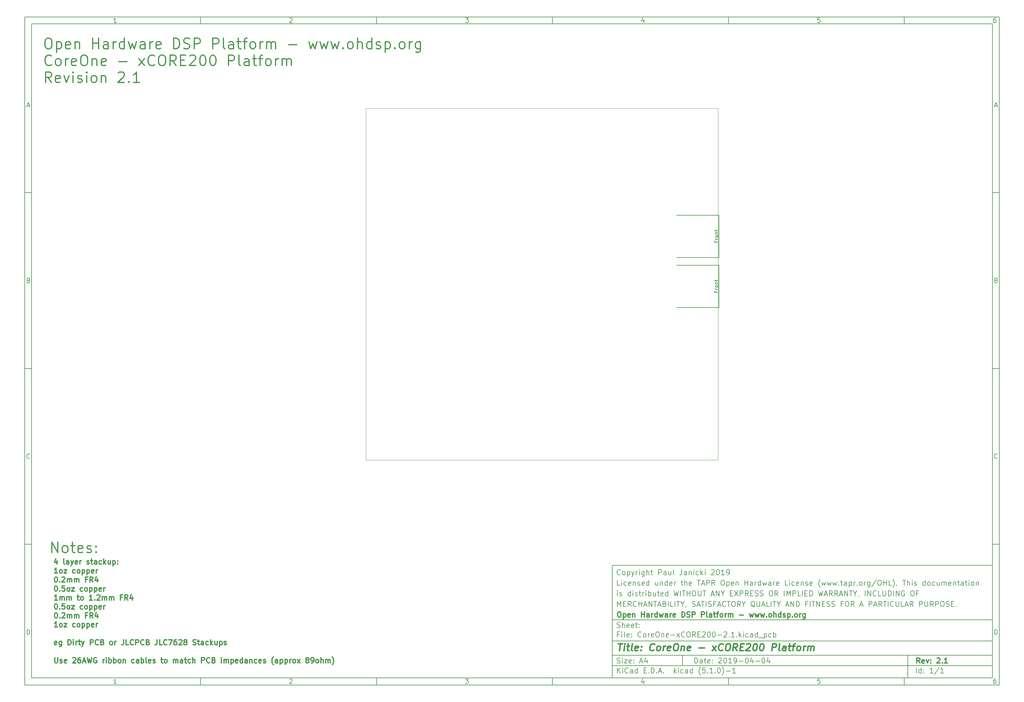
<source format=gbr>
G04 #@! TF.GenerationSoftware,KiCad,Pcbnew,(5.1.0)-1*
G04 #@! TF.CreationDate,2019-04-04T19:00:37+01:00*
G04 #@! TF.ProjectId,CoreOne-xCORE200-2.1,436f7265-4f6e-4652-9d78-434f52453230,2.1*
G04 #@! TF.SameCoordinates,PX660b0c0PY81b3200*
G04 #@! TF.FileFunction,Other,Comment*
%FSLAX46Y46*%
G04 Gerber Fmt 4.6, Leading zero omitted, Abs format (unit mm)*
G04 Created by KiCad (PCBNEW (5.1.0)-1) date 2019-04-04 19:00:37*
%MOMM*%
%LPD*%
G04 APERTURE LIST*
%ADD10C,0.150000*%
%ADD11C,0.300000*%
%ADD12C,0.400000*%
%ADD13C,0.100000*%
G04 APERTURE END LIST*
D10*
X70002200Y-30007200D02*
X70002200Y-62007200D01*
X178002200Y-62007200D01*
X178002200Y-30007200D01*
X70002200Y-30007200D01*
X-97000000Y126000000D02*
X-97000000Y-64007200D01*
X180002200Y-64007200D01*
X180002200Y126000000D01*
X-97000000Y126000000D01*
X-95000000Y124000000D02*
X-95000000Y-62007200D01*
X178002200Y-62007200D01*
X178002200Y124000000D01*
X-95000000Y124000000D01*
X-47000000Y124000000D02*
X-47000000Y126000000D01*
X3000000Y124000000D02*
X3000000Y126000000D01*
X53000000Y124000000D02*
X53000000Y126000000D01*
X103000000Y124000000D02*
X103000000Y126000000D01*
X153000000Y124000000D02*
X153000000Y126000000D01*
X-70934524Y124411905D02*
X-71677381Y124411905D01*
X-71305953Y124411905D02*
X-71305953Y125711905D01*
X-71429762Y125526191D01*
X-71553572Y125402381D01*
X-71677381Y125340477D01*
X-21677381Y125588096D02*
X-21615477Y125650000D01*
X-21491667Y125711905D01*
X-21182143Y125711905D01*
X-21058334Y125650000D01*
X-20996429Y125588096D01*
X-20934524Y125464286D01*
X-20934524Y125340477D01*
X-20996429Y125154762D01*
X-21739286Y124411905D01*
X-20934524Y124411905D01*
X28260714Y125711905D02*
X29065476Y125711905D01*
X28632142Y125216667D01*
X28817857Y125216667D01*
X28941666Y125154762D01*
X29003571Y125092858D01*
X29065476Y124969048D01*
X29065476Y124659524D01*
X29003571Y124535715D01*
X28941666Y124473810D01*
X28817857Y124411905D01*
X28446428Y124411905D01*
X28322619Y124473810D01*
X28260714Y124535715D01*
X78941666Y125278572D02*
X78941666Y124411905D01*
X78632142Y125773810D02*
X78322619Y124845239D01*
X79127380Y124845239D01*
X129003571Y125711905D02*
X128384523Y125711905D01*
X128322619Y125092858D01*
X128384523Y125154762D01*
X128508333Y125216667D01*
X128817857Y125216667D01*
X128941666Y125154762D01*
X129003571Y125092858D01*
X129065476Y124969048D01*
X129065476Y124659524D01*
X129003571Y124535715D01*
X128941666Y124473810D01*
X128817857Y124411905D01*
X128508333Y124411905D01*
X128384523Y124473810D01*
X128322619Y124535715D01*
X178941666Y125711905D02*
X178694047Y125711905D01*
X178570238Y125650000D01*
X178508333Y125588096D01*
X178384523Y125402381D01*
X178322619Y125154762D01*
X178322619Y124659524D01*
X178384523Y124535715D01*
X178446428Y124473810D01*
X178570238Y124411905D01*
X178817857Y124411905D01*
X178941666Y124473810D01*
X179003571Y124535715D01*
X179065476Y124659524D01*
X179065476Y124969048D01*
X179003571Y125092858D01*
X178941666Y125154762D01*
X178817857Y125216667D01*
X178570238Y125216667D01*
X178446428Y125154762D01*
X178384523Y125092858D01*
X178322619Y124969048D01*
X-47000000Y-62007200D02*
X-47000000Y-64007200D01*
X3000000Y-62007200D02*
X3000000Y-64007200D01*
X53000000Y-62007200D02*
X53000000Y-64007200D01*
X103000000Y-62007200D02*
X103000000Y-64007200D01*
X153000000Y-62007200D02*
X153000000Y-64007200D01*
X-70934524Y-63595295D02*
X-71677381Y-63595295D01*
X-71305953Y-63595295D02*
X-71305953Y-62295295D01*
X-71429762Y-62481009D01*
X-71553572Y-62604819D01*
X-71677381Y-62666723D01*
X-21677381Y-62419104D02*
X-21615477Y-62357200D01*
X-21491667Y-62295295D01*
X-21182143Y-62295295D01*
X-21058334Y-62357200D01*
X-20996429Y-62419104D01*
X-20934524Y-62542914D01*
X-20934524Y-62666723D01*
X-20996429Y-62852438D01*
X-21739286Y-63595295D01*
X-20934524Y-63595295D01*
X28260714Y-62295295D02*
X29065476Y-62295295D01*
X28632142Y-62790533D01*
X28817857Y-62790533D01*
X28941666Y-62852438D01*
X29003571Y-62914342D01*
X29065476Y-63038152D01*
X29065476Y-63347676D01*
X29003571Y-63471485D01*
X28941666Y-63533390D01*
X28817857Y-63595295D01*
X28446428Y-63595295D01*
X28322619Y-63533390D01*
X28260714Y-63471485D01*
X78941666Y-62728628D02*
X78941666Y-63595295D01*
X78632142Y-62233390D02*
X78322619Y-63161961D01*
X79127380Y-63161961D01*
X129003571Y-62295295D02*
X128384523Y-62295295D01*
X128322619Y-62914342D01*
X128384523Y-62852438D01*
X128508333Y-62790533D01*
X128817857Y-62790533D01*
X128941666Y-62852438D01*
X129003571Y-62914342D01*
X129065476Y-63038152D01*
X129065476Y-63347676D01*
X129003571Y-63471485D01*
X128941666Y-63533390D01*
X128817857Y-63595295D01*
X128508333Y-63595295D01*
X128384523Y-63533390D01*
X128322619Y-63471485D01*
X178941666Y-62295295D02*
X178694047Y-62295295D01*
X178570238Y-62357200D01*
X178508333Y-62419104D01*
X178384523Y-62604819D01*
X178322619Y-62852438D01*
X178322619Y-63347676D01*
X178384523Y-63471485D01*
X178446428Y-63533390D01*
X178570238Y-63595295D01*
X178817857Y-63595295D01*
X178941666Y-63533390D01*
X179003571Y-63471485D01*
X179065476Y-63347676D01*
X179065476Y-63038152D01*
X179003571Y-62914342D01*
X178941666Y-62852438D01*
X178817857Y-62790533D01*
X178570238Y-62790533D01*
X178446428Y-62852438D01*
X178384523Y-62914342D01*
X178322619Y-63038152D01*
X-97000000Y76000000D02*
X-95000000Y76000000D01*
X-97000000Y26000000D02*
X-95000000Y26000000D01*
X-97000000Y-24000000D02*
X-95000000Y-24000000D01*
X-96309524Y100783334D02*
X-95690477Y100783334D01*
X-96433334Y100411905D02*
X-96000000Y101711905D01*
X-95566667Y100411905D01*
X-95907143Y51092858D02*
X-95721429Y51030953D01*
X-95659524Y50969048D01*
X-95597620Y50845239D01*
X-95597620Y50659524D01*
X-95659524Y50535715D01*
X-95721429Y50473810D01*
X-95845239Y50411905D01*
X-96340477Y50411905D01*
X-96340477Y51711905D01*
X-95907143Y51711905D01*
X-95783334Y51650000D01*
X-95721429Y51588096D01*
X-95659524Y51464286D01*
X-95659524Y51340477D01*
X-95721429Y51216667D01*
X-95783334Y51154762D01*
X-95907143Y51092858D01*
X-96340477Y51092858D01*
X-95597620Y535715D02*
X-95659524Y473810D01*
X-95845239Y411905D01*
X-95969048Y411905D01*
X-96154762Y473810D01*
X-96278572Y597620D01*
X-96340477Y721429D01*
X-96402381Y969048D01*
X-96402381Y1154762D01*
X-96340477Y1402381D01*
X-96278572Y1526191D01*
X-96154762Y1650000D01*
X-95969048Y1711905D01*
X-95845239Y1711905D01*
X-95659524Y1650000D01*
X-95597620Y1588096D01*
X-96340477Y-49588095D02*
X-96340477Y-48288095D01*
X-96030953Y-48288095D01*
X-95845239Y-48350000D01*
X-95721429Y-48473809D01*
X-95659524Y-48597619D01*
X-95597620Y-48845238D01*
X-95597620Y-49030952D01*
X-95659524Y-49278571D01*
X-95721429Y-49402380D01*
X-95845239Y-49526190D01*
X-96030953Y-49588095D01*
X-96340477Y-49588095D01*
X180002200Y76000000D02*
X178002200Y76000000D01*
X180002200Y26000000D02*
X178002200Y26000000D01*
X180002200Y-24000000D02*
X178002200Y-24000000D01*
X178692676Y100783334D02*
X179311723Y100783334D01*
X178568866Y100411905D02*
X179002200Y101711905D01*
X179435533Y100411905D01*
X179095057Y51092858D02*
X179280771Y51030953D01*
X179342676Y50969048D01*
X179404580Y50845239D01*
X179404580Y50659524D01*
X179342676Y50535715D01*
X179280771Y50473810D01*
X179156961Y50411905D01*
X178661723Y50411905D01*
X178661723Y51711905D01*
X179095057Y51711905D01*
X179218866Y51650000D01*
X179280771Y51588096D01*
X179342676Y51464286D01*
X179342676Y51340477D01*
X179280771Y51216667D01*
X179218866Y51154762D01*
X179095057Y51092858D01*
X178661723Y51092858D01*
X179404580Y535715D02*
X179342676Y473810D01*
X179156961Y411905D01*
X179033152Y411905D01*
X178847438Y473810D01*
X178723628Y597620D01*
X178661723Y721429D01*
X178599819Y969048D01*
X178599819Y1154762D01*
X178661723Y1402381D01*
X178723628Y1526191D01*
X178847438Y1650000D01*
X179033152Y1711905D01*
X179156961Y1711905D01*
X179342676Y1650000D01*
X179404580Y1588096D01*
X178661723Y-49588095D02*
X178661723Y-48288095D01*
X178971247Y-48288095D01*
X179156961Y-48350000D01*
X179280771Y-48473809D01*
X179342676Y-48597619D01*
X179404580Y-48845238D01*
X179404580Y-49030952D01*
X179342676Y-49278571D01*
X179280771Y-49402380D01*
X179156961Y-49526190D01*
X178971247Y-49588095D01*
X178661723Y-49588095D01*
X93434342Y-57785771D02*
X93434342Y-56285771D01*
X93791485Y-56285771D01*
X94005771Y-56357200D01*
X94148628Y-56500057D01*
X94220057Y-56642914D01*
X94291485Y-56928628D01*
X94291485Y-57142914D01*
X94220057Y-57428628D01*
X94148628Y-57571485D01*
X94005771Y-57714342D01*
X93791485Y-57785771D01*
X93434342Y-57785771D01*
X95577200Y-57785771D02*
X95577200Y-57000057D01*
X95505771Y-56857200D01*
X95362914Y-56785771D01*
X95077200Y-56785771D01*
X94934342Y-56857200D01*
X95577200Y-57714342D02*
X95434342Y-57785771D01*
X95077200Y-57785771D01*
X94934342Y-57714342D01*
X94862914Y-57571485D01*
X94862914Y-57428628D01*
X94934342Y-57285771D01*
X95077200Y-57214342D01*
X95434342Y-57214342D01*
X95577200Y-57142914D01*
X96077200Y-56785771D02*
X96648628Y-56785771D01*
X96291485Y-56285771D02*
X96291485Y-57571485D01*
X96362914Y-57714342D01*
X96505771Y-57785771D01*
X96648628Y-57785771D01*
X97720057Y-57714342D02*
X97577200Y-57785771D01*
X97291485Y-57785771D01*
X97148628Y-57714342D01*
X97077200Y-57571485D01*
X97077200Y-57000057D01*
X97148628Y-56857200D01*
X97291485Y-56785771D01*
X97577200Y-56785771D01*
X97720057Y-56857200D01*
X97791485Y-57000057D01*
X97791485Y-57142914D01*
X97077200Y-57285771D01*
X98434342Y-57642914D02*
X98505771Y-57714342D01*
X98434342Y-57785771D01*
X98362914Y-57714342D01*
X98434342Y-57642914D01*
X98434342Y-57785771D01*
X98434342Y-56857200D02*
X98505771Y-56928628D01*
X98434342Y-57000057D01*
X98362914Y-56928628D01*
X98434342Y-56857200D01*
X98434342Y-57000057D01*
X100220057Y-56428628D02*
X100291485Y-56357200D01*
X100434342Y-56285771D01*
X100791485Y-56285771D01*
X100934342Y-56357200D01*
X101005771Y-56428628D01*
X101077200Y-56571485D01*
X101077200Y-56714342D01*
X101005771Y-56928628D01*
X100148628Y-57785771D01*
X101077200Y-57785771D01*
X102005771Y-56285771D02*
X102148628Y-56285771D01*
X102291485Y-56357200D01*
X102362914Y-56428628D01*
X102434342Y-56571485D01*
X102505771Y-56857200D01*
X102505771Y-57214342D01*
X102434342Y-57500057D01*
X102362914Y-57642914D01*
X102291485Y-57714342D01*
X102148628Y-57785771D01*
X102005771Y-57785771D01*
X101862914Y-57714342D01*
X101791485Y-57642914D01*
X101720057Y-57500057D01*
X101648628Y-57214342D01*
X101648628Y-56857200D01*
X101720057Y-56571485D01*
X101791485Y-56428628D01*
X101862914Y-56357200D01*
X102005771Y-56285771D01*
X103934342Y-57785771D02*
X103077200Y-57785771D01*
X103505771Y-57785771D02*
X103505771Y-56285771D01*
X103362914Y-56500057D01*
X103220057Y-56642914D01*
X103077200Y-56714342D01*
X104648628Y-57785771D02*
X104934342Y-57785771D01*
X105077200Y-57714342D01*
X105148628Y-57642914D01*
X105291485Y-57428628D01*
X105362914Y-57142914D01*
X105362914Y-56571485D01*
X105291485Y-56428628D01*
X105220057Y-56357200D01*
X105077200Y-56285771D01*
X104791485Y-56285771D01*
X104648628Y-56357200D01*
X104577200Y-56428628D01*
X104505771Y-56571485D01*
X104505771Y-56928628D01*
X104577200Y-57071485D01*
X104648628Y-57142914D01*
X104791485Y-57214342D01*
X105077200Y-57214342D01*
X105220057Y-57142914D01*
X105291485Y-57071485D01*
X105362914Y-56928628D01*
X106005771Y-57214342D02*
X107148628Y-57214342D01*
X108148628Y-56285771D02*
X108291485Y-56285771D01*
X108434342Y-56357200D01*
X108505771Y-56428628D01*
X108577200Y-56571485D01*
X108648628Y-56857200D01*
X108648628Y-57214342D01*
X108577200Y-57500057D01*
X108505771Y-57642914D01*
X108434342Y-57714342D01*
X108291485Y-57785771D01*
X108148628Y-57785771D01*
X108005771Y-57714342D01*
X107934342Y-57642914D01*
X107862914Y-57500057D01*
X107791485Y-57214342D01*
X107791485Y-56857200D01*
X107862914Y-56571485D01*
X107934342Y-56428628D01*
X108005771Y-56357200D01*
X108148628Y-56285771D01*
X109934342Y-56785771D02*
X109934342Y-57785771D01*
X109577200Y-56214342D02*
X109220057Y-57285771D01*
X110148628Y-57285771D01*
X110720057Y-57214342D02*
X111862914Y-57214342D01*
X112862914Y-56285771D02*
X113005771Y-56285771D01*
X113148628Y-56357200D01*
X113220057Y-56428628D01*
X113291485Y-56571485D01*
X113362914Y-56857200D01*
X113362914Y-57214342D01*
X113291485Y-57500057D01*
X113220057Y-57642914D01*
X113148628Y-57714342D01*
X113005771Y-57785771D01*
X112862914Y-57785771D01*
X112720057Y-57714342D01*
X112648628Y-57642914D01*
X112577200Y-57500057D01*
X112505771Y-57214342D01*
X112505771Y-56857200D01*
X112577200Y-56571485D01*
X112648628Y-56428628D01*
X112720057Y-56357200D01*
X112862914Y-56285771D01*
X114648628Y-56785771D02*
X114648628Y-57785771D01*
X114291485Y-56214342D02*
X113934342Y-57285771D01*
X114862914Y-57285771D01*
X70002200Y-58507200D02*
X178002200Y-58507200D01*
X71434342Y-60585771D02*
X71434342Y-59085771D01*
X72291485Y-60585771D02*
X71648628Y-59728628D01*
X72291485Y-59085771D02*
X71434342Y-59942914D01*
X72934342Y-60585771D02*
X72934342Y-59585771D01*
X72934342Y-59085771D02*
X72862914Y-59157200D01*
X72934342Y-59228628D01*
X73005771Y-59157200D01*
X72934342Y-59085771D01*
X72934342Y-59228628D01*
X74505771Y-60442914D02*
X74434342Y-60514342D01*
X74220057Y-60585771D01*
X74077200Y-60585771D01*
X73862914Y-60514342D01*
X73720057Y-60371485D01*
X73648628Y-60228628D01*
X73577200Y-59942914D01*
X73577200Y-59728628D01*
X73648628Y-59442914D01*
X73720057Y-59300057D01*
X73862914Y-59157200D01*
X74077200Y-59085771D01*
X74220057Y-59085771D01*
X74434342Y-59157200D01*
X74505771Y-59228628D01*
X75791485Y-60585771D02*
X75791485Y-59800057D01*
X75720057Y-59657200D01*
X75577200Y-59585771D01*
X75291485Y-59585771D01*
X75148628Y-59657200D01*
X75791485Y-60514342D02*
X75648628Y-60585771D01*
X75291485Y-60585771D01*
X75148628Y-60514342D01*
X75077200Y-60371485D01*
X75077200Y-60228628D01*
X75148628Y-60085771D01*
X75291485Y-60014342D01*
X75648628Y-60014342D01*
X75791485Y-59942914D01*
X77148628Y-60585771D02*
X77148628Y-59085771D01*
X77148628Y-60514342D02*
X77005771Y-60585771D01*
X76720057Y-60585771D01*
X76577200Y-60514342D01*
X76505771Y-60442914D01*
X76434342Y-60300057D01*
X76434342Y-59871485D01*
X76505771Y-59728628D01*
X76577200Y-59657200D01*
X76720057Y-59585771D01*
X77005771Y-59585771D01*
X77148628Y-59657200D01*
X79005771Y-59800057D02*
X79505771Y-59800057D01*
X79720057Y-60585771D02*
X79005771Y-60585771D01*
X79005771Y-59085771D01*
X79720057Y-59085771D01*
X80362914Y-60442914D02*
X80434342Y-60514342D01*
X80362914Y-60585771D01*
X80291485Y-60514342D01*
X80362914Y-60442914D01*
X80362914Y-60585771D01*
X81077200Y-60585771D02*
X81077200Y-59085771D01*
X81434342Y-59085771D01*
X81648628Y-59157200D01*
X81791485Y-59300057D01*
X81862914Y-59442914D01*
X81934342Y-59728628D01*
X81934342Y-59942914D01*
X81862914Y-60228628D01*
X81791485Y-60371485D01*
X81648628Y-60514342D01*
X81434342Y-60585771D01*
X81077200Y-60585771D01*
X82577200Y-60442914D02*
X82648628Y-60514342D01*
X82577200Y-60585771D01*
X82505771Y-60514342D01*
X82577200Y-60442914D01*
X82577200Y-60585771D01*
X83220057Y-60157200D02*
X83934342Y-60157200D01*
X83077200Y-60585771D02*
X83577200Y-59085771D01*
X84077200Y-60585771D01*
X84577200Y-60442914D02*
X84648628Y-60514342D01*
X84577200Y-60585771D01*
X84505771Y-60514342D01*
X84577200Y-60442914D01*
X84577200Y-60585771D01*
X87577200Y-60585771D02*
X87577200Y-59085771D01*
X87720057Y-60014342D02*
X88148628Y-60585771D01*
X88148628Y-59585771D02*
X87577200Y-60157200D01*
X88791485Y-60585771D02*
X88791485Y-59585771D01*
X88791485Y-59085771D02*
X88720057Y-59157200D01*
X88791485Y-59228628D01*
X88862914Y-59157200D01*
X88791485Y-59085771D01*
X88791485Y-59228628D01*
X90148628Y-60514342D02*
X90005771Y-60585771D01*
X89720057Y-60585771D01*
X89577200Y-60514342D01*
X89505771Y-60442914D01*
X89434342Y-60300057D01*
X89434342Y-59871485D01*
X89505771Y-59728628D01*
X89577200Y-59657200D01*
X89720057Y-59585771D01*
X90005771Y-59585771D01*
X90148628Y-59657200D01*
X91434342Y-60585771D02*
X91434342Y-59800057D01*
X91362914Y-59657200D01*
X91220057Y-59585771D01*
X90934342Y-59585771D01*
X90791485Y-59657200D01*
X91434342Y-60514342D02*
X91291485Y-60585771D01*
X90934342Y-60585771D01*
X90791485Y-60514342D01*
X90720057Y-60371485D01*
X90720057Y-60228628D01*
X90791485Y-60085771D01*
X90934342Y-60014342D01*
X91291485Y-60014342D01*
X91434342Y-59942914D01*
X92791485Y-60585771D02*
X92791485Y-59085771D01*
X92791485Y-60514342D02*
X92648628Y-60585771D01*
X92362914Y-60585771D01*
X92220057Y-60514342D01*
X92148628Y-60442914D01*
X92077200Y-60300057D01*
X92077200Y-59871485D01*
X92148628Y-59728628D01*
X92220057Y-59657200D01*
X92362914Y-59585771D01*
X92648628Y-59585771D01*
X92791485Y-59657200D01*
X95077200Y-61157200D02*
X95005771Y-61085771D01*
X94862914Y-60871485D01*
X94791485Y-60728628D01*
X94720057Y-60514342D01*
X94648628Y-60157200D01*
X94648628Y-59871485D01*
X94720057Y-59514342D01*
X94791485Y-59300057D01*
X94862914Y-59157200D01*
X95005771Y-58942914D01*
X95077200Y-58871485D01*
X96362914Y-59085771D02*
X95648628Y-59085771D01*
X95577200Y-59800057D01*
X95648628Y-59728628D01*
X95791485Y-59657200D01*
X96148628Y-59657200D01*
X96291485Y-59728628D01*
X96362914Y-59800057D01*
X96434342Y-59942914D01*
X96434342Y-60300057D01*
X96362914Y-60442914D01*
X96291485Y-60514342D01*
X96148628Y-60585771D01*
X95791485Y-60585771D01*
X95648628Y-60514342D01*
X95577200Y-60442914D01*
X97077200Y-60442914D02*
X97148628Y-60514342D01*
X97077200Y-60585771D01*
X97005771Y-60514342D01*
X97077200Y-60442914D01*
X97077200Y-60585771D01*
X98577200Y-60585771D02*
X97720057Y-60585771D01*
X98148628Y-60585771D02*
X98148628Y-59085771D01*
X98005771Y-59300057D01*
X97862914Y-59442914D01*
X97720057Y-59514342D01*
X99220057Y-60442914D02*
X99291485Y-60514342D01*
X99220057Y-60585771D01*
X99148628Y-60514342D01*
X99220057Y-60442914D01*
X99220057Y-60585771D01*
X100220057Y-59085771D02*
X100362914Y-59085771D01*
X100505771Y-59157200D01*
X100577200Y-59228628D01*
X100648628Y-59371485D01*
X100720057Y-59657200D01*
X100720057Y-60014342D01*
X100648628Y-60300057D01*
X100577200Y-60442914D01*
X100505771Y-60514342D01*
X100362914Y-60585771D01*
X100220057Y-60585771D01*
X100077200Y-60514342D01*
X100005771Y-60442914D01*
X99934342Y-60300057D01*
X99862914Y-60014342D01*
X99862914Y-59657200D01*
X99934342Y-59371485D01*
X100005771Y-59228628D01*
X100077200Y-59157200D01*
X100220057Y-59085771D01*
X101220057Y-61157200D02*
X101291485Y-61085771D01*
X101434342Y-60871485D01*
X101505771Y-60728628D01*
X101577200Y-60514342D01*
X101648628Y-60157200D01*
X101648628Y-59871485D01*
X101577200Y-59514342D01*
X101505771Y-59300057D01*
X101434342Y-59157200D01*
X101291485Y-58942914D01*
X101220057Y-58871485D01*
X102362914Y-60014342D02*
X103505771Y-60014342D01*
X105005771Y-60585771D02*
X104148628Y-60585771D01*
X104577200Y-60585771D02*
X104577200Y-59085771D01*
X104434342Y-59300057D01*
X104291485Y-59442914D01*
X104148628Y-59514342D01*
X70002200Y-55507200D02*
X178002200Y-55507200D01*
D11*
X157411485Y-57785771D02*
X156911485Y-57071485D01*
X156554342Y-57785771D02*
X156554342Y-56285771D01*
X157125771Y-56285771D01*
X157268628Y-56357200D01*
X157340057Y-56428628D01*
X157411485Y-56571485D01*
X157411485Y-56785771D01*
X157340057Y-56928628D01*
X157268628Y-57000057D01*
X157125771Y-57071485D01*
X156554342Y-57071485D01*
X158625771Y-57714342D02*
X158482914Y-57785771D01*
X158197200Y-57785771D01*
X158054342Y-57714342D01*
X157982914Y-57571485D01*
X157982914Y-57000057D01*
X158054342Y-56857200D01*
X158197200Y-56785771D01*
X158482914Y-56785771D01*
X158625771Y-56857200D01*
X158697200Y-57000057D01*
X158697200Y-57142914D01*
X157982914Y-57285771D01*
X159197200Y-56785771D02*
X159554342Y-57785771D01*
X159911485Y-56785771D01*
X160482914Y-57642914D02*
X160554342Y-57714342D01*
X160482914Y-57785771D01*
X160411485Y-57714342D01*
X160482914Y-57642914D01*
X160482914Y-57785771D01*
X160482914Y-56857200D02*
X160554342Y-56928628D01*
X160482914Y-57000057D01*
X160411485Y-56928628D01*
X160482914Y-56857200D01*
X160482914Y-57000057D01*
X162268628Y-56428628D02*
X162340057Y-56357200D01*
X162482914Y-56285771D01*
X162840057Y-56285771D01*
X162982914Y-56357200D01*
X163054342Y-56428628D01*
X163125771Y-56571485D01*
X163125771Y-56714342D01*
X163054342Y-56928628D01*
X162197200Y-57785771D01*
X163125771Y-57785771D01*
X163768628Y-57642914D02*
X163840057Y-57714342D01*
X163768628Y-57785771D01*
X163697200Y-57714342D01*
X163768628Y-57642914D01*
X163768628Y-57785771D01*
X165268628Y-57785771D02*
X164411485Y-57785771D01*
X164840057Y-57785771D02*
X164840057Y-56285771D01*
X164697200Y-56500057D01*
X164554342Y-56642914D01*
X164411485Y-56714342D01*
D10*
X71362914Y-57714342D02*
X71577200Y-57785771D01*
X71934342Y-57785771D01*
X72077200Y-57714342D01*
X72148628Y-57642914D01*
X72220057Y-57500057D01*
X72220057Y-57357200D01*
X72148628Y-57214342D01*
X72077200Y-57142914D01*
X71934342Y-57071485D01*
X71648628Y-57000057D01*
X71505771Y-56928628D01*
X71434342Y-56857200D01*
X71362914Y-56714342D01*
X71362914Y-56571485D01*
X71434342Y-56428628D01*
X71505771Y-56357200D01*
X71648628Y-56285771D01*
X72005771Y-56285771D01*
X72220057Y-56357200D01*
X72862914Y-57785771D02*
X72862914Y-56785771D01*
X72862914Y-56285771D02*
X72791485Y-56357200D01*
X72862914Y-56428628D01*
X72934342Y-56357200D01*
X72862914Y-56285771D01*
X72862914Y-56428628D01*
X73434342Y-56785771D02*
X74220057Y-56785771D01*
X73434342Y-57785771D01*
X74220057Y-57785771D01*
X75362914Y-57714342D02*
X75220057Y-57785771D01*
X74934342Y-57785771D01*
X74791485Y-57714342D01*
X74720057Y-57571485D01*
X74720057Y-57000057D01*
X74791485Y-56857200D01*
X74934342Y-56785771D01*
X75220057Y-56785771D01*
X75362914Y-56857200D01*
X75434342Y-57000057D01*
X75434342Y-57142914D01*
X74720057Y-57285771D01*
X76077200Y-57642914D02*
X76148628Y-57714342D01*
X76077200Y-57785771D01*
X76005771Y-57714342D01*
X76077200Y-57642914D01*
X76077200Y-57785771D01*
X76077200Y-56857200D02*
X76148628Y-56928628D01*
X76077200Y-57000057D01*
X76005771Y-56928628D01*
X76077200Y-56857200D01*
X76077200Y-57000057D01*
X77862914Y-57357200D02*
X78577200Y-57357200D01*
X77720057Y-57785771D02*
X78220057Y-56285771D01*
X78720057Y-57785771D01*
X79862914Y-56785771D02*
X79862914Y-57785771D01*
X79505771Y-56214342D02*
X79148628Y-57285771D01*
X80077200Y-57285771D01*
X156434342Y-60585771D02*
X156434342Y-59085771D01*
X157791485Y-60585771D02*
X157791485Y-59085771D01*
X157791485Y-60514342D02*
X157648628Y-60585771D01*
X157362914Y-60585771D01*
X157220057Y-60514342D01*
X157148628Y-60442914D01*
X157077200Y-60300057D01*
X157077200Y-59871485D01*
X157148628Y-59728628D01*
X157220057Y-59657200D01*
X157362914Y-59585771D01*
X157648628Y-59585771D01*
X157791485Y-59657200D01*
X158505771Y-60442914D02*
X158577200Y-60514342D01*
X158505771Y-60585771D01*
X158434342Y-60514342D01*
X158505771Y-60442914D01*
X158505771Y-60585771D01*
X158505771Y-59657200D02*
X158577200Y-59728628D01*
X158505771Y-59800057D01*
X158434342Y-59728628D01*
X158505771Y-59657200D01*
X158505771Y-59800057D01*
X161148628Y-60585771D02*
X160291485Y-60585771D01*
X160720057Y-60585771D02*
X160720057Y-59085771D01*
X160577200Y-59300057D01*
X160434342Y-59442914D01*
X160291485Y-59514342D01*
X162862914Y-59014342D02*
X161577200Y-60942914D01*
X164148628Y-60585771D02*
X163291485Y-60585771D01*
X163720057Y-60585771D02*
X163720057Y-59085771D01*
X163577200Y-59300057D01*
X163434342Y-59442914D01*
X163291485Y-59514342D01*
X70002200Y-51507200D02*
X178002200Y-51507200D01*
D12*
X71714580Y-52211961D02*
X72857438Y-52211961D01*
X72036009Y-54211961D02*
X72286009Y-52211961D01*
X73274104Y-54211961D02*
X73440771Y-52878628D01*
X73524104Y-52211961D02*
X73416961Y-52307200D01*
X73500295Y-52402438D01*
X73607438Y-52307200D01*
X73524104Y-52211961D01*
X73500295Y-52402438D01*
X74107438Y-52878628D02*
X74869342Y-52878628D01*
X74476485Y-52211961D02*
X74262200Y-53926247D01*
X74333628Y-54116723D01*
X74512200Y-54211961D01*
X74702676Y-54211961D01*
X75655057Y-54211961D02*
X75476485Y-54116723D01*
X75405057Y-53926247D01*
X75619342Y-52211961D01*
X77190771Y-54116723D02*
X76988390Y-54211961D01*
X76607438Y-54211961D01*
X76428866Y-54116723D01*
X76357438Y-53926247D01*
X76452676Y-53164342D01*
X76571723Y-52973866D01*
X76774104Y-52878628D01*
X77155057Y-52878628D01*
X77333628Y-52973866D01*
X77405057Y-53164342D01*
X77381247Y-53354819D01*
X76405057Y-53545295D01*
X78155057Y-54021485D02*
X78238390Y-54116723D01*
X78131247Y-54211961D01*
X78047914Y-54116723D01*
X78155057Y-54021485D01*
X78131247Y-54211961D01*
X78286009Y-52973866D02*
X78369342Y-53069104D01*
X78262200Y-53164342D01*
X78178866Y-53069104D01*
X78286009Y-52973866D01*
X78262200Y-53164342D01*
X81774104Y-54021485D02*
X81666961Y-54116723D01*
X81369342Y-54211961D01*
X81178866Y-54211961D01*
X80905057Y-54116723D01*
X80738390Y-53926247D01*
X80666961Y-53735771D01*
X80619342Y-53354819D01*
X80655057Y-53069104D01*
X80797914Y-52688152D01*
X80916961Y-52497676D01*
X81131247Y-52307200D01*
X81428866Y-52211961D01*
X81619342Y-52211961D01*
X81893152Y-52307200D01*
X81976485Y-52402438D01*
X82893152Y-54211961D02*
X82714580Y-54116723D01*
X82631247Y-54021485D01*
X82559819Y-53831009D01*
X82631247Y-53259580D01*
X82750295Y-53069104D01*
X82857438Y-52973866D01*
X83059819Y-52878628D01*
X83345533Y-52878628D01*
X83524104Y-52973866D01*
X83607438Y-53069104D01*
X83678866Y-53259580D01*
X83607438Y-53831009D01*
X83488390Y-54021485D01*
X83381247Y-54116723D01*
X83178866Y-54211961D01*
X82893152Y-54211961D01*
X84416961Y-54211961D02*
X84583628Y-52878628D01*
X84536009Y-53259580D02*
X84655057Y-53069104D01*
X84762200Y-52973866D01*
X84964580Y-52878628D01*
X85155057Y-52878628D01*
X86428866Y-54116723D02*
X86226485Y-54211961D01*
X85845533Y-54211961D01*
X85666961Y-54116723D01*
X85595533Y-53926247D01*
X85690771Y-53164342D01*
X85809819Y-52973866D01*
X86012200Y-52878628D01*
X86393152Y-52878628D01*
X86571723Y-52973866D01*
X86643152Y-53164342D01*
X86619342Y-53354819D01*
X85643152Y-53545295D01*
X88000295Y-52211961D02*
X88381247Y-52211961D01*
X88559819Y-52307200D01*
X88726485Y-52497676D01*
X88774104Y-52878628D01*
X88690771Y-53545295D01*
X88547914Y-53926247D01*
X88333628Y-54116723D01*
X88131247Y-54211961D01*
X87750295Y-54211961D01*
X87571723Y-54116723D01*
X87405057Y-53926247D01*
X87357438Y-53545295D01*
X87440771Y-52878628D01*
X87583628Y-52497676D01*
X87797914Y-52307200D01*
X88000295Y-52211961D01*
X89631247Y-52878628D02*
X89464580Y-54211961D01*
X89607438Y-53069104D02*
X89714580Y-52973866D01*
X89916961Y-52878628D01*
X90202676Y-52878628D01*
X90381247Y-52973866D01*
X90452676Y-53164342D01*
X90321723Y-54211961D01*
X92047914Y-54116723D02*
X91845533Y-54211961D01*
X91464580Y-54211961D01*
X91286009Y-54116723D01*
X91214580Y-53926247D01*
X91309819Y-53164342D01*
X91428866Y-52973866D01*
X91631247Y-52878628D01*
X92012200Y-52878628D01*
X92190771Y-52973866D01*
X92262200Y-53164342D01*
X92238390Y-53354819D01*
X91262200Y-53545295D01*
X94607438Y-53450057D02*
X96131247Y-53450057D01*
X98321723Y-54211961D02*
X99536009Y-52878628D01*
X98488390Y-52878628D02*
X99369342Y-54211961D01*
X101297914Y-54021485D02*
X101190771Y-54116723D01*
X100893152Y-54211961D01*
X100702676Y-54211961D01*
X100428866Y-54116723D01*
X100262200Y-53926247D01*
X100190771Y-53735771D01*
X100143152Y-53354819D01*
X100178866Y-53069104D01*
X100321723Y-52688152D01*
X100440771Y-52497676D01*
X100655057Y-52307200D01*
X100952676Y-52211961D01*
X101143152Y-52211961D01*
X101416961Y-52307200D01*
X101500295Y-52402438D01*
X102762200Y-52211961D02*
X103143152Y-52211961D01*
X103321723Y-52307200D01*
X103488390Y-52497676D01*
X103536009Y-52878628D01*
X103452676Y-53545295D01*
X103309819Y-53926247D01*
X103095533Y-54116723D01*
X102893152Y-54211961D01*
X102512200Y-54211961D01*
X102333628Y-54116723D01*
X102166961Y-53926247D01*
X102119342Y-53545295D01*
X102202676Y-52878628D01*
X102345533Y-52497676D01*
X102559819Y-52307200D01*
X102762200Y-52211961D01*
X105369342Y-54211961D02*
X104821723Y-53259580D01*
X104226485Y-54211961D02*
X104476485Y-52211961D01*
X105238390Y-52211961D01*
X105416961Y-52307200D01*
X105500295Y-52402438D01*
X105571723Y-52592914D01*
X105536009Y-52878628D01*
X105416961Y-53069104D01*
X105309819Y-53164342D01*
X105107438Y-53259580D01*
X104345533Y-53259580D01*
X106357438Y-53164342D02*
X107024104Y-53164342D01*
X107178866Y-54211961D02*
X106226485Y-54211961D01*
X106476485Y-52211961D01*
X107428866Y-52211961D01*
X108166961Y-52402438D02*
X108274104Y-52307200D01*
X108476485Y-52211961D01*
X108952676Y-52211961D01*
X109131247Y-52307200D01*
X109214580Y-52402438D01*
X109286009Y-52592914D01*
X109262200Y-52783390D01*
X109131247Y-53069104D01*
X107845533Y-54211961D01*
X109083628Y-54211961D01*
X110571723Y-52211961D02*
X110762200Y-52211961D01*
X110940771Y-52307200D01*
X111024104Y-52402438D01*
X111095533Y-52592914D01*
X111143152Y-52973866D01*
X111083628Y-53450057D01*
X110940771Y-53831009D01*
X110821723Y-54021485D01*
X110714580Y-54116723D01*
X110512200Y-54211961D01*
X110321723Y-54211961D01*
X110143152Y-54116723D01*
X110059819Y-54021485D01*
X109988390Y-53831009D01*
X109940771Y-53450057D01*
X110000295Y-52973866D01*
X110143152Y-52592914D01*
X110262200Y-52402438D01*
X110369342Y-52307200D01*
X110571723Y-52211961D01*
X112476485Y-52211961D02*
X112666961Y-52211961D01*
X112845533Y-52307200D01*
X112928866Y-52402438D01*
X113000295Y-52592914D01*
X113047914Y-52973866D01*
X112988390Y-53450057D01*
X112845533Y-53831009D01*
X112726485Y-54021485D01*
X112619342Y-54116723D01*
X112416961Y-54211961D01*
X112226485Y-54211961D01*
X112047914Y-54116723D01*
X111964580Y-54021485D01*
X111893152Y-53831009D01*
X111845533Y-53450057D01*
X111905057Y-52973866D01*
X112047914Y-52592914D01*
X112166961Y-52402438D01*
X112274104Y-52307200D01*
X112476485Y-52211961D01*
X115274104Y-54211961D02*
X115524104Y-52211961D01*
X116286009Y-52211961D01*
X116464580Y-52307200D01*
X116547914Y-52402438D01*
X116619342Y-52592914D01*
X116583628Y-52878628D01*
X116464580Y-53069104D01*
X116357438Y-53164342D01*
X116155057Y-53259580D01*
X115393152Y-53259580D01*
X117559819Y-54211961D02*
X117381247Y-54116723D01*
X117309819Y-53926247D01*
X117524104Y-52211961D01*
X119178866Y-54211961D02*
X119309819Y-53164342D01*
X119238390Y-52973866D01*
X119059819Y-52878628D01*
X118678866Y-52878628D01*
X118476485Y-52973866D01*
X119190771Y-54116723D02*
X118988390Y-54211961D01*
X118512199Y-54211961D01*
X118333628Y-54116723D01*
X118262199Y-53926247D01*
X118286009Y-53735771D01*
X118405057Y-53545295D01*
X118607438Y-53450057D01*
X119083628Y-53450057D01*
X119286009Y-53354819D01*
X120012199Y-52878628D02*
X120774104Y-52878628D01*
X120381247Y-52211961D02*
X120166961Y-53926247D01*
X120238390Y-54116723D01*
X120416961Y-54211961D01*
X120607438Y-54211961D01*
X121155057Y-52878628D02*
X121916961Y-52878628D01*
X121274104Y-54211961D02*
X121488390Y-52497676D01*
X121607438Y-52307200D01*
X121809819Y-52211961D01*
X122000295Y-52211961D01*
X122702676Y-54211961D02*
X122524104Y-54116723D01*
X122440771Y-54021485D01*
X122369342Y-53831009D01*
X122440771Y-53259580D01*
X122559819Y-53069104D01*
X122666961Y-52973866D01*
X122869342Y-52878628D01*
X123155057Y-52878628D01*
X123333628Y-52973866D01*
X123416961Y-53069104D01*
X123488390Y-53259580D01*
X123416961Y-53831009D01*
X123297914Y-54021485D01*
X123190771Y-54116723D01*
X122988390Y-54211961D01*
X122702676Y-54211961D01*
X124226485Y-54211961D02*
X124393152Y-52878628D01*
X124345533Y-53259580D02*
X124464580Y-53069104D01*
X124571723Y-52973866D01*
X124774104Y-52878628D01*
X124964580Y-52878628D01*
X125464580Y-54211961D02*
X125631247Y-52878628D01*
X125607438Y-53069104D02*
X125714580Y-52973866D01*
X125916961Y-52878628D01*
X126202676Y-52878628D01*
X126381247Y-52973866D01*
X126452676Y-53164342D01*
X126321723Y-54211961D01*
X126452676Y-53164342D02*
X126571723Y-52973866D01*
X126774104Y-52878628D01*
X127059819Y-52878628D01*
X127238390Y-52973866D01*
X127309819Y-53164342D01*
X127178866Y-54211961D01*
D10*
X71934342Y-49600057D02*
X71434342Y-49600057D01*
X71434342Y-50385771D02*
X71434342Y-48885771D01*
X72148628Y-48885771D01*
X72720057Y-50385771D02*
X72720057Y-49385771D01*
X72720057Y-48885771D02*
X72648628Y-48957200D01*
X72720057Y-49028628D01*
X72791485Y-48957200D01*
X72720057Y-48885771D01*
X72720057Y-49028628D01*
X73648628Y-50385771D02*
X73505771Y-50314342D01*
X73434342Y-50171485D01*
X73434342Y-48885771D01*
X74791485Y-50314342D02*
X74648628Y-50385771D01*
X74362914Y-50385771D01*
X74220057Y-50314342D01*
X74148628Y-50171485D01*
X74148628Y-49600057D01*
X74220057Y-49457200D01*
X74362914Y-49385771D01*
X74648628Y-49385771D01*
X74791485Y-49457200D01*
X74862914Y-49600057D01*
X74862914Y-49742914D01*
X74148628Y-49885771D01*
X75505771Y-50242914D02*
X75577200Y-50314342D01*
X75505771Y-50385771D01*
X75434342Y-50314342D01*
X75505771Y-50242914D01*
X75505771Y-50385771D01*
X75505771Y-49457200D02*
X75577200Y-49528628D01*
X75505771Y-49600057D01*
X75434342Y-49528628D01*
X75505771Y-49457200D01*
X75505771Y-49600057D01*
X78220057Y-50242914D02*
X78148628Y-50314342D01*
X77934342Y-50385771D01*
X77791485Y-50385771D01*
X77577200Y-50314342D01*
X77434342Y-50171485D01*
X77362914Y-50028628D01*
X77291485Y-49742914D01*
X77291485Y-49528628D01*
X77362914Y-49242914D01*
X77434342Y-49100057D01*
X77577200Y-48957200D01*
X77791485Y-48885771D01*
X77934342Y-48885771D01*
X78148628Y-48957200D01*
X78220057Y-49028628D01*
X79077200Y-50385771D02*
X78934342Y-50314342D01*
X78862914Y-50242914D01*
X78791485Y-50100057D01*
X78791485Y-49671485D01*
X78862914Y-49528628D01*
X78934342Y-49457200D01*
X79077200Y-49385771D01*
X79291485Y-49385771D01*
X79434342Y-49457200D01*
X79505771Y-49528628D01*
X79577200Y-49671485D01*
X79577200Y-50100057D01*
X79505771Y-50242914D01*
X79434342Y-50314342D01*
X79291485Y-50385771D01*
X79077200Y-50385771D01*
X80220057Y-50385771D02*
X80220057Y-49385771D01*
X80220057Y-49671485D02*
X80291485Y-49528628D01*
X80362914Y-49457200D01*
X80505771Y-49385771D01*
X80648628Y-49385771D01*
X81720057Y-50314342D02*
X81577200Y-50385771D01*
X81291485Y-50385771D01*
X81148628Y-50314342D01*
X81077200Y-50171485D01*
X81077200Y-49600057D01*
X81148628Y-49457200D01*
X81291485Y-49385771D01*
X81577200Y-49385771D01*
X81720057Y-49457200D01*
X81791485Y-49600057D01*
X81791485Y-49742914D01*
X81077200Y-49885771D01*
X82720057Y-48885771D02*
X83005771Y-48885771D01*
X83148628Y-48957200D01*
X83291485Y-49100057D01*
X83362914Y-49385771D01*
X83362914Y-49885771D01*
X83291485Y-50171485D01*
X83148628Y-50314342D01*
X83005771Y-50385771D01*
X82720057Y-50385771D01*
X82577200Y-50314342D01*
X82434342Y-50171485D01*
X82362914Y-49885771D01*
X82362914Y-49385771D01*
X82434342Y-49100057D01*
X82577200Y-48957200D01*
X82720057Y-48885771D01*
X84005771Y-49385771D02*
X84005771Y-50385771D01*
X84005771Y-49528628D02*
X84077200Y-49457200D01*
X84220057Y-49385771D01*
X84434342Y-49385771D01*
X84577200Y-49457200D01*
X84648628Y-49600057D01*
X84648628Y-50385771D01*
X85934342Y-50314342D02*
X85791485Y-50385771D01*
X85505771Y-50385771D01*
X85362914Y-50314342D01*
X85291485Y-50171485D01*
X85291485Y-49600057D01*
X85362914Y-49457200D01*
X85505771Y-49385771D01*
X85791485Y-49385771D01*
X85934342Y-49457200D01*
X86005771Y-49600057D01*
X86005771Y-49742914D01*
X85291485Y-49885771D01*
X86648628Y-49814342D02*
X87791485Y-49814342D01*
X88362914Y-50385771D02*
X89148628Y-49385771D01*
X88362914Y-49385771D02*
X89148628Y-50385771D01*
X90577200Y-50242914D02*
X90505771Y-50314342D01*
X90291485Y-50385771D01*
X90148628Y-50385771D01*
X89934342Y-50314342D01*
X89791485Y-50171485D01*
X89720057Y-50028628D01*
X89648628Y-49742914D01*
X89648628Y-49528628D01*
X89720057Y-49242914D01*
X89791485Y-49100057D01*
X89934342Y-48957200D01*
X90148628Y-48885771D01*
X90291485Y-48885771D01*
X90505771Y-48957200D01*
X90577200Y-49028628D01*
X91505771Y-48885771D02*
X91791485Y-48885771D01*
X91934342Y-48957200D01*
X92077200Y-49100057D01*
X92148628Y-49385771D01*
X92148628Y-49885771D01*
X92077200Y-50171485D01*
X91934342Y-50314342D01*
X91791485Y-50385771D01*
X91505771Y-50385771D01*
X91362914Y-50314342D01*
X91220057Y-50171485D01*
X91148628Y-49885771D01*
X91148628Y-49385771D01*
X91220057Y-49100057D01*
X91362914Y-48957200D01*
X91505771Y-48885771D01*
X93648628Y-50385771D02*
X93148628Y-49671485D01*
X92791485Y-50385771D02*
X92791485Y-48885771D01*
X93362914Y-48885771D01*
X93505771Y-48957200D01*
X93577200Y-49028628D01*
X93648628Y-49171485D01*
X93648628Y-49385771D01*
X93577200Y-49528628D01*
X93505771Y-49600057D01*
X93362914Y-49671485D01*
X92791485Y-49671485D01*
X94291485Y-49600057D02*
X94791485Y-49600057D01*
X95005771Y-50385771D02*
X94291485Y-50385771D01*
X94291485Y-48885771D01*
X95005771Y-48885771D01*
X95577200Y-49028628D02*
X95648628Y-48957200D01*
X95791485Y-48885771D01*
X96148628Y-48885771D01*
X96291485Y-48957200D01*
X96362914Y-49028628D01*
X96434342Y-49171485D01*
X96434342Y-49314342D01*
X96362914Y-49528628D01*
X95505771Y-50385771D01*
X96434342Y-50385771D01*
X97362914Y-48885771D02*
X97505771Y-48885771D01*
X97648628Y-48957200D01*
X97720057Y-49028628D01*
X97791485Y-49171485D01*
X97862914Y-49457200D01*
X97862914Y-49814342D01*
X97791485Y-50100057D01*
X97720057Y-50242914D01*
X97648628Y-50314342D01*
X97505771Y-50385771D01*
X97362914Y-50385771D01*
X97220057Y-50314342D01*
X97148628Y-50242914D01*
X97077200Y-50100057D01*
X97005771Y-49814342D01*
X97005771Y-49457200D01*
X97077200Y-49171485D01*
X97148628Y-49028628D01*
X97220057Y-48957200D01*
X97362914Y-48885771D01*
X98791485Y-48885771D02*
X98934342Y-48885771D01*
X99077200Y-48957200D01*
X99148628Y-49028628D01*
X99220057Y-49171485D01*
X99291485Y-49457200D01*
X99291485Y-49814342D01*
X99220057Y-50100057D01*
X99148628Y-50242914D01*
X99077200Y-50314342D01*
X98934342Y-50385771D01*
X98791485Y-50385771D01*
X98648628Y-50314342D01*
X98577200Y-50242914D01*
X98505771Y-50100057D01*
X98434342Y-49814342D01*
X98434342Y-49457200D01*
X98505771Y-49171485D01*
X98577200Y-49028628D01*
X98648628Y-48957200D01*
X98791485Y-48885771D01*
X99934342Y-49814342D02*
X101077200Y-49814342D01*
X101720057Y-49028628D02*
X101791485Y-48957200D01*
X101934342Y-48885771D01*
X102291485Y-48885771D01*
X102434342Y-48957200D01*
X102505771Y-49028628D01*
X102577200Y-49171485D01*
X102577200Y-49314342D01*
X102505771Y-49528628D01*
X101648628Y-50385771D01*
X102577200Y-50385771D01*
X103220057Y-50242914D02*
X103291485Y-50314342D01*
X103220057Y-50385771D01*
X103148628Y-50314342D01*
X103220057Y-50242914D01*
X103220057Y-50385771D01*
X104720057Y-50385771D02*
X103862914Y-50385771D01*
X104291485Y-50385771D02*
X104291485Y-48885771D01*
X104148628Y-49100057D01*
X104005771Y-49242914D01*
X103862914Y-49314342D01*
X105362914Y-50242914D02*
X105434342Y-50314342D01*
X105362914Y-50385771D01*
X105291485Y-50314342D01*
X105362914Y-50242914D01*
X105362914Y-50385771D01*
X106077200Y-50385771D02*
X106077200Y-48885771D01*
X106220057Y-49814342D02*
X106648628Y-50385771D01*
X106648628Y-49385771D02*
X106077200Y-49957200D01*
X107291485Y-50385771D02*
X107291485Y-49385771D01*
X107291485Y-48885771D02*
X107220057Y-48957200D01*
X107291485Y-49028628D01*
X107362914Y-48957200D01*
X107291485Y-48885771D01*
X107291485Y-49028628D01*
X108648628Y-50314342D02*
X108505771Y-50385771D01*
X108220057Y-50385771D01*
X108077200Y-50314342D01*
X108005771Y-50242914D01*
X107934342Y-50100057D01*
X107934342Y-49671485D01*
X108005771Y-49528628D01*
X108077200Y-49457200D01*
X108220057Y-49385771D01*
X108505771Y-49385771D01*
X108648628Y-49457200D01*
X109934342Y-50385771D02*
X109934342Y-49600057D01*
X109862914Y-49457200D01*
X109720057Y-49385771D01*
X109434342Y-49385771D01*
X109291485Y-49457200D01*
X109934342Y-50314342D02*
X109791485Y-50385771D01*
X109434342Y-50385771D01*
X109291485Y-50314342D01*
X109220057Y-50171485D01*
X109220057Y-50028628D01*
X109291485Y-49885771D01*
X109434342Y-49814342D01*
X109791485Y-49814342D01*
X109934342Y-49742914D01*
X111291485Y-50385771D02*
X111291485Y-48885771D01*
X111291485Y-50314342D02*
X111148628Y-50385771D01*
X110862914Y-50385771D01*
X110720057Y-50314342D01*
X110648628Y-50242914D01*
X110577200Y-50100057D01*
X110577200Y-49671485D01*
X110648628Y-49528628D01*
X110720057Y-49457200D01*
X110862914Y-49385771D01*
X111148628Y-49385771D01*
X111291485Y-49457200D01*
X111648628Y-50528628D02*
X112791485Y-50528628D01*
X113148628Y-49385771D02*
X113148628Y-50885771D01*
X113148628Y-49457200D02*
X113291485Y-49385771D01*
X113577200Y-49385771D01*
X113720057Y-49457200D01*
X113791485Y-49528628D01*
X113862914Y-49671485D01*
X113862914Y-50100057D01*
X113791485Y-50242914D01*
X113720057Y-50314342D01*
X113577200Y-50385771D01*
X113291485Y-50385771D01*
X113148628Y-50314342D01*
X115148628Y-50314342D02*
X115005771Y-50385771D01*
X114720057Y-50385771D01*
X114577200Y-50314342D01*
X114505771Y-50242914D01*
X114434342Y-50100057D01*
X114434342Y-49671485D01*
X114505771Y-49528628D01*
X114577200Y-49457200D01*
X114720057Y-49385771D01*
X115005771Y-49385771D01*
X115148628Y-49457200D01*
X115791485Y-50385771D02*
X115791485Y-48885771D01*
X115791485Y-49457200D02*
X115934342Y-49385771D01*
X116220057Y-49385771D01*
X116362914Y-49457200D01*
X116434342Y-49528628D01*
X116505771Y-49671485D01*
X116505771Y-50100057D01*
X116434342Y-50242914D01*
X116362914Y-50314342D01*
X116220057Y-50385771D01*
X115934342Y-50385771D01*
X115791485Y-50314342D01*
X70002200Y-45507200D02*
X178002200Y-45507200D01*
X71362914Y-47614342D02*
X71577200Y-47685771D01*
X71934342Y-47685771D01*
X72077200Y-47614342D01*
X72148628Y-47542914D01*
X72220057Y-47400057D01*
X72220057Y-47257200D01*
X72148628Y-47114342D01*
X72077200Y-47042914D01*
X71934342Y-46971485D01*
X71648628Y-46900057D01*
X71505771Y-46828628D01*
X71434342Y-46757200D01*
X71362914Y-46614342D01*
X71362914Y-46471485D01*
X71434342Y-46328628D01*
X71505771Y-46257200D01*
X71648628Y-46185771D01*
X72005771Y-46185771D01*
X72220057Y-46257200D01*
X72862914Y-47685771D02*
X72862914Y-46185771D01*
X73505771Y-47685771D02*
X73505771Y-46900057D01*
X73434342Y-46757200D01*
X73291485Y-46685771D01*
X73077200Y-46685771D01*
X72934342Y-46757200D01*
X72862914Y-46828628D01*
X74791485Y-47614342D02*
X74648628Y-47685771D01*
X74362914Y-47685771D01*
X74220057Y-47614342D01*
X74148628Y-47471485D01*
X74148628Y-46900057D01*
X74220057Y-46757200D01*
X74362914Y-46685771D01*
X74648628Y-46685771D01*
X74791485Y-46757200D01*
X74862914Y-46900057D01*
X74862914Y-47042914D01*
X74148628Y-47185771D01*
X76077200Y-47614342D02*
X75934342Y-47685771D01*
X75648628Y-47685771D01*
X75505771Y-47614342D01*
X75434342Y-47471485D01*
X75434342Y-46900057D01*
X75505771Y-46757200D01*
X75648628Y-46685771D01*
X75934342Y-46685771D01*
X76077200Y-46757200D01*
X76148628Y-46900057D01*
X76148628Y-47042914D01*
X75434342Y-47185771D01*
X76577200Y-46685771D02*
X77148628Y-46685771D01*
X76791485Y-46185771D02*
X76791485Y-47471485D01*
X76862914Y-47614342D01*
X77005771Y-47685771D01*
X77148628Y-47685771D01*
X77648628Y-47542914D02*
X77720057Y-47614342D01*
X77648628Y-47685771D01*
X77577200Y-47614342D01*
X77648628Y-47542914D01*
X77648628Y-47685771D01*
X77648628Y-46757200D02*
X77720057Y-46828628D01*
X77648628Y-46900057D01*
X77577200Y-46828628D01*
X77648628Y-46757200D01*
X77648628Y-46900057D01*
D11*
X71840057Y-43185771D02*
X72125771Y-43185771D01*
X72268628Y-43257200D01*
X72411485Y-43400057D01*
X72482914Y-43685771D01*
X72482914Y-44185771D01*
X72411485Y-44471485D01*
X72268628Y-44614342D01*
X72125771Y-44685771D01*
X71840057Y-44685771D01*
X71697200Y-44614342D01*
X71554342Y-44471485D01*
X71482914Y-44185771D01*
X71482914Y-43685771D01*
X71554342Y-43400057D01*
X71697200Y-43257200D01*
X71840057Y-43185771D01*
X73125771Y-43685771D02*
X73125771Y-45185771D01*
X73125771Y-43757200D02*
X73268628Y-43685771D01*
X73554342Y-43685771D01*
X73697200Y-43757200D01*
X73768628Y-43828628D01*
X73840057Y-43971485D01*
X73840057Y-44400057D01*
X73768628Y-44542914D01*
X73697200Y-44614342D01*
X73554342Y-44685771D01*
X73268628Y-44685771D01*
X73125771Y-44614342D01*
X75054342Y-44614342D02*
X74911485Y-44685771D01*
X74625771Y-44685771D01*
X74482914Y-44614342D01*
X74411485Y-44471485D01*
X74411485Y-43900057D01*
X74482914Y-43757200D01*
X74625771Y-43685771D01*
X74911485Y-43685771D01*
X75054342Y-43757200D01*
X75125771Y-43900057D01*
X75125771Y-44042914D01*
X74411485Y-44185771D01*
X75768628Y-43685771D02*
X75768628Y-44685771D01*
X75768628Y-43828628D02*
X75840057Y-43757200D01*
X75982914Y-43685771D01*
X76197200Y-43685771D01*
X76340057Y-43757200D01*
X76411485Y-43900057D01*
X76411485Y-44685771D01*
X78268628Y-44685771D02*
X78268628Y-43185771D01*
X78268628Y-43900057D02*
X79125771Y-43900057D01*
X79125771Y-44685771D02*
X79125771Y-43185771D01*
X80482914Y-44685771D02*
X80482914Y-43900057D01*
X80411485Y-43757200D01*
X80268628Y-43685771D01*
X79982914Y-43685771D01*
X79840057Y-43757200D01*
X80482914Y-44614342D02*
X80340057Y-44685771D01*
X79982914Y-44685771D01*
X79840057Y-44614342D01*
X79768628Y-44471485D01*
X79768628Y-44328628D01*
X79840057Y-44185771D01*
X79982914Y-44114342D01*
X80340057Y-44114342D01*
X80482914Y-44042914D01*
X81197200Y-44685771D02*
X81197200Y-43685771D01*
X81197200Y-43971485D02*
X81268628Y-43828628D01*
X81340057Y-43757200D01*
X81482914Y-43685771D01*
X81625771Y-43685771D01*
X82768628Y-44685771D02*
X82768628Y-43185771D01*
X82768628Y-44614342D02*
X82625771Y-44685771D01*
X82340057Y-44685771D01*
X82197200Y-44614342D01*
X82125771Y-44542914D01*
X82054342Y-44400057D01*
X82054342Y-43971485D01*
X82125771Y-43828628D01*
X82197200Y-43757200D01*
X82340057Y-43685771D01*
X82625771Y-43685771D01*
X82768628Y-43757200D01*
X83340057Y-43685771D02*
X83625771Y-44685771D01*
X83911485Y-43971485D01*
X84197200Y-44685771D01*
X84482914Y-43685771D01*
X85697200Y-44685771D02*
X85697200Y-43900057D01*
X85625771Y-43757200D01*
X85482914Y-43685771D01*
X85197200Y-43685771D01*
X85054342Y-43757200D01*
X85697200Y-44614342D02*
X85554342Y-44685771D01*
X85197200Y-44685771D01*
X85054342Y-44614342D01*
X84982914Y-44471485D01*
X84982914Y-44328628D01*
X85054342Y-44185771D01*
X85197200Y-44114342D01*
X85554342Y-44114342D01*
X85697200Y-44042914D01*
X86411485Y-44685771D02*
X86411485Y-43685771D01*
X86411485Y-43971485D02*
X86482914Y-43828628D01*
X86554342Y-43757200D01*
X86697200Y-43685771D01*
X86840057Y-43685771D01*
X87911485Y-44614342D02*
X87768628Y-44685771D01*
X87482914Y-44685771D01*
X87340057Y-44614342D01*
X87268628Y-44471485D01*
X87268628Y-43900057D01*
X87340057Y-43757200D01*
X87482914Y-43685771D01*
X87768628Y-43685771D01*
X87911485Y-43757200D01*
X87982914Y-43900057D01*
X87982914Y-44042914D01*
X87268628Y-44185771D01*
X89768628Y-44685771D02*
X89768628Y-43185771D01*
X90125771Y-43185771D01*
X90340057Y-43257200D01*
X90482914Y-43400057D01*
X90554342Y-43542914D01*
X90625771Y-43828628D01*
X90625771Y-44042914D01*
X90554342Y-44328628D01*
X90482914Y-44471485D01*
X90340057Y-44614342D01*
X90125771Y-44685771D01*
X89768628Y-44685771D01*
X91197200Y-44614342D02*
X91411485Y-44685771D01*
X91768628Y-44685771D01*
X91911485Y-44614342D01*
X91982914Y-44542914D01*
X92054342Y-44400057D01*
X92054342Y-44257200D01*
X91982914Y-44114342D01*
X91911485Y-44042914D01*
X91768628Y-43971485D01*
X91482914Y-43900057D01*
X91340057Y-43828628D01*
X91268628Y-43757200D01*
X91197200Y-43614342D01*
X91197200Y-43471485D01*
X91268628Y-43328628D01*
X91340057Y-43257200D01*
X91482914Y-43185771D01*
X91840057Y-43185771D01*
X92054342Y-43257200D01*
X92697200Y-44685771D02*
X92697200Y-43185771D01*
X93268628Y-43185771D01*
X93411485Y-43257200D01*
X93482914Y-43328628D01*
X93554342Y-43471485D01*
X93554342Y-43685771D01*
X93482914Y-43828628D01*
X93411485Y-43900057D01*
X93268628Y-43971485D01*
X92697200Y-43971485D01*
X95340057Y-44685771D02*
X95340057Y-43185771D01*
X95911485Y-43185771D01*
X96054342Y-43257200D01*
X96125771Y-43328628D01*
X96197200Y-43471485D01*
X96197200Y-43685771D01*
X96125771Y-43828628D01*
X96054342Y-43900057D01*
X95911485Y-43971485D01*
X95340057Y-43971485D01*
X97054342Y-44685771D02*
X96911485Y-44614342D01*
X96840057Y-44471485D01*
X96840057Y-43185771D01*
X98268628Y-44685771D02*
X98268628Y-43900057D01*
X98197200Y-43757200D01*
X98054342Y-43685771D01*
X97768628Y-43685771D01*
X97625771Y-43757200D01*
X98268628Y-44614342D02*
X98125771Y-44685771D01*
X97768628Y-44685771D01*
X97625771Y-44614342D01*
X97554342Y-44471485D01*
X97554342Y-44328628D01*
X97625771Y-44185771D01*
X97768628Y-44114342D01*
X98125771Y-44114342D01*
X98268628Y-44042914D01*
X98768628Y-43685771D02*
X99340057Y-43685771D01*
X98982914Y-43185771D02*
X98982914Y-44471485D01*
X99054342Y-44614342D01*
X99197200Y-44685771D01*
X99340057Y-44685771D01*
X99625771Y-43685771D02*
X100197200Y-43685771D01*
X99840057Y-44685771D02*
X99840057Y-43400057D01*
X99911485Y-43257200D01*
X100054342Y-43185771D01*
X100197200Y-43185771D01*
X100911485Y-44685771D02*
X100768628Y-44614342D01*
X100697200Y-44542914D01*
X100625771Y-44400057D01*
X100625771Y-43971485D01*
X100697200Y-43828628D01*
X100768628Y-43757200D01*
X100911485Y-43685771D01*
X101125771Y-43685771D01*
X101268628Y-43757200D01*
X101340057Y-43828628D01*
X101411485Y-43971485D01*
X101411485Y-44400057D01*
X101340057Y-44542914D01*
X101268628Y-44614342D01*
X101125771Y-44685771D01*
X100911485Y-44685771D01*
X102054342Y-44685771D02*
X102054342Y-43685771D01*
X102054342Y-43971485D02*
X102125771Y-43828628D01*
X102197200Y-43757200D01*
X102340057Y-43685771D01*
X102482914Y-43685771D01*
X102982914Y-44685771D02*
X102982914Y-43685771D01*
X102982914Y-43828628D02*
X103054342Y-43757200D01*
X103197200Y-43685771D01*
X103411485Y-43685771D01*
X103554342Y-43757200D01*
X103625771Y-43900057D01*
X103625771Y-44685771D01*
X103625771Y-43900057D02*
X103697200Y-43757200D01*
X103840057Y-43685771D01*
X104054342Y-43685771D01*
X104197200Y-43757200D01*
X104268628Y-43900057D01*
X104268628Y-44685771D01*
X106125771Y-44114342D02*
X107268628Y-44114342D01*
X108982914Y-43685771D02*
X109268628Y-44685771D01*
X109554342Y-43971485D01*
X109840057Y-44685771D01*
X110125771Y-43685771D01*
X110554342Y-43685771D02*
X110840057Y-44685771D01*
X111125771Y-43971485D01*
X111411485Y-44685771D01*
X111697200Y-43685771D01*
X112125771Y-43685771D02*
X112411485Y-44685771D01*
X112697200Y-43971485D01*
X112982914Y-44685771D01*
X113268628Y-43685771D01*
X113840057Y-44542914D02*
X113911485Y-44614342D01*
X113840057Y-44685771D01*
X113768628Y-44614342D01*
X113840057Y-44542914D01*
X113840057Y-44685771D01*
X114768628Y-44685771D02*
X114625771Y-44614342D01*
X114554342Y-44542914D01*
X114482914Y-44400057D01*
X114482914Y-43971485D01*
X114554342Y-43828628D01*
X114625771Y-43757200D01*
X114768628Y-43685771D01*
X114982914Y-43685771D01*
X115125771Y-43757200D01*
X115197200Y-43828628D01*
X115268628Y-43971485D01*
X115268628Y-44400057D01*
X115197200Y-44542914D01*
X115125771Y-44614342D01*
X114982914Y-44685771D01*
X114768628Y-44685771D01*
X115911485Y-44685771D02*
X115911485Y-43185771D01*
X116554342Y-44685771D02*
X116554342Y-43900057D01*
X116482914Y-43757200D01*
X116340057Y-43685771D01*
X116125771Y-43685771D01*
X115982914Y-43757200D01*
X115911485Y-43828628D01*
X117911485Y-44685771D02*
X117911485Y-43185771D01*
X117911485Y-44614342D02*
X117768628Y-44685771D01*
X117482914Y-44685771D01*
X117340057Y-44614342D01*
X117268628Y-44542914D01*
X117197200Y-44400057D01*
X117197200Y-43971485D01*
X117268628Y-43828628D01*
X117340057Y-43757200D01*
X117482914Y-43685771D01*
X117768628Y-43685771D01*
X117911485Y-43757200D01*
X118554342Y-44614342D02*
X118697200Y-44685771D01*
X118982914Y-44685771D01*
X119125771Y-44614342D01*
X119197200Y-44471485D01*
X119197200Y-44400057D01*
X119125771Y-44257200D01*
X118982914Y-44185771D01*
X118768628Y-44185771D01*
X118625771Y-44114342D01*
X118554342Y-43971485D01*
X118554342Y-43900057D01*
X118625771Y-43757200D01*
X118768628Y-43685771D01*
X118982914Y-43685771D01*
X119125771Y-43757200D01*
X119840057Y-43685771D02*
X119840057Y-45185771D01*
X119840057Y-43757200D02*
X119982914Y-43685771D01*
X120268628Y-43685771D01*
X120411485Y-43757200D01*
X120482914Y-43828628D01*
X120554342Y-43971485D01*
X120554342Y-44400057D01*
X120482914Y-44542914D01*
X120411485Y-44614342D01*
X120268628Y-44685771D01*
X119982914Y-44685771D01*
X119840057Y-44614342D01*
X121197200Y-44542914D02*
X121268628Y-44614342D01*
X121197200Y-44685771D01*
X121125771Y-44614342D01*
X121197200Y-44542914D01*
X121197200Y-44685771D01*
X122125771Y-44685771D02*
X121982914Y-44614342D01*
X121911485Y-44542914D01*
X121840057Y-44400057D01*
X121840057Y-43971485D01*
X121911485Y-43828628D01*
X121982914Y-43757200D01*
X122125771Y-43685771D01*
X122340057Y-43685771D01*
X122482914Y-43757200D01*
X122554342Y-43828628D01*
X122625771Y-43971485D01*
X122625771Y-44400057D01*
X122554342Y-44542914D01*
X122482914Y-44614342D01*
X122340057Y-44685771D01*
X122125771Y-44685771D01*
X123268628Y-44685771D02*
X123268628Y-43685771D01*
X123268628Y-43971485D02*
X123340057Y-43828628D01*
X123411485Y-43757200D01*
X123554342Y-43685771D01*
X123697200Y-43685771D01*
X124840057Y-43685771D02*
X124840057Y-44900057D01*
X124768628Y-45042914D01*
X124697200Y-45114342D01*
X124554342Y-45185771D01*
X124340057Y-45185771D01*
X124197200Y-45114342D01*
X124840057Y-44614342D02*
X124697200Y-44685771D01*
X124411485Y-44685771D01*
X124268628Y-44614342D01*
X124197200Y-44542914D01*
X124125771Y-44400057D01*
X124125771Y-43971485D01*
X124197200Y-43828628D01*
X124268628Y-43757200D01*
X124411485Y-43685771D01*
X124697200Y-43685771D01*
X124840057Y-43757200D01*
D10*
X71434342Y-41685771D02*
X71434342Y-40185771D01*
X71934342Y-41257200D01*
X72434342Y-40185771D01*
X72434342Y-41685771D01*
X73148628Y-40900057D02*
X73648628Y-40900057D01*
X73862914Y-41685771D02*
X73148628Y-41685771D01*
X73148628Y-40185771D01*
X73862914Y-40185771D01*
X75362914Y-41685771D02*
X74862914Y-40971485D01*
X74505771Y-41685771D02*
X74505771Y-40185771D01*
X75077200Y-40185771D01*
X75220057Y-40257200D01*
X75291485Y-40328628D01*
X75362914Y-40471485D01*
X75362914Y-40685771D01*
X75291485Y-40828628D01*
X75220057Y-40900057D01*
X75077200Y-40971485D01*
X74505771Y-40971485D01*
X76862914Y-41542914D02*
X76791485Y-41614342D01*
X76577200Y-41685771D01*
X76434342Y-41685771D01*
X76220057Y-41614342D01*
X76077200Y-41471485D01*
X76005771Y-41328628D01*
X75934342Y-41042914D01*
X75934342Y-40828628D01*
X76005771Y-40542914D01*
X76077200Y-40400057D01*
X76220057Y-40257200D01*
X76434342Y-40185771D01*
X76577200Y-40185771D01*
X76791485Y-40257200D01*
X76862914Y-40328628D01*
X77505771Y-41685771D02*
X77505771Y-40185771D01*
X77505771Y-40900057D02*
X78362914Y-40900057D01*
X78362914Y-41685771D02*
X78362914Y-40185771D01*
X79005771Y-41257200D02*
X79720057Y-41257200D01*
X78862914Y-41685771D02*
X79362914Y-40185771D01*
X79862914Y-41685771D01*
X80362914Y-41685771D02*
X80362914Y-40185771D01*
X81220057Y-41685771D01*
X81220057Y-40185771D01*
X81720057Y-40185771D02*
X82577200Y-40185771D01*
X82148628Y-41685771D02*
X82148628Y-40185771D01*
X83005771Y-41257200D02*
X83720057Y-41257200D01*
X82862914Y-41685771D02*
X83362914Y-40185771D01*
X83862914Y-41685771D01*
X84862914Y-40900057D02*
X85077200Y-40971485D01*
X85148628Y-41042914D01*
X85220057Y-41185771D01*
X85220057Y-41400057D01*
X85148628Y-41542914D01*
X85077200Y-41614342D01*
X84934342Y-41685771D01*
X84362914Y-41685771D01*
X84362914Y-40185771D01*
X84862914Y-40185771D01*
X85005771Y-40257200D01*
X85077200Y-40328628D01*
X85148628Y-40471485D01*
X85148628Y-40614342D01*
X85077200Y-40757200D01*
X85005771Y-40828628D01*
X84862914Y-40900057D01*
X84362914Y-40900057D01*
X85862914Y-41685771D02*
X85862914Y-40185771D01*
X87291485Y-41685771D02*
X86577200Y-41685771D01*
X86577200Y-40185771D01*
X87791485Y-41685771D02*
X87791485Y-40185771D01*
X88291485Y-40185771D02*
X89148628Y-40185771D01*
X88720057Y-41685771D02*
X88720057Y-40185771D01*
X89934342Y-40971485D02*
X89934342Y-41685771D01*
X89434342Y-40185771D02*
X89934342Y-40971485D01*
X90434342Y-40185771D01*
X91005771Y-41614342D02*
X91005771Y-41685771D01*
X90934342Y-41828628D01*
X90862914Y-41900057D01*
X92720057Y-41614342D02*
X92934342Y-41685771D01*
X93291485Y-41685771D01*
X93434342Y-41614342D01*
X93505771Y-41542914D01*
X93577200Y-41400057D01*
X93577200Y-41257200D01*
X93505771Y-41114342D01*
X93434342Y-41042914D01*
X93291485Y-40971485D01*
X93005771Y-40900057D01*
X92862914Y-40828628D01*
X92791485Y-40757200D01*
X92720057Y-40614342D01*
X92720057Y-40471485D01*
X92791485Y-40328628D01*
X92862914Y-40257200D01*
X93005771Y-40185771D01*
X93362914Y-40185771D01*
X93577200Y-40257200D01*
X94148628Y-41257200D02*
X94862914Y-41257200D01*
X94005771Y-41685771D02*
X94505771Y-40185771D01*
X95005771Y-41685771D01*
X95291485Y-40185771D02*
X96148628Y-40185771D01*
X95720057Y-41685771D02*
X95720057Y-40185771D01*
X96648628Y-41685771D02*
X96648628Y-40185771D01*
X97291485Y-41614342D02*
X97505771Y-41685771D01*
X97862914Y-41685771D01*
X98005771Y-41614342D01*
X98077200Y-41542914D01*
X98148628Y-41400057D01*
X98148628Y-41257200D01*
X98077200Y-41114342D01*
X98005771Y-41042914D01*
X97862914Y-40971485D01*
X97577200Y-40900057D01*
X97434342Y-40828628D01*
X97362914Y-40757200D01*
X97291485Y-40614342D01*
X97291485Y-40471485D01*
X97362914Y-40328628D01*
X97434342Y-40257200D01*
X97577200Y-40185771D01*
X97934342Y-40185771D01*
X98148628Y-40257200D01*
X99291485Y-40900057D02*
X98791485Y-40900057D01*
X98791485Y-41685771D02*
X98791485Y-40185771D01*
X99505771Y-40185771D01*
X100005771Y-41257200D02*
X100720057Y-41257200D01*
X99862914Y-41685771D02*
X100362914Y-40185771D01*
X100862914Y-41685771D01*
X102220057Y-41542914D02*
X102148628Y-41614342D01*
X101934342Y-41685771D01*
X101791485Y-41685771D01*
X101577200Y-41614342D01*
X101434342Y-41471485D01*
X101362914Y-41328628D01*
X101291485Y-41042914D01*
X101291485Y-40828628D01*
X101362914Y-40542914D01*
X101434342Y-40400057D01*
X101577200Y-40257200D01*
X101791485Y-40185771D01*
X101934342Y-40185771D01*
X102148628Y-40257200D01*
X102220057Y-40328628D01*
X102648628Y-40185771D02*
X103505771Y-40185771D01*
X103077200Y-41685771D02*
X103077200Y-40185771D01*
X104291485Y-40185771D02*
X104577200Y-40185771D01*
X104720057Y-40257200D01*
X104862914Y-40400057D01*
X104934342Y-40685771D01*
X104934342Y-41185771D01*
X104862914Y-41471485D01*
X104720057Y-41614342D01*
X104577200Y-41685771D01*
X104291485Y-41685771D01*
X104148628Y-41614342D01*
X104005771Y-41471485D01*
X103934342Y-41185771D01*
X103934342Y-40685771D01*
X104005771Y-40400057D01*
X104148628Y-40257200D01*
X104291485Y-40185771D01*
X106434342Y-41685771D02*
X105934342Y-40971485D01*
X105577200Y-41685771D02*
X105577200Y-40185771D01*
X106148628Y-40185771D01*
X106291485Y-40257200D01*
X106362914Y-40328628D01*
X106434342Y-40471485D01*
X106434342Y-40685771D01*
X106362914Y-40828628D01*
X106291485Y-40900057D01*
X106148628Y-40971485D01*
X105577200Y-40971485D01*
X107362914Y-40971485D02*
X107362914Y-41685771D01*
X106862914Y-40185771D02*
X107362914Y-40971485D01*
X107862914Y-40185771D01*
X110505771Y-41828628D02*
X110362914Y-41757200D01*
X110220057Y-41614342D01*
X110005771Y-41400057D01*
X109862914Y-41328628D01*
X109720057Y-41328628D01*
X109791485Y-41685771D02*
X109648628Y-41614342D01*
X109505771Y-41471485D01*
X109434342Y-41185771D01*
X109434342Y-40685771D01*
X109505771Y-40400057D01*
X109648628Y-40257200D01*
X109791485Y-40185771D01*
X110077200Y-40185771D01*
X110220057Y-40257200D01*
X110362914Y-40400057D01*
X110434342Y-40685771D01*
X110434342Y-41185771D01*
X110362914Y-41471485D01*
X110220057Y-41614342D01*
X110077200Y-41685771D01*
X109791485Y-41685771D01*
X111077200Y-40185771D02*
X111077200Y-41400057D01*
X111148628Y-41542914D01*
X111220057Y-41614342D01*
X111362914Y-41685771D01*
X111648628Y-41685771D01*
X111791485Y-41614342D01*
X111862914Y-41542914D01*
X111934342Y-41400057D01*
X111934342Y-40185771D01*
X112577200Y-41257200D02*
X113291485Y-41257200D01*
X112434342Y-41685771D02*
X112934342Y-40185771D01*
X113434342Y-41685771D01*
X114648628Y-41685771D02*
X113934342Y-41685771D01*
X113934342Y-40185771D01*
X115148628Y-41685771D02*
X115148628Y-40185771D01*
X115648628Y-40185771D02*
X116505771Y-40185771D01*
X116077200Y-41685771D02*
X116077200Y-40185771D01*
X117291485Y-40971485D02*
X117291485Y-41685771D01*
X116791485Y-40185771D02*
X117291485Y-40971485D01*
X117791485Y-40185771D01*
X119362914Y-41257200D02*
X120077200Y-41257200D01*
X119220057Y-41685771D02*
X119720057Y-40185771D01*
X120220057Y-41685771D01*
X120720057Y-41685771D02*
X120720057Y-40185771D01*
X121577200Y-41685771D01*
X121577200Y-40185771D01*
X122291485Y-41685771D02*
X122291485Y-40185771D01*
X122648628Y-40185771D01*
X122862914Y-40257200D01*
X123005771Y-40400057D01*
X123077200Y-40542914D01*
X123148628Y-40828628D01*
X123148628Y-41042914D01*
X123077200Y-41328628D01*
X123005771Y-41471485D01*
X122862914Y-41614342D01*
X122648628Y-41685771D01*
X122291485Y-41685771D01*
X125434342Y-40900057D02*
X124934342Y-40900057D01*
X124934342Y-41685771D02*
X124934342Y-40185771D01*
X125648628Y-40185771D01*
X126220057Y-41685771D02*
X126220057Y-40185771D01*
X126720057Y-40185771D02*
X127577200Y-40185771D01*
X127148628Y-41685771D02*
X127148628Y-40185771D01*
X128077200Y-41685771D02*
X128077200Y-40185771D01*
X128934342Y-41685771D01*
X128934342Y-40185771D01*
X129648628Y-40900057D02*
X130148628Y-40900057D01*
X130362914Y-41685771D02*
X129648628Y-41685771D01*
X129648628Y-40185771D01*
X130362914Y-40185771D01*
X130934342Y-41614342D02*
X131148628Y-41685771D01*
X131505771Y-41685771D01*
X131648628Y-41614342D01*
X131720057Y-41542914D01*
X131791485Y-41400057D01*
X131791485Y-41257200D01*
X131720057Y-41114342D01*
X131648628Y-41042914D01*
X131505771Y-40971485D01*
X131220057Y-40900057D01*
X131077200Y-40828628D01*
X131005771Y-40757200D01*
X130934342Y-40614342D01*
X130934342Y-40471485D01*
X131005771Y-40328628D01*
X131077200Y-40257200D01*
X131220057Y-40185771D01*
X131577200Y-40185771D01*
X131791485Y-40257200D01*
X132362914Y-41614342D02*
X132577200Y-41685771D01*
X132934342Y-41685771D01*
X133077200Y-41614342D01*
X133148628Y-41542914D01*
X133220057Y-41400057D01*
X133220057Y-41257200D01*
X133148628Y-41114342D01*
X133077200Y-41042914D01*
X132934342Y-40971485D01*
X132648628Y-40900057D01*
X132505771Y-40828628D01*
X132434342Y-40757200D01*
X132362914Y-40614342D01*
X132362914Y-40471485D01*
X132434342Y-40328628D01*
X132505771Y-40257200D01*
X132648628Y-40185771D01*
X133005771Y-40185771D01*
X133220057Y-40257200D01*
X135505771Y-40900057D02*
X135005771Y-40900057D01*
X135005771Y-41685771D02*
X135005771Y-40185771D01*
X135720057Y-40185771D01*
X136577200Y-40185771D02*
X136862914Y-40185771D01*
X137005771Y-40257200D01*
X137148628Y-40400057D01*
X137220057Y-40685771D01*
X137220057Y-41185771D01*
X137148628Y-41471485D01*
X137005771Y-41614342D01*
X136862914Y-41685771D01*
X136577200Y-41685771D01*
X136434342Y-41614342D01*
X136291485Y-41471485D01*
X136220057Y-41185771D01*
X136220057Y-40685771D01*
X136291485Y-40400057D01*
X136434342Y-40257200D01*
X136577200Y-40185771D01*
X138720057Y-41685771D02*
X138220057Y-40971485D01*
X137862914Y-41685771D02*
X137862914Y-40185771D01*
X138434342Y-40185771D01*
X138577200Y-40257200D01*
X138648628Y-40328628D01*
X138720057Y-40471485D01*
X138720057Y-40685771D01*
X138648628Y-40828628D01*
X138577200Y-40900057D01*
X138434342Y-40971485D01*
X137862914Y-40971485D01*
X140434342Y-41257200D02*
X141148628Y-41257200D01*
X140291485Y-41685771D02*
X140791485Y-40185771D01*
X141291485Y-41685771D01*
X142934342Y-41685771D02*
X142934342Y-40185771D01*
X143505771Y-40185771D01*
X143648628Y-40257200D01*
X143720057Y-40328628D01*
X143791485Y-40471485D01*
X143791485Y-40685771D01*
X143720057Y-40828628D01*
X143648628Y-40900057D01*
X143505771Y-40971485D01*
X142934342Y-40971485D01*
X144362914Y-41257200D02*
X145077200Y-41257200D01*
X144220057Y-41685771D02*
X144720057Y-40185771D01*
X145220057Y-41685771D01*
X146577200Y-41685771D02*
X146077200Y-40971485D01*
X145720057Y-41685771D02*
X145720057Y-40185771D01*
X146291485Y-40185771D01*
X146434342Y-40257200D01*
X146505771Y-40328628D01*
X146577200Y-40471485D01*
X146577200Y-40685771D01*
X146505771Y-40828628D01*
X146434342Y-40900057D01*
X146291485Y-40971485D01*
X145720057Y-40971485D01*
X147005771Y-40185771D02*
X147862914Y-40185771D01*
X147434342Y-41685771D02*
X147434342Y-40185771D01*
X148362914Y-41685771D02*
X148362914Y-40185771D01*
X149934342Y-41542914D02*
X149862914Y-41614342D01*
X149648628Y-41685771D01*
X149505771Y-41685771D01*
X149291485Y-41614342D01*
X149148628Y-41471485D01*
X149077200Y-41328628D01*
X149005771Y-41042914D01*
X149005771Y-40828628D01*
X149077200Y-40542914D01*
X149148628Y-40400057D01*
X149291485Y-40257200D01*
X149505771Y-40185771D01*
X149648628Y-40185771D01*
X149862914Y-40257200D01*
X149934342Y-40328628D01*
X150577200Y-40185771D02*
X150577200Y-41400057D01*
X150648628Y-41542914D01*
X150720057Y-41614342D01*
X150862914Y-41685771D01*
X151148628Y-41685771D01*
X151291485Y-41614342D01*
X151362914Y-41542914D01*
X151434342Y-41400057D01*
X151434342Y-40185771D01*
X152862914Y-41685771D02*
X152148628Y-41685771D01*
X152148628Y-40185771D01*
X153291485Y-41257200D02*
X154005771Y-41257200D01*
X153148628Y-41685771D02*
X153648628Y-40185771D01*
X154148628Y-41685771D01*
X155505771Y-41685771D02*
X155005771Y-40971485D01*
X154648628Y-41685771D02*
X154648628Y-40185771D01*
X155220057Y-40185771D01*
X155362914Y-40257200D01*
X155434342Y-40328628D01*
X155505771Y-40471485D01*
X155505771Y-40685771D01*
X155434342Y-40828628D01*
X155362914Y-40900057D01*
X155220057Y-40971485D01*
X154648628Y-40971485D01*
X157291485Y-41685771D02*
X157291485Y-40185771D01*
X157862914Y-40185771D01*
X158005771Y-40257200D01*
X158077200Y-40328628D01*
X158148628Y-40471485D01*
X158148628Y-40685771D01*
X158077200Y-40828628D01*
X158005771Y-40900057D01*
X157862914Y-40971485D01*
X157291485Y-40971485D01*
X158791485Y-40185771D02*
X158791485Y-41400057D01*
X158862914Y-41542914D01*
X158934342Y-41614342D01*
X159077200Y-41685771D01*
X159362914Y-41685771D01*
X159505771Y-41614342D01*
X159577200Y-41542914D01*
X159648628Y-41400057D01*
X159648628Y-40185771D01*
X161220057Y-41685771D02*
X160720057Y-40971485D01*
X160362914Y-41685771D02*
X160362914Y-40185771D01*
X160934342Y-40185771D01*
X161077200Y-40257200D01*
X161148628Y-40328628D01*
X161220057Y-40471485D01*
X161220057Y-40685771D01*
X161148628Y-40828628D01*
X161077200Y-40900057D01*
X160934342Y-40971485D01*
X160362914Y-40971485D01*
X161862914Y-41685771D02*
X161862914Y-40185771D01*
X162434342Y-40185771D01*
X162577200Y-40257200D01*
X162648628Y-40328628D01*
X162720057Y-40471485D01*
X162720057Y-40685771D01*
X162648628Y-40828628D01*
X162577200Y-40900057D01*
X162434342Y-40971485D01*
X161862914Y-40971485D01*
X163648628Y-40185771D02*
X163934342Y-40185771D01*
X164077200Y-40257200D01*
X164220057Y-40400057D01*
X164291485Y-40685771D01*
X164291485Y-41185771D01*
X164220057Y-41471485D01*
X164077200Y-41614342D01*
X163934342Y-41685771D01*
X163648628Y-41685771D01*
X163505771Y-41614342D01*
X163362914Y-41471485D01*
X163291485Y-41185771D01*
X163291485Y-40685771D01*
X163362914Y-40400057D01*
X163505771Y-40257200D01*
X163648628Y-40185771D01*
X164862914Y-41614342D02*
X165077200Y-41685771D01*
X165434342Y-41685771D01*
X165577200Y-41614342D01*
X165648628Y-41542914D01*
X165720057Y-41400057D01*
X165720057Y-41257200D01*
X165648628Y-41114342D01*
X165577200Y-41042914D01*
X165434342Y-40971485D01*
X165148628Y-40900057D01*
X165005771Y-40828628D01*
X164934342Y-40757200D01*
X164862914Y-40614342D01*
X164862914Y-40471485D01*
X164934342Y-40328628D01*
X165005771Y-40257200D01*
X165148628Y-40185771D01*
X165505771Y-40185771D01*
X165720057Y-40257200D01*
X166362914Y-40900057D02*
X166862914Y-40900057D01*
X167077200Y-41685771D02*
X166362914Y-41685771D01*
X166362914Y-40185771D01*
X167077200Y-40185771D01*
X167720057Y-41542914D02*
X167791485Y-41614342D01*
X167720057Y-41685771D01*
X167648628Y-41614342D01*
X167720057Y-41542914D01*
X167720057Y-41685771D01*
X71434342Y-38685771D02*
X71434342Y-37685771D01*
X71434342Y-37185771D02*
X71362914Y-37257200D01*
X71434342Y-37328628D01*
X71505771Y-37257200D01*
X71434342Y-37185771D01*
X71434342Y-37328628D01*
X72077200Y-38614342D02*
X72220057Y-38685771D01*
X72505771Y-38685771D01*
X72648628Y-38614342D01*
X72720057Y-38471485D01*
X72720057Y-38400057D01*
X72648628Y-38257200D01*
X72505771Y-38185771D01*
X72291485Y-38185771D01*
X72148628Y-38114342D01*
X72077200Y-37971485D01*
X72077200Y-37900057D01*
X72148628Y-37757200D01*
X72291485Y-37685771D01*
X72505771Y-37685771D01*
X72648628Y-37757200D01*
X75148628Y-38685771D02*
X75148628Y-37185771D01*
X75148628Y-38614342D02*
X75005771Y-38685771D01*
X74720057Y-38685771D01*
X74577200Y-38614342D01*
X74505771Y-38542914D01*
X74434342Y-38400057D01*
X74434342Y-37971485D01*
X74505771Y-37828628D01*
X74577200Y-37757200D01*
X74720057Y-37685771D01*
X75005771Y-37685771D01*
X75148628Y-37757200D01*
X75862914Y-38685771D02*
X75862914Y-37685771D01*
X75862914Y-37185771D02*
X75791485Y-37257200D01*
X75862914Y-37328628D01*
X75934342Y-37257200D01*
X75862914Y-37185771D01*
X75862914Y-37328628D01*
X76505771Y-38614342D02*
X76648628Y-38685771D01*
X76934342Y-38685771D01*
X77077200Y-38614342D01*
X77148628Y-38471485D01*
X77148628Y-38400057D01*
X77077200Y-38257200D01*
X76934342Y-38185771D01*
X76720057Y-38185771D01*
X76577200Y-38114342D01*
X76505771Y-37971485D01*
X76505771Y-37900057D01*
X76577200Y-37757200D01*
X76720057Y-37685771D01*
X76934342Y-37685771D01*
X77077200Y-37757200D01*
X77577200Y-37685771D02*
X78148628Y-37685771D01*
X77791485Y-37185771D02*
X77791485Y-38471485D01*
X77862914Y-38614342D01*
X78005771Y-38685771D01*
X78148628Y-38685771D01*
X78648628Y-38685771D02*
X78648628Y-37685771D01*
X78648628Y-37971485D02*
X78720057Y-37828628D01*
X78791485Y-37757200D01*
X78934342Y-37685771D01*
X79077200Y-37685771D01*
X79577200Y-38685771D02*
X79577200Y-37685771D01*
X79577200Y-37185771D02*
X79505771Y-37257200D01*
X79577200Y-37328628D01*
X79648628Y-37257200D01*
X79577200Y-37185771D01*
X79577200Y-37328628D01*
X80291485Y-38685771D02*
X80291485Y-37185771D01*
X80291485Y-37757200D02*
X80434342Y-37685771D01*
X80720057Y-37685771D01*
X80862914Y-37757200D01*
X80934342Y-37828628D01*
X81005771Y-37971485D01*
X81005771Y-38400057D01*
X80934342Y-38542914D01*
X80862914Y-38614342D01*
X80720057Y-38685771D01*
X80434342Y-38685771D01*
X80291485Y-38614342D01*
X82291485Y-37685771D02*
X82291485Y-38685771D01*
X81648628Y-37685771D02*
X81648628Y-38471485D01*
X81720057Y-38614342D01*
X81862914Y-38685771D01*
X82077200Y-38685771D01*
X82220057Y-38614342D01*
X82291485Y-38542914D01*
X82791485Y-37685771D02*
X83362914Y-37685771D01*
X83005771Y-37185771D02*
X83005771Y-38471485D01*
X83077200Y-38614342D01*
X83220057Y-38685771D01*
X83362914Y-38685771D01*
X84434342Y-38614342D02*
X84291485Y-38685771D01*
X84005771Y-38685771D01*
X83862914Y-38614342D01*
X83791485Y-38471485D01*
X83791485Y-37900057D01*
X83862914Y-37757200D01*
X84005771Y-37685771D01*
X84291485Y-37685771D01*
X84434342Y-37757200D01*
X84505771Y-37900057D01*
X84505771Y-38042914D01*
X83791485Y-38185771D01*
X85791485Y-38685771D02*
X85791485Y-37185771D01*
X85791485Y-38614342D02*
X85648628Y-38685771D01*
X85362914Y-38685771D01*
X85220057Y-38614342D01*
X85148628Y-38542914D01*
X85077200Y-38400057D01*
X85077200Y-37971485D01*
X85148628Y-37828628D01*
X85220057Y-37757200D01*
X85362914Y-37685771D01*
X85648628Y-37685771D01*
X85791485Y-37757200D01*
X87505771Y-37185771D02*
X87862914Y-38685771D01*
X88148628Y-37614342D01*
X88434342Y-38685771D01*
X88791485Y-37185771D01*
X89362914Y-38685771D02*
X89362914Y-37185771D01*
X89862914Y-37185771D02*
X90720057Y-37185771D01*
X90291485Y-38685771D02*
X90291485Y-37185771D01*
X91220057Y-38685771D02*
X91220057Y-37185771D01*
X91220057Y-37900057D02*
X92077200Y-37900057D01*
X92077200Y-38685771D02*
X92077200Y-37185771D01*
X93077200Y-37185771D02*
X93362914Y-37185771D01*
X93505771Y-37257200D01*
X93648628Y-37400057D01*
X93720057Y-37685771D01*
X93720057Y-38185771D01*
X93648628Y-38471485D01*
X93505771Y-38614342D01*
X93362914Y-38685771D01*
X93077200Y-38685771D01*
X92934342Y-38614342D01*
X92791485Y-38471485D01*
X92720057Y-38185771D01*
X92720057Y-37685771D01*
X92791485Y-37400057D01*
X92934342Y-37257200D01*
X93077200Y-37185771D01*
X94362914Y-37185771D02*
X94362914Y-38400057D01*
X94434342Y-38542914D01*
X94505771Y-38614342D01*
X94648628Y-38685771D01*
X94934342Y-38685771D01*
X95077200Y-38614342D01*
X95148628Y-38542914D01*
X95220057Y-38400057D01*
X95220057Y-37185771D01*
X95720057Y-37185771D02*
X96577200Y-37185771D01*
X96148628Y-38685771D02*
X96148628Y-37185771D01*
X98148628Y-38257200D02*
X98862914Y-38257200D01*
X98005771Y-38685771D02*
X98505771Y-37185771D01*
X99005771Y-38685771D01*
X99505771Y-38685771D02*
X99505771Y-37185771D01*
X100362914Y-38685771D01*
X100362914Y-37185771D01*
X101362914Y-37971485D02*
X101362914Y-38685771D01*
X100862914Y-37185771D02*
X101362914Y-37971485D01*
X101862914Y-37185771D01*
X103505771Y-37900057D02*
X104005771Y-37900057D01*
X104220057Y-38685771D02*
X103505771Y-38685771D01*
X103505771Y-37185771D01*
X104220057Y-37185771D01*
X104720057Y-37185771D02*
X105720057Y-38685771D01*
X105720057Y-37185771D02*
X104720057Y-38685771D01*
X106291485Y-38685771D02*
X106291485Y-37185771D01*
X106862914Y-37185771D01*
X107005771Y-37257200D01*
X107077200Y-37328628D01*
X107148628Y-37471485D01*
X107148628Y-37685771D01*
X107077200Y-37828628D01*
X107005771Y-37900057D01*
X106862914Y-37971485D01*
X106291485Y-37971485D01*
X108648628Y-38685771D02*
X108148628Y-37971485D01*
X107791485Y-38685771D02*
X107791485Y-37185771D01*
X108362914Y-37185771D01*
X108505771Y-37257200D01*
X108577200Y-37328628D01*
X108648628Y-37471485D01*
X108648628Y-37685771D01*
X108577200Y-37828628D01*
X108505771Y-37900057D01*
X108362914Y-37971485D01*
X107791485Y-37971485D01*
X109291485Y-37900057D02*
X109791485Y-37900057D01*
X110005771Y-38685771D02*
X109291485Y-38685771D01*
X109291485Y-37185771D01*
X110005771Y-37185771D01*
X110577200Y-38614342D02*
X110791485Y-38685771D01*
X111148628Y-38685771D01*
X111291485Y-38614342D01*
X111362914Y-38542914D01*
X111434342Y-38400057D01*
X111434342Y-38257200D01*
X111362914Y-38114342D01*
X111291485Y-38042914D01*
X111148628Y-37971485D01*
X110862914Y-37900057D01*
X110720057Y-37828628D01*
X110648628Y-37757200D01*
X110577200Y-37614342D01*
X110577200Y-37471485D01*
X110648628Y-37328628D01*
X110720057Y-37257200D01*
X110862914Y-37185771D01*
X111220057Y-37185771D01*
X111434342Y-37257200D01*
X112005771Y-38614342D02*
X112220057Y-38685771D01*
X112577200Y-38685771D01*
X112720057Y-38614342D01*
X112791485Y-38542914D01*
X112862914Y-38400057D01*
X112862914Y-38257200D01*
X112791485Y-38114342D01*
X112720057Y-38042914D01*
X112577200Y-37971485D01*
X112291485Y-37900057D01*
X112148628Y-37828628D01*
X112077200Y-37757200D01*
X112005771Y-37614342D01*
X112005771Y-37471485D01*
X112077200Y-37328628D01*
X112148628Y-37257200D01*
X112291485Y-37185771D01*
X112648628Y-37185771D01*
X112862914Y-37257200D01*
X114934342Y-37185771D02*
X115220057Y-37185771D01*
X115362914Y-37257200D01*
X115505771Y-37400057D01*
X115577200Y-37685771D01*
X115577200Y-38185771D01*
X115505771Y-38471485D01*
X115362914Y-38614342D01*
X115220057Y-38685771D01*
X114934342Y-38685771D01*
X114791485Y-38614342D01*
X114648628Y-38471485D01*
X114577200Y-38185771D01*
X114577200Y-37685771D01*
X114648628Y-37400057D01*
X114791485Y-37257200D01*
X114934342Y-37185771D01*
X117077200Y-38685771D02*
X116577200Y-37971485D01*
X116220057Y-38685771D02*
X116220057Y-37185771D01*
X116791485Y-37185771D01*
X116934342Y-37257200D01*
X117005771Y-37328628D01*
X117077200Y-37471485D01*
X117077200Y-37685771D01*
X117005771Y-37828628D01*
X116934342Y-37900057D01*
X116791485Y-37971485D01*
X116220057Y-37971485D01*
X118862914Y-38685771D02*
X118862914Y-37185771D01*
X119577200Y-38685771D02*
X119577200Y-37185771D01*
X120077200Y-38257200D01*
X120577200Y-37185771D01*
X120577200Y-38685771D01*
X121291485Y-38685771D02*
X121291485Y-37185771D01*
X121862914Y-37185771D01*
X122005771Y-37257200D01*
X122077200Y-37328628D01*
X122148628Y-37471485D01*
X122148628Y-37685771D01*
X122077200Y-37828628D01*
X122005771Y-37900057D01*
X121862914Y-37971485D01*
X121291485Y-37971485D01*
X123505771Y-38685771D02*
X122791485Y-38685771D01*
X122791485Y-37185771D01*
X124005771Y-38685771D02*
X124005771Y-37185771D01*
X124720057Y-37900057D02*
X125220057Y-37900057D01*
X125434342Y-38685771D02*
X124720057Y-38685771D01*
X124720057Y-37185771D01*
X125434342Y-37185771D01*
X126077200Y-38685771D02*
X126077200Y-37185771D01*
X126434342Y-37185771D01*
X126648628Y-37257200D01*
X126791485Y-37400057D01*
X126862914Y-37542914D01*
X126934342Y-37828628D01*
X126934342Y-38042914D01*
X126862914Y-38328628D01*
X126791485Y-38471485D01*
X126648628Y-38614342D01*
X126434342Y-38685771D01*
X126077200Y-38685771D01*
X128577200Y-37185771D02*
X128934342Y-38685771D01*
X129220057Y-37614342D01*
X129505771Y-38685771D01*
X129862914Y-37185771D01*
X130362914Y-38257200D02*
X131077200Y-38257200D01*
X130220057Y-38685771D02*
X130720057Y-37185771D01*
X131220057Y-38685771D01*
X132577200Y-38685771D02*
X132077200Y-37971485D01*
X131720057Y-38685771D02*
X131720057Y-37185771D01*
X132291485Y-37185771D01*
X132434342Y-37257200D01*
X132505771Y-37328628D01*
X132577200Y-37471485D01*
X132577200Y-37685771D01*
X132505771Y-37828628D01*
X132434342Y-37900057D01*
X132291485Y-37971485D01*
X131720057Y-37971485D01*
X134077200Y-38685771D02*
X133577200Y-37971485D01*
X133220057Y-38685771D02*
X133220057Y-37185771D01*
X133791485Y-37185771D01*
X133934342Y-37257200D01*
X134005771Y-37328628D01*
X134077200Y-37471485D01*
X134077200Y-37685771D01*
X134005771Y-37828628D01*
X133934342Y-37900057D01*
X133791485Y-37971485D01*
X133220057Y-37971485D01*
X134648628Y-38257200D02*
X135362914Y-38257200D01*
X134505771Y-38685771D02*
X135005771Y-37185771D01*
X135505771Y-38685771D01*
X136005771Y-38685771D02*
X136005771Y-37185771D01*
X136862914Y-38685771D01*
X136862914Y-37185771D01*
X137362914Y-37185771D02*
X138220057Y-37185771D01*
X137791485Y-38685771D02*
X137791485Y-37185771D01*
X139005771Y-37971485D02*
X139005771Y-38685771D01*
X138505771Y-37185771D02*
X139005771Y-37971485D01*
X139505771Y-37185771D01*
X140077200Y-38614342D02*
X140077200Y-38685771D01*
X140005771Y-38828628D01*
X139934342Y-38900057D01*
X141862914Y-38685771D02*
X141862914Y-37185771D01*
X142577200Y-38685771D02*
X142577200Y-37185771D01*
X143434342Y-38685771D01*
X143434342Y-37185771D01*
X145005771Y-38542914D02*
X144934342Y-38614342D01*
X144720057Y-38685771D01*
X144577200Y-38685771D01*
X144362914Y-38614342D01*
X144220057Y-38471485D01*
X144148628Y-38328628D01*
X144077200Y-38042914D01*
X144077200Y-37828628D01*
X144148628Y-37542914D01*
X144220057Y-37400057D01*
X144362914Y-37257200D01*
X144577200Y-37185771D01*
X144720057Y-37185771D01*
X144934342Y-37257200D01*
X145005771Y-37328628D01*
X146362914Y-38685771D02*
X145648628Y-38685771D01*
X145648628Y-37185771D01*
X146862914Y-37185771D02*
X146862914Y-38400057D01*
X146934342Y-38542914D01*
X147005771Y-38614342D01*
X147148628Y-38685771D01*
X147434342Y-38685771D01*
X147577200Y-38614342D01*
X147648628Y-38542914D01*
X147720057Y-38400057D01*
X147720057Y-37185771D01*
X148434342Y-38685771D02*
X148434342Y-37185771D01*
X148791485Y-37185771D01*
X149005771Y-37257200D01*
X149148628Y-37400057D01*
X149220057Y-37542914D01*
X149291485Y-37828628D01*
X149291485Y-38042914D01*
X149220057Y-38328628D01*
X149148628Y-38471485D01*
X149005771Y-38614342D01*
X148791485Y-38685771D01*
X148434342Y-38685771D01*
X149934342Y-38685771D02*
X149934342Y-37185771D01*
X150648628Y-38685771D02*
X150648628Y-37185771D01*
X151505771Y-38685771D01*
X151505771Y-37185771D01*
X153005771Y-37257200D02*
X152862914Y-37185771D01*
X152648628Y-37185771D01*
X152434342Y-37257200D01*
X152291485Y-37400057D01*
X152220057Y-37542914D01*
X152148628Y-37828628D01*
X152148628Y-38042914D01*
X152220057Y-38328628D01*
X152291485Y-38471485D01*
X152434342Y-38614342D01*
X152648628Y-38685771D01*
X152791485Y-38685771D01*
X153005771Y-38614342D01*
X153077200Y-38542914D01*
X153077200Y-38042914D01*
X152791485Y-38042914D01*
X155148628Y-37185771D02*
X155434342Y-37185771D01*
X155577200Y-37257200D01*
X155720057Y-37400057D01*
X155791485Y-37685771D01*
X155791485Y-38185771D01*
X155720057Y-38471485D01*
X155577200Y-38614342D01*
X155434342Y-38685771D01*
X155148628Y-38685771D01*
X155005771Y-38614342D01*
X154862914Y-38471485D01*
X154791485Y-38185771D01*
X154791485Y-37685771D01*
X154862914Y-37400057D01*
X155005771Y-37257200D01*
X155148628Y-37185771D01*
X156934342Y-37900057D02*
X156434342Y-37900057D01*
X156434342Y-38685771D02*
X156434342Y-37185771D01*
X157148628Y-37185771D01*
X72148628Y-35685771D02*
X71434342Y-35685771D01*
X71434342Y-34185771D01*
X72648628Y-35685771D02*
X72648628Y-34685771D01*
X72648628Y-34185771D02*
X72577200Y-34257200D01*
X72648628Y-34328628D01*
X72720057Y-34257200D01*
X72648628Y-34185771D01*
X72648628Y-34328628D01*
X74005771Y-35614342D02*
X73862914Y-35685771D01*
X73577200Y-35685771D01*
X73434342Y-35614342D01*
X73362914Y-35542914D01*
X73291485Y-35400057D01*
X73291485Y-34971485D01*
X73362914Y-34828628D01*
X73434342Y-34757200D01*
X73577200Y-34685771D01*
X73862914Y-34685771D01*
X74005771Y-34757200D01*
X75220057Y-35614342D02*
X75077200Y-35685771D01*
X74791485Y-35685771D01*
X74648628Y-35614342D01*
X74577200Y-35471485D01*
X74577200Y-34900057D01*
X74648628Y-34757200D01*
X74791485Y-34685771D01*
X75077200Y-34685771D01*
X75220057Y-34757200D01*
X75291485Y-34900057D01*
X75291485Y-35042914D01*
X74577200Y-35185771D01*
X75934342Y-34685771D02*
X75934342Y-35685771D01*
X75934342Y-34828628D02*
X76005771Y-34757200D01*
X76148628Y-34685771D01*
X76362914Y-34685771D01*
X76505771Y-34757200D01*
X76577200Y-34900057D01*
X76577200Y-35685771D01*
X77220057Y-35614342D02*
X77362914Y-35685771D01*
X77648628Y-35685771D01*
X77791485Y-35614342D01*
X77862914Y-35471485D01*
X77862914Y-35400057D01*
X77791485Y-35257200D01*
X77648628Y-35185771D01*
X77434342Y-35185771D01*
X77291485Y-35114342D01*
X77220057Y-34971485D01*
X77220057Y-34900057D01*
X77291485Y-34757200D01*
X77434342Y-34685771D01*
X77648628Y-34685771D01*
X77791485Y-34757200D01*
X79077200Y-35614342D02*
X78934342Y-35685771D01*
X78648628Y-35685771D01*
X78505771Y-35614342D01*
X78434342Y-35471485D01*
X78434342Y-34900057D01*
X78505771Y-34757200D01*
X78648628Y-34685771D01*
X78934342Y-34685771D01*
X79077200Y-34757200D01*
X79148628Y-34900057D01*
X79148628Y-35042914D01*
X78434342Y-35185771D01*
X80434342Y-35685771D02*
X80434342Y-34185771D01*
X80434342Y-35614342D02*
X80291485Y-35685771D01*
X80005771Y-35685771D01*
X79862914Y-35614342D01*
X79791485Y-35542914D01*
X79720057Y-35400057D01*
X79720057Y-34971485D01*
X79791485Y-34828628D01*
X79862914Y-34757200D01*
X80005771Y-34685771D01*
X80291485Y-34685771D01*
X80434342Y-34757200D01*
X82934342Y-34685771D02*
X82934342Y-35685771D01*
X82291485Y-34685771D02*
X82291485Y-35471485D01*
X82362914Y-35614342D01*
X82505771Y-35685771D01*
X82720057Y-35685771D01*
X82862914Y-35614342D01*
X82934342Y-35542914D01*
X83648628Y-34685771D02*
X83648628Y-35685771D01*
X83648628Y-34828628D02*
X83720057Y-34757200D01*
X83862914Y-34685771D01*
X84077200Y-34685771D01*
X84220057Y-34757200D01*
X84291485Y-34900057D01*
X84291485Y-35685771D01*
X85648628Y-35685771D02*
X85648628Y-34185771D01*
X85648628Y-35614342D02*
X85505771Y-35685771D01*
X85220057Y-35685771D01*
X85077200Y-35614342D01*
X85005771Y-35542914D01*
X84934342Y-35400057D01*
X84934342Y-34971485D01*
X85005771Y-34828628D01*
X85077200Y-34757200D01*
X85220057Y-34685771D01*
X85505771Y-34685771D01*
X85648628Y-34757200D01*
X86934342Y-35614342D02*
X86791485Y-35685771D01*
X86505771Y-35685771D01*
X86362914Y-35614342D01*
X86291485Y-35471485D01*
X86291485Y-34900057D01*
X86362914Y-34757200D01*
X86505771Y-34685771D01*
X86791485Y-34685771D01*
X86934342Y-34757200D01*
X87005771Y-34900057D01*
X87005771Y-35042914D01*
X86291485Y-35185771D01*
X87648628Y-35685771D02*
X87648628Y-34685771D01*
X87648628Y-34971485D02*
X87720057Y-34828628D01*
X87791485Y-34757200D01*
X87934342Y-34685771D01*
X88077200Y-34685771D01*
X89505771Y-34685771D02*
X90077200Y-34685771D01*
X89720057Y-34185771D02*
X89720057Y-35471485D01*
X89791485Y-35614342D01*
X89934342Y-35685771D01*
X90077200Y-35685771D01*
X90577200Y-35685771D02*
X90577200Y-34185771D01*
X91220057Y-35685771D02*
X91220057Y-34900057D01*
X91148628Y-34757200D01*
X91005771Y-34685771D01*
X90791485Y-34685771D01*
X90648628Y-34757200D01*
X90577200Y-34828628D01*
X92505771Y-35614342D02*
X92362914Y-35685771D01*
X92077200Y-35685771D01*
X91934342Y-35614342D01*
X91862914Y-35471485D01*
X91862914Y-34900057D01*
X91934342Y-34757200D01*
X92077200Y-34685771D01*
X92362914Y-34685771D01*
X92505771Y-34757200D01*
X92577200Y-34900057D01*
X92577200Y-35042914D01*
X91862914Y-35185771D01*
X94148628Y-34185771D02*
X95005771Y-34185771D01*
X94577200Y-35685771D02*
X94577200Y-34185771D01*
X95434342Y-35257200D02*
X96148628Y-35257200D01*
X95291485Y-35685771D02*
X95791485Y-34185771D01*
X96291485Y-35685771D01*
X96791485Y-35685771D02*
X96791485Y-34185771D01*
X97362914Y-34185771D01*
X97505771Y-34257200D01*
X97577200Y-34328628D01*
X97648628Y-34471485D01*
X97648628Y-34685771D01*
X97577200Y-34828628D01*
X97505771Y-34900057D01*
X97362914Y-34971485D01*
X96791485Y-34971485D01*
X99148628Y-35685771D02*
X98648628Y-34971485D01*
X98291485Y-35685771D02*
X98291485Y-34185771D01*
X98862914Y-34185771D01*
X99005771Y-34257200D01*
X99077200Y-34328628D01*
X99148628Y-34471485D01*
X99148628Y-34685771D01*
X99077200Y-34828628D01*
X99005771Y-34900057D01*
X98862914Y-34971485D01*
X98291485Y-34971485D01*
X101220057Y-34185771D02*
X101505771Y-34185771D01*
X101648628Y-34257200D01*
X101791485Y-34400057D01*
X101862914Y-34685771D01*
X101862914Y-35185771D01*
X101791485Y-35471485D01*
X101648628Y-35614342D01*
X101505771Y-35685771D01*
X101220057Y-35685771D01*
X101077200Y-35614342D01*
X100934342Y-35471485D01*
X100862914Y-35185771D01*
X100862914Y-34685771D01*
X100934342Y-34400057D01*
X101077200Y-34257200D01*
X101220057Y-34185771D01*
X102505771Y-34685771D02*
X102505771Y-36185771D01*
X102505771Y-34757200D02*
X102648628Y-34685771D01*
X102934342Y-34685771D01*
X103077200Y-34757200D01*
X103148628Y-34828628D01*
X103220057Y-34971485D01*
X103220057Y-35400057D01*
X103148628Y-35542914D01*
X103077200Y-35614342D01*
X102934342Y-35685771D01*
X102648628Y-35685771D01*
X102505771Y-35614342D01*
X104434342Y-35614342D02*
X104291485Y-35685771D01*
X104005771Y-35685771D01*
X103862914Y-35614342D01*
X103791485Y-35471485D01*
X103791485Y-34900057D01*
X103862914Y-34757200D01*
X104005771Y-34685771D01*
X104291485Y-34685771D01*
X104434342Y-34757200D01*
X104505771Y-34900057D01*
X104505771Y-35042914D01*
X103791485Y-35185771D01*
X105148628Y-34685771D02*
X105148628Y-35685771D01*
X105148628Y-34828628D02*
X105220057Y-34757200D01*
X105362914Y-34685771D01*
X105577200Y-34685771D01*
X105720057Y-34757200D01*
X105791485Y-34900057D01*
X105791485Y-35685771D01*
X107648628Y-35685771D02*
X107648628Y-34185771D01*
X107648628Y-34900057D02*
X108505771Y-34900057D01*
X108505771Y-35685771D02*
X108505771Y-34185771D01*
X109862914Y-35685771D02*
X109862914Y-34900057D01*
X109791485Y-34757200D01*
X109648628Y-34685771D01*
X109362914Y-34685771D01*
X109220057Y-34757200D01*
X109862914Y-35614342D02*
X109720057Y-35685771D01*
X109362914Y-35685771D01*
X109220057Y-35614342D01*
X109148628Y-35471485D01*
X109148628Y-35328628D01*
X109220057Y-35185771D01*
X109362914Y-35114342D01*
X109720057Y-35114342D01*
X109862914Y-35042914D01*
X110577200Y-35685771D02*
X110577200Y-34685771D01*
X110577200Y-34971485D02*
X110648628Y-34828628D01*
X110720057Y-34757200D01*
X110862914Y-34685771D01*
X111005771Y-34685771D01*
X112148628Y-35685771D02*
X112148628Y-34185771D01*
X112148628Y-35614342D02*
X112005771Y-35685771D01*
X111720057Y-35685771D01*
X111577200Y-35614342D01*
X111505771Y-35542914D01*
X111434342Y-35400057D01*
X111434342Y-34971485D01*
X111505771Y-34828628D01*
X111577200Y-34757200D01*
X111720057Y-34685771D01*
X112005771Y-34685771D01*
X112148628Y-34757200D01*
X112720057Y-34685771D02*
X113005771Y-35685771D01*
X113291485Y-34971485D01*
X113577200Y-35685771D01*
X113862914Y-34685771D01*
X115077200Y-35685771D02*
X115077200Y-34900057D01*
X115005771Y-34757200D01*
X114862914Y-34685771D01*
X114577200Y-34685771D01*
X114434342Y-34757200D01*
X115077200Y-35614342D02*
X114934342Y-35685771D01*
X114577200Y-35685771D01*
X114434342Y-35614342D01*
X114362914Y-35471485D01*
X114362914Y-35328628D01*
X114434342Y-35185771D01*
X114577200Y-35114342D01*
X114934342Y-35114342D01*
X115077200Y-35042914D01*
X115791485Y-35685771D02*
X115791485Y-34685771D01*
X115791485Y-34971485D02*
X115862914Y-34828628D01*
X115934342Y-34757200D01*
X116077200Y-34685771D01*
X116220057Y-34685771D01*
X117291485Y-35614342D02*
X117148628Y-35685771D01*
X116862914Y-35685771D01*
X116720057Y-35614342D01*
X116648628Y-35471485D01*
X116648628Y-34900057D01*
X116720057Y-34757200D01*
X116862914Y-34685771D01*
X117148628Y-34685771D01*
X117291485Y-34757200D01*
X117362914Y-34900057D01*
X117362914Y-35042914D01*
X116648628Y-35185771D01*
X119862914Y-35685771D02*
X119148628Y-35685771D01*
X119148628Y-34185771D01*
X120362914Y-35685771D02*
X120362914Y-34685771D01*
X120362914Y-34185771D02*
X120291485Y-34257200D01*
X120362914Y-34328628D01*
X120434342Y-34257200D01*
X120362914Y-34185771D01*
X120362914Y-34328628D01*
X121720057Y-35614342D02*
X121577200Y-35685771D01*
X121291485Y-35685771D01*
X121148628Y-35614342D01*
X121077200Y-35542914D01*
X121005771Y-35400057D01*
X121005771Y-34971485D01*
X121077200Y-34828628D01*
X121148628Y-34757200D01*
X121291485Y-34685771D01*
X121577200Y-34685771D01*
X121720057Y-34757200D01*
X122934342Y-35614342D02*
X122791485Y-35685771D01*
X122505771Y-35685771D01*
X122362914Y-35614342D01*
X122291485Y-35471485D01*
X122291485Y-34900057D01*
X122362914Y-34757200D01*
X122505771Y-34685771D01*
X122791485Y-34685771D01*
X122934342Y-34757200D01*
X123005771Y-34900057D01*
X123005771Y-35042914D01*
X122291485Y-35185771D01*
X123648628Y-34685771D02*
X123648628Y-35685771D01*
X123648628Y-34828628D02*
X123720057Y-34757200D01*
X123862914Y-34685771D01*
X124077200Y-34685771D01*
X124220057Y-34757200D01*
X124291485Y-34900057D01*
X124291485Y-35685771D01*
X124934342Y-35614342D02*
X125077200Y-35685771D01*
X125362914Y-35685771D01*
X125505771Y-35614342D01*
X125577200Y-35471485D01*
X125577200Y-35400057D01*
X125505771Y-35257200D01*
X125362914Y-35185771D01*
X125148628Y-35185771D01*
X125005771Y-35114342D01*
X124934342Y-34971485D01*
X124934342Y-34900057D01*
X125005771Y-34757200D01*
X125148628Y-34685771D01*
X125362914Y-34685771D01*
X125505771Y-34757200D01*
X126791485Y-35614342D02*
X126648628Y-35685771D01*
X126362914Y-35685771D01*
X126220057Y-35614342D01*
X126148628Y-35471485D01*
X126148628Y-34900057D01*
X126220057Y-34757200D01*
X126362914Y-34685771D01*
X126648628Y-34685771D01*
X126791485Y-34757200D01*
X126862914Y-34900057D01*
X126862914Y-35042914D01*
X126148628Y-35185771D01*
X129077200Y-36257200D02*
X129005771Y-36185771D01*
X128862914Y-35971485D01*
X128791485Y-35828628D01*
X128720057Y-35614342D01*
X128648628Y-35257200D01*
X128648628Y-34971485D01*
X128720057Y-34614342D01*
X128791485Y-34400057D01*
X128862914Y-34257200D01*
X129005771Y-34042914D01*
X129077200Y-33971485D01*
X129505771Y-34685771D02*
X129791485Y-35685771D01*
X130077200Y-34971485D01*
X130362914Y-35685771D01*
X130648628Y-34685771D01*
X131077200Y-34685771D02*
X131362914Y-35685771D01*
X131648628Y-34971485D01*
X131934342Y-35685771D01*
X132220057Y-34685771D01*
X132648628Y-34685771D02*
X132934342Y-35685771D01*
X133220057Y-34971485D01*
X133505771Y-35685771D01*
X133791485Y-34685771D01*
X134362914Y-35542914D02*
X134434342Y-35614342D01*
X134362914Y-35685771D01*
X134291485Y-35614342D01*
X134362914Y-35542914D01*
X134362914Y-35685771D01*
X134862914Y-34685771D02*
X135434342Y-34685771D01*
X135077200Y-34185771D02*
X135077200Y-35471485D01*
X135148628Y-35614342D01*
X135291485Y-35685771D01*
X135434342Y-35685771D01*
X136577200Y-35685771D02*
X136577200Y-34900057D01*
X136505771Y-34757200D01*
X136362914Y-34685771D01*
X136077200Y-34685771D01*
X135934342Y-34757200D01*
X136577200Y-35614342D02*
X136434342Y-35685771D01*
X136077200Y-35685771D01*
X135934342Y-35614342D01*
X135862914Y-35471485D01*
X135862914Y-35328628D01*
X135934342Y-35185771D01*
X136077200Y-35114342D01*
X136434342Y-35114342D01*
X136577200Y-35042914D01*
X137291485Y-34685771D02*
X137291485Y-36185771D01*
X137291485Y-34757200D02*
X137434342Y-34685771D01*
X137720057Y-34685771D01*
X137862914Y-34757200D01*
X137934342Y-34828628D01*
X138005771Y-34971485D01*
X138005771Y-35400057D01*
X137934342Y-35542914D01*
X137862914Y-35614342D01*
X137720057Y-35685771D01*
X137434342Y-35685771D01*
X137291485Y-35614342D01*
X138648628Y-35685771D02*
X138648628Y-34685771D01*
X138648628Y-34971485D02*
X138720057Y-34828628D01*
X138791485Y-34757200D01*
X138934342Y-34685771D01*
X139077200Y-34685771D01*
X139577200Y-35542914D02*
X139648628Y-35614342D01*
X139577200Y-35685771D01*
X139505771Y-35614342D01*
X139577200Y-35542914D01*
X139577200Y-35685771D01*
X140505771Y-35685771D02*
X140362914Y-35614342D01*
X140291485Y-35542914D01*
X140220057Y-35400057D01*
X140220057Y-34971485D01*
X140291485Y-34828628D01*
X140362914Y-34757200D01*
X140505771Y-34685771D01*
X140720057Y-34685771D01*
X140862914Y-34757200D01*
X140934342Y-34828628D01*
X141005771Y-34971485D01*
X141005771Y-35400057D01*
X140934342Y-35542914D01*
X140862914Y-35614342D01*
X140720057Y-35685771D01*
X140505771Y-35685771D01*
X141648628Y-35685771D02*
X141648628Y-34685771D01*
X141648628Y-34971485D02*
X141720057Y-34828628D01*
X141791485Y-34757200D01*
X141934342Y-34685771D01*
X142077200Y-34685771D01*
X143220057Y-34685771D02*
X143220057Y-35900057D01*
X143148628Y-36042914D01*
X143077200Y-36114342D01*
X142934342Y-36185771D01*
X142720057Y-36185771D01*
X142577200Y-36114342D01*
X143220057Y-35614342D02*
X143077200Y-35685771D01*
X142791485Y-35685771D01*
X142648628Y-35614342D01*
X142577200Y-35542914D01*
X142505771Y-35400057D01*
X142505771Y-34971485D01*
X142577200Y-34828628D01*
X142648628Y-34757200D01*
X142791485Y-34685771D01*
X143077200Y-34685771D01*
X143220057Y-34757200D01*
X145005771Y-34114342D02*
X143720057Y-36042914D01*
X145791485Y-34185771D02*
X146077200Y-34185771D01*
X146220057Y-34257200D01*
X146362914Y-34400057D01*
X146434342Y-34685771D01*
X146434342Y-35185771D01*
X146362914Y-35471485D01*
X146220057Y-35614342D01*
X146077200Y-35685771D01*
X145791485Y-35685771D01*
X145648628Y-35614342D01*
X145505771Y-35471485D01*
X145434342Y-35185771D01*
X145434342Y-34685771D01*
X145505771Y-34400057D01*
X145648628Y-34257200D01*
X145791485Y-34185771D01*
X147077200Y-35685771D02*
X147077200Y-34185771D01*
X147077200Y-34900057D02*
X147934342Y-34900057D01*
X147934342Y-35685771D02*
X147934342Y-34185771D01*
X149362914Y-35685771D02*
X148648628Y-35685771D01*
X148648628Y-34185771D01*
X149720057Y-36257200D02*
X149791485Y-36185771D01*
X149934342Y-35971485D01*
X150005771Y-35828628D01*
X150077200Y-35614342D01*
X150148628Y-35257200D01*
X150148628Y-34971485D01*
X150077200Y-34614342D01*
X150005771Y-34400057D01*
X149934342Y-34257200D01*
X149791485Y-34042914D01*
X149720057Y-33971485D01*
X150862914Y-35542914D02*
X150934342Y-35614342D01*
X150862914Y-35685771D01*
X150791485Y-35614342D01*
X150862914Y-35542914D01*
X150862914Y-35685771D01*
X152505771Y-34185771D02*
X153362914Y-34185771D01*
X152934342Y-35685771D02*
X152934342Y-34185771D01*
X153862914Y-35685771D02*
X153862914Y-34185771D01*
X154505771Y-35685771D02*
X154505771Y-34900057D01*
X154434342Y-34757200D01*
X154291485Y-34685771D01*
X154077200Y-34685771D01*
X153934342Y-34757200D01*
X153862914Y-34828628D01*
X155220057Y-35685771D02*
X155220057Y-34685771D01*
X155220057Y-34185771D02*
X155148628Y-34257200D01*
X155220057Y-34328628D01*
X155291485Y-34257200D01*
X155220057Y-34185771D01*
X155220057Y-34328628D01*
X155862914Y-35614342D02*
X156005771Y-35685771D01*
X156291485Y-35685771D01*
X156434342Y-35614342D01*
X156505771Y-35471485D01*
X156505771Y-35400057D01*
X156434342Y-35257200D01*
X156291485Y-35185771D01*
X156077200Y-35185771D01*
X155934342Y-35114342D01*
X155862914Y-34971485D01*
X155862914Y-34900057D01*
X155934342Y-34757200D01*
X156077200Y-34685771D01*
X156291485Y-34685771D01*
X156434342Y-34757200D01*
X158934342Y-35685771D02*
X158934342Y-34185771D01*
X158934342Y-35614342D02*
X158791485Y-35685771D01*
X158505771Y-35685771D01*
X158362914Y-35614342D01*
X158291485Y-35542914D01*
X158220057Y-35400057D01*
X158220057Y-34971485D01*
X158291485Y-34828628D01*
X158362914Y-34757200D01*
X158505771Y-34685771D01*
X158791485Y-34685771D01*
X158934342Y-34757200D01*
X159862914Y-35685771D02*
X159720057Y-35614342D01*
X159648628Y-35542914D01*
X159577200Y-35400057D01*
X159577200Y-34971485D01*
X159648628Y-34828628D01*
X159720057Y-34757200D01*
X159862914Y-34685771D01*
X160077200Y-34685771D01*
X160220057Y-34757200D01*
X160291485Y-34828628D01*
X160362914Y-34971485D01*
X160362914Y-35400057D01*
X160291485Y-35542914D01*
X160220057Y-35614342D01*
X160077200Y-35685771D01*
X159862914Y-35685771D01*
X161648628Y-35614342D02*
X161505771Y-35685771D01*
X161220057Y-35685771D01*
X161077200Y-35614342D01*
X161005771Y-35542914D01*
X160934342Y-35400057D01*
X160934342Y-34971485D01*
X161005771Y-34828628D01*
X161077200Y-34757200D01*
X161220057Y-34685771D01*
X161505771Y-34685771D01*
X161648628Y-34757200D01*
X162934342Y-34685771D02*
X162934342Y-35685771D01*
X162291485Y-34685771D02*
X162291485Y-35471485D01*
X162362914Y-35614342D01*
X162505771Y-35685771D01*
X162720057Y-35685771D01*
X162862914Y-35614342D01*
X162934342Y-35542914D01*
X163648628Y-35685771D02*
X163648628Y-34685771D01*
X163648628Y-34828628D02*
X163720057Y-34757200D01*
X163862914Y-34685771D01*
X164077200Y-34685771D01*
X164220057Y-34757200D01*
X164291485Y-34900057D01*
X164291485Y-35685771D01*
X164291485Y-34900057D02*
X164362914Y-34757200D01*
X164505771Y-34685771D01*
X164720057Y-34685771D01*
X164862914Y-34757200D01*
X164934342Y-34900057D01*
X164934342Y-35685771D01*
X166220057Y-35614342D02*
X166077200Y-35685771D01*
X165791485Y-35685771D01*
X165648628Y-35614342D01*
X165577200Y-35471485D01*
X165577200Y-34900057D01*
X165648628Y-34757200D01*
X165791485Y-34685771D01*
X166077200Y-34685771D01*
X166220057Y-34757200D01*
X166291485Y-34900057D01*
X166291485Y-35042914D01*
X165577200Y-35185771D01*
X166934342Y-34685771D02*
X166934342Y-35685771D01*
X166934342Y-34828628D02*
X167005771Y-34757200D01*
X167148628Y-34685771D01*
X167362914Y-34685771D01*
X167505771Y-34757200D01*
X167577200Y-34900057D01*
X167577200Y-35685771D01*
X168077200Y-34685771D02*
X168648628Y-34685771D01*
X168291485Y-34185771D02*
X168291485Y-35471485D01*
X168362914Y-35614342D01*
X168505771Y-35685771D01*
X168648628Y-35685771D01*
X169791485Y-35685771D02*
X169791485Y-34900057D01*
X169720057Y-34757200D01*
X169577200Y-34685771D01*
X169291485Y-34685771D01*
X169148628Y-34757200D01*
X169791485Y-35614342D02*
X169648628Y-35685771D01*
X169291485Y-35685771D01*
X169148628Y-35614342D01*
X169077200Y-35471485D01*
X169077200Y-35328628D01*
X169148628Y-35185771D01*
X169291485Y-35114342D01*
X169648628Y-35114342D01*
X169791485Y-35042914D01*
X170291485Y-34685771D02*
X170862914Y-34685771D01*
X170505771Y-34185771D02*
X170505771Y-35471485D01*
X170577200Y-35614342D01*
X170720057Y-35685771D01*
X170862914Y-35685771D01*
X171362914Y-35685771D02*
X171362914Y-34685771D01*
X171362914Y-34185771D02*
X171291485Y-34257200D01*
X171362914Y-34328628D01*
X171434342Y-34257200D01*
X171362914Y-34185771D01*
X171362914Y-34328628D01*
X172291485Y-35685771D02*
X172148628Y-35614342D01*
X172077200Y-35542914D01*
X172005771Y-35400057D01*
X172005771Y-34971485D01*
X172077200Y-34828628D01*
X172148628Y-34757200D01*
X172291485Y-34685771D01*
X172505771Y-34685771D01*
X172648628Y-34757200D01*
X172720057Y-34828628D01*
X172791485Y-34971485D01*
X172791485Y-35400057D01*
X172720057Y-35542914D01*
X172648628Y-35614342D01*
X172505771Y-35685771D01*
X172291485Y-35685771D01*
X173434342Y-34685771D02*
X173434342Y-35685771D01*
X173434342Y-34828628D02*
X173505771Y-34757200D01*
X173648628Y-34685771D01*
X173862914Y-34685771D01*
X174005771Y-34757200D01*
X174077200Y-34900057D01*
X174077200Y-35685771D01*
X72291485Y-32542914D02*
X72220057Y-32614342D01*
X72005771Y-32685771D01*
X71862914Y-32685771D01*
X71648628Y-32614342D01*
X71505771Y-32471485D01*
X71434342Y-32328628D01*
X71362914Y-32042914D01*
X71362914Y-31828628D01*
X71434342Y-31542914D01*
X71505771Y-31400057D01*
X71648628Y-31257200D01*
X71862914Y-31185771D01*
X72005771Y-31185771D01*
X72220057Y-31257200D01*
X72291485Y-31328628D01*
X73148628Y-32685771D02*
X73005771Y-32614342D01*
X72934342Y-32542914D01*
X72862914Y-32400057D01*
X72862914Y-31971485D01*
X72934342Y-31828628D01*
X73005771Y-31757200D01*
X73148628Y-31685771D01*
X73362914Y-31685771D01*
X73505771Y-31757200D01*
X73577200Y-31828628D01*
X73648628Y-31971485D01*
X73648628Y-32400057D01*
X73577200Y-32542914D01*
X73505771Y-32614342D01*
X73362914Y-32685771D01*
X73148628Y-32685771D01*
X74291485Y-31685771D02*
X74291485Y-33185771D01*
X74291485Y-31757200D02*
X74434342Y-31685771D01*
X74720057Y-31685771D01*
X74862914Y-31757200D01*
X74934342Y-31828628D01*
X75005771Y-31971485D01*
X75005771Y-32400057D01*
X74934342Y-32542914D01*
X74862914Y-32614342D01*
X74720057Y-32685771D01*
X74434342Y-32685771D01*
X74291485Y-32614342D01*
X75505771Y-31685771D02*
X75862914Y-32685771D01*
X76220057Y-31685771D02*
X75862914Y-32685771D01*
X75720057Y-33042914D01*
X75648628Y-33114342D01*
X75505771Y-33185771D01*
X76791485Y-32685771D02*
X76791485Y-31685771D01*
X76791485Y-31971485D02*
X76862914Y-31828628D01*
X76934342Y-31757200D01*
X77077200Y-31685771D01*
X77220057Y-31685771D01*
X77720057Y-32685771D02*
X77720057Y-31685771D01*
X77720057Y-31185771D02*
X77648628Y-31257200D01*
X77720057Y-31328628D01*
X77791485Y-31257200D01*
X77720057Y-31185771D01*
X77720057Y-31328628D01*
X79077200Y-31685771D02*
X79077200Y-32900057D01*
X79005771Y-33042914D01*
X78934342Y-33114342D01*
X78791485Y-33185771D01*
X78577200Y-33185771D01*
X78434342Y-33114342D01*
X79077200Y-32614342D02*
X78934342Y-32685771D01*
X78648628Y-32685771D01*
X78505771Y-32614342D01*
X78434342Y-32542914D01*
X78362914Y-32400057D01*
X78362914Y-31971485D01*
X78434342Y-31828628D01*
X78505771Y-31757200D01*
X78648628Y-31685771D01*
X78934342Y-31685771D01*
X79077200Y-31757200D01*
X79791485Y-32685771D02*
X79791485Y-31185771D01*
X80434342Y-32685771D02*
X80434342Y-31900057D01*
X80362914Y-31757200D01*
X80220057Y-31685771D01*
X80005771Y-31685771D01*
X79862914Y-31757200D01*
X79791485Y-31828628D01*
X80934342Y-31685771D02*
X81505771Y-31685771D01*
X81148628Y-31185771D02*
X81148628Y-32471485D01*
X81220057Y-32614342D01*
X81362914Y-32685771D01*
X81505771Y-32685771D01*
X83148628Y-32685771D02*
X83148628Y-31185771D01*
X83720057Y-31185771D01*
X83862914Y-31257200D01*
X83934342Y-31328628D01*
X84005771Y-31471485D01*
X84005771Y-31685771D01*
X83934342Y-31828628D01*
X83862914Y-31900057D01*
X83720057Y-31971485D01*
X83148628Y-31971485D01*
X85291485Y-32685771D02*
X85291485Y-31900057D01*
X85220057Y-31757200D01*
X85077200Y-31685771D01*
X84791485Y-31685771D01*
X84648628Y-31757200D01*
X85291485Y-32614342D02*
X85148628Y-32685771D01*
X84791485Y-32685771D01*
X84648628Y-32614342D01*
X84577200Y-32471485D01*
X84577200Y-32328628D01*
X84648628Y-32185771D01*
X84791485Y-32114342D01*
X85148628Y-32114342D01*
X85291485Y-32042914D01*
X86648628Y-31685771D02*
X86648628Y-32685771D01*
X86005771Y-31685771D02*
X86005771Y-32471485D01*
X86077200Y-32614342D01*
X86220057Y-32685771D01*
X86434342Y-32685771D01*
X86577200Y-32614342D01*
X86648628Y-32542914D01*
X87577200Y-32685771D02*
X87434342Y-32614342D01*
X87362914Y-32471485D01*
X87362914Y-31185771D01*
X89720057Y-31185771D02*
X89720057Y-32257200D01*
X89648628Y-32471485D01*
X89505771Y-32614342D01*
X89291485Y-32685771D01*
X89148628Y-32685771D01*
X91077200Y-32685771D02*
X91077200Y-31900057D01*
X91005771Y-31757200D01*
X90862914Y-31685771D01*
X90577200Y-31685771D01*
X90434342Y-31757200D01*
X91077200Y-32614342D02*
X90934342Y-32685771D01*
X90577200Y-32685771D01*
X90434342Y-32614342D01*
X90362914Y-32471485D01*
X90362914Y-32328628D01*
X90434342Y-32185771D01*
X90577200Y-32114342D01*
X90934342Y-32114342D01*
X91077200Y-32042914D01*
X91791485Y-31685771D02*
X91791485Y-32685771D01*
X91791485Y-31828628D02*
X91862914Y-31757200D01*
X92005771Y-31685771D01*
X92220057Y-31685771D01*
X92362914Y-31757200D01*
X92434342Y-31900057D01*
X92434342Y-32685771D01*
X93148628Y-32685771D02*
X93148628Y-31685771D01*
X93148628Y-31185771D02*
X93077200Y-31257200D01*
X93148628Y-31328628D01*
X93220057Y-31257200D01*
X93148628Y-31185771D01*
X93148628Y-31328628D01*
X94505771Y-32614342D02*
X94362914Y-32685771D01*
X94077200Y-32685771D01*
X93934342Y-32614342D01*
X93862914Y-32542914D01*
X93791485Y-32400057D01*
X93791485Y-31971485D01*
X93862914Y-31828628D01*
X93934342Y-31757200D01*
X94077200Y-31685771D01*
X94362914Y-31685771D01*
X94505771Y-31757200D01*
X95148628Y-32685771D02*
X95148628Y-31185771D01*
X95291485Y-32114342D02*
X95720057Y-32685771D01*
X95720057Y-31685771D02*
X95148628Y-32257200D01*
X96362914Y-32685771D02*
X96362914Y-31685771D01*
X96362914Y-31185771D02*
X96291485Y-31257200D01*
X96362914Y-31328628D01*
X96434342Y-31257200D01*
X96362914Y-31185771D01*
X96362914Y-31328628D01*
X98148628Y-31328628D02*
X98220057Y-31257200D01*
X98362914Y-31185771D01*
X98720057Y-31185771D01*
X98862914Y-31257200D01*
X98934342Y-31328628D01*
X99005771Y-31471485D01*
X99005771Y-31614342D01*
X98934342Y-31828628D01*
X98077200Y-32685771D01*
X99005771Y-32685771D01*
X99934342Y-31185771D02*
X100077200Y-31185771D01*
X100220057Y-31257200D01*
X100291485Y-31328628D01*
X100362914Y-31471485D01*
X100434342Y-31757200D01*
X100434342Y-32114342D01*
X100362914Y-32400057D01*
X100291485Y-32542914D01*
X100220057Y-32614342D01*
X100077200Y-32685771D01*
X99934342Y-32685771D01*
X99791485Y-32614342D01*
X99720057Y-32542914D01*
X99648628Y-32400057D01*
X99577200Y-32114342D01*
X99577200Y-31757200D01*
X99648628Y-31471485D01*
X99720057Y-31328628D01*
X99791485Y-31257200D01*
X99934342Y-31185771D01*
X101862914Y-32685771D02*
X101005771Y-32685771D01*
X101434342Y-32685771D02*
X101434342Y-31185771D01*
X101291485Y-31400057D01*
X101148628Y-31542914D01*
X101005771Y-31614342D01*
X102577200Y-32685771D02*
X102862914Y-32685771D01*
X103005771Y-32614342D01*
X103077200Y-32542914D01*
X103220057Y-32328628D01*
X103291485Y-32042914D01*
X103291485Y-31471485D01*
X103220057Y-31328628D01*
X103148628Y-31257200D01*
X103005771Y-31185771D01*
X102720057Y-31185771D01*
X102577200Y-31257200D01*
X102505771Y-31328628D01*
X102434342Y-31471485D01*
X102434342Y-31828628D01*
X102505771Y-31971485D01*
X102577200Y-32042914D01*
X102720057Y-32114342D01*
X103005771Y-32114342D01*
X103148628Y-32042914D01*
X103220057Y-31971485D01*
X103291485Y-31828628D01*
X90002200Y-55507200D02*
X90002200Y-58507200D01*
X154002200Y-55507200D02*
X154002200Y-62007200D01*
D11*
X-87805000Y-28653571D02*
X-87805000Y-29653571D01*
X-88162143Y-28082142D02*
X-88519286Y-29153571D01*
X-87590715Y-29153571D01*
X-85662143Y-29653571D02*
X-85805000Y-29582142D01*
X-85876429Y-29439285D01*
X-85876429Y-28153571D01*
X-84447858Y-29653571D02*
X-84447858Y-28867857D01*
X-84519286Y-28725000D01*
X-84662143Y-28653571D01*
X-84947858Y-28653571D01*
X-85090715Y-28725000D01*
X-84447858Y-29582142D02*
X-84590715Y-29653571D01*
X-84947858Y-29653571D01*
X-85090715Y-29582142D01*
X-85162143Y-29439285D01*
X-85162143Y-29296428D01*
X-85090715Y-29153571D01*
X-84947858Y-29082142D01*
X-84590715Y-29082142D01*
X-84447858Y-29010714D01*
X-83876429Y-28653571D02*
X-83519286Y-29653571D01*
X-83162143Y-28653571D02*
X-83519286Y-29653571D01*
X-83662143Y-30010714D01*
X-83733572Y-30082142D01*
X-83876429Y-30153571D01*
X-82019286Y-29582142D02*
X-82162143Y-29653571D01*
X-82447858Y-29653571D01*
X-82590715Y-29582142D01*
X-82662143Y-29439285D01*
X-82662143Y-28867857D01*
X-82590715Y-28725000D01*
X-82447858Y-28653571D01*
X-82162143Y-28653571D01*
X-82019286Y-28725000D01*
X-81947858Y-28867857D01*
X-81947858Y-29010714D01*
X-82662143Y-29153571D01*
X-81305000Y-29653571D02*
X-81305000Y-28653571D01*
X-81305000Y-28939285D02*
X-81233572Y-28796428D01*
X-81162143Y-28725000D01*
X-81019286Y-28653571D01*
X-80876429Y-28653571D01*
X-79305000Y-29582142D02*
X-79162143Y-29653571D01*
X-78876429Y-29653571D01*
X-78733572Y-29582142D01*
X-78662143Y-29439285D01*
X-78662143Y-29367857D01*
X-78733572Y-29225000D01*
X-78876429Y-29153571D01*
X-79090715Y-29153571D01*
X-79233572Y-29082142D01*
X-79305000Y-28939285D01*
X-79305000Y-28867857D01*
X-79233572Y-28725000D01*
X-79090715Y-28653571D01*
X-78876429Y-28653571D01*
X-78733572Y-28725000D01*
X-78233572Y-28653571D02*
X-77662143Y-28653571D01*
X-78019286Y-28153571D02*
X-78019286Y-29439285D01*
X-77947858Y-29582142D01*
X-77805000Y-29653571D01*
X-77662143Y-29653571D01*
X-76519286Y-29653571D02*
X-76519286Y-28867857D01*
X-76590715Y-28725000D01*
X-76733572Y-28653571D01*
X-77019286Y-28653571D01*
X-77162143Y-28725000D01*
X-76519286Y-29582142D02*
X-76662143Y-29653571D01*
X-77019286Y-29653571D01*
X-77162143Y-29582142D01*
X-77233572Y-29439285D01*
X-77233572Y-29296428D01*
X-77162143Y-29153571D01*
X-77019286Y-29082142D01*
X-76662143Y-29082142D01*
X-76519286Y-29010714D01*
X-75162143Y-29582142D02*
X-75305001Y-29653571D01*
X-75590715Y-29653571D01*
X-75733572Y-29582142D01*
X-75805001Y-29510714D01*
X-75876429Y-29367857D01*
X-75876429Y-28939285D01*
X-75805001Y-28796428D01*
X-75733572Y-28725000D01*
X-75590715Y-28653571D01*
X-75305001Y-28653571D01*
X-75162143Y-28725000D01*
X-74519286Y-29653571D02*
X-74519286Y-28153571D01*
X-74376429Y-29082142D02*
X-73947858Y-29653571D01*
X-73947858Y-28653571D02*
X-74519286Y-29225000D01*
X-72662143Y-28653571D02*
X-72662143Y-29653571D01*
X-73305000Y-28653571D02*
X-73305000Y-29439285D01*
X-73233572Y-29582142D01*
X-73090715Y-29653571D01*
X-72876429Y-29653571D01*
X-72733572Y-29582142D01*
X-72662143Y-29510714D01*
X-71947858Y-28653571D02*
X-71947858Y-30153571D01*
X-71947858Y-28725000D02*
X-71805000Y-28653571D01*
X-71519286Y-28653571D01*
X-71376429Y-28725000D01*
X-71305000Y-28796428D01*
X-71233572Y-28939285D01*
X-71233572Y-29367857D01*
X-71305000Y-29510714D01*
X-71376429Y-29582142D01*
X-71519286Y-29653571D01*
X-71805000Y-29653571D01*
X-71947858Y-29582142D01*
X-70590715Y-29510714D02*
X-70519286Y-29582142D01*
X-70590715Y-29653571D01*
X-70662143Y-29582142D01*
X-70590715Y-29510714D01*
X-70590715Y-29653571D01*
X-70590715Y-28725000D02*
X-70519286Y-28796428D01*
X-70590715Y-28867857D01*
X-70662143Y-28796428D01*
X-70590715Y-28725000D01*
X-70590715Y-28867857D01*
X-87662143Y-32203571D02*
X-88519286Y-32203571D01*
X-88090715Y-32203571D02*
X-88090715Y-30703571D01*
X-88233572Y-30917857D01*
X-88376429Y-31060714D01*
X-88519286Y-31132142D01*
X-86805000Y-32203571D02*
X-86947858Y-32132142D01*
X-87019286Y-32060714D01*
X-87090715Y-31917857D01*
X-87090715Y-31489285D01*
X-87019286Y-31346428D01*
X-86947858Y-31275000D01*
X-86805000Y-31203571D01*
X-86590715Y-31203571D01*
X-86447858Y-31275000D01*
X-86376429Y-31346428D01*
X-86305000Y-31489285D01*
X-86305000Y-31917857D01*
X-86376429Y-32060714D01*
X-86447858Y-32132142D01*
X-86590715Y-32203571D01*
X-86805000Y-32203571D01*
X-85805000Y-31203571D02*
X-85019286Y-31203571D01*
X-85805000Y-32203571D01*
X-85019286Y-32203571D01*
X-82662143Y-32132142D02*
X-82805000Y-32203571D01*
X-83090715Y-32203571D01*
X-83233572Y-32132142D01*
X-83305000Y-32060714D01*
X-83376429Y-31917857D01*
X-83376429Y-31489285D01*
X-83305000Y-31346428D01*
X-83233572Y-31275000D01*
X-83090715Y-31203571D01*
X-82805000Y-31203571D01*
X-82662143Y-31275000D01*
X-81805000Y-32203571D02*
X-81947858Y-32132142D01*
X-82019286Y-32060714D01*
X-82090715Y-31917857D01*
X-82090715Y-31489285D01*
X-82019286Y-31346428D01*
X-81947858Y-31275000D01*
X-81805000Y-31203571D01*
X-81590715Y-31203571D01*
X-81447858Y-31275000D01*
X-81376429Y-31346428D01*
X-81305000Y-31489285D01*
X-81305000Y-31917857D01*
X-81376429Y-32060714D01*
X-81447858Y-32132142D01*
X-81590715Y-32203571D01*
X-81805000Y-32203571D01*
X-80662143Y-31203571D02*
X-80662143Y-32703571D01*
X-80662143Y-31275000D02*
X-80519286Y-31203571D01*
X-80233572Y-31203571D01*
X-80090715Y-31275000D01*
X-80019286Y-31346428D01*
X-79947858Y-31489285D01*
X-79947858Y-31917857D01*
X-80019286Y-32060714D01*
X-80090715Y-32132142D01*
X-80233572Y-32203571D01*
X-80519286Y-32203571D01*
X-80662143Y-32132142D01*
X-79305000Y-31203571D02*
X-79305000Y-32703571D01*
X-79305000Y-31275000D02*
X-79162143Y-31203571D01*
X-78876429Y-31203571D01*
X-78733572Y-31275000D01*
X-78662143Y-31346428D01*
X-78590715Y-31489285D01*
X-78590715Y-31917857D01*
X-78662143Y-32060714D01*
X-78733572Y-32132142D01*
X-78876429Y-32203571D01*
X-79162143Y-32203571D01*
X-79305000Y-32132142D01*
X-77376429Y-32132142D02*
X-77519286Y-32203571D01*
X-77805000Y-32203571D01*
X-77947858Y-32132142D01*
X-78019286Y-31989285D01*
X-78019286Y-31417857D01*
X-77947858Y-31275000D01*
X-77805000Y-31203571D01*
X-77519286Y-31203571D01*
X-77376429Y-31275000D01*
X-77305000Y-31417857D01*
X-77305000Y-31560714D01*
X-78019286Y-31703571D01*
X-76662143Y-32203571D02*
X-76662143Y-31203571D01*
X-76662143Y-31489285D02*
X-76590715Y-31346428D01*
X-76519286Y-31275000D01*
X-76376429Y-31203571D01*
X-76233572Y-31203571D01*
X-88162143Y-33253571D02*
X-88019286Y-33253571D01*
X-87876429Y-33325000D01*
X-87805000Y-33396428D01*
X-87733572Y-33539285D01*
X-87662143Y-33825000D01*
X-87662143Y-34182142D01*
X-87733572Y-34467857D01*
X-87805000Y-34610714D01*
X-87876429Y-34682142D01*
X-88019286Y-34753571D01*
X-88162143Y-34753571D01*
X-88305000Y-34682142D01*
X-88376429Y-34610714D01*
X-88447858Y-34467857D01*
X-88519286Y-34182142D01*
X-88519286Y-33825000D01*
X-88447858Y-33539285D01*
X-88376429Y-33396428D01*
X-88305000Y-33325000D01*
X-88162143Y-33253571D01*
X-87019286Y-34610714D02*
X-86947858Y-34682142D01*
X-87019286Y-34753571D01*
X-87090715Y-34682142D01*
X-87019286Y-34610714D01*
X-87019286Y-34753571D01*
X-86376429Y-33396428D02*
X-86305000Y-33325000D01*
X-86162143Y-33253571D01*
X-85805000Y-33253571D01*
X-85662143Y-33325000D01*
X-85590715Y-33396428D01*
X-85519286Y-33539285D01*
X-85519286Y-33682142D01*
X-85590715Y-33896428D01*
X-86447858Y-34753571D01*
X-85519286Y-34753571D01*
X-84876429Y-34753571D02*
X-84876429Y-33753571D01*
X-84876429Y-33896428D02*
X-84805000Y-33825000D01*
X-84662143Y-33753571D01*
X-84447858Y-33753571D01*
X-84305000Y-33825000D01*
X-84233572Y-33967857D01*
X-84233572Y-34753571D01*
X-84233572Y-33967857D02*
X-84162143Y-33825000D01*
X-84019286Y-33753571D01*
X-83805000Y-33753571D01*
X-83662143Y-33825000D01*
X-83590715Y-33967857D01*
X-83590715Y-34753571D01*
X-82876429Y-34753571D02*
X-82876429Y-33753571D01*
X-82876429Y-33896428D02*
X-82805000Y-33825000D01*
X-82662143Y-33753571D01*
X-82447858Y-33753571D01*
X-82305000Y-33825000D01*
X-82233572Y-33967857D01*
X-82233572Y-34753571D01*
X-82233572Y-33967857D02*
X-82162143Y-33825000D01*
X-82019286Y-33753571D01*
X-81805000Y-33753571D01*
X-81662143Y-33825000D01*
X-81590715Y-33967857D01*
X-81590715Y-34753571D01*
X-79233572Y-33967857D02*
X-79733572Y-33967857D01*
X-79733572Y-34753571D02*
X-79733572Y-33253571D01*
X-79019286Y-33253571D01*
X-77590715Y-34753571D02*
X-78090715Y-34039285D01*
X-78447858Y-34753571D02*
X-78447858Y-33253571D01*
X-77876429Y-33253571D01*
X-77733572Y-33325000D01*
X-77662143Y-33396428D01*
X-77590715Y-33539285D01*
X-77590715Y-33753571D01*
X-77662143Y-33896428D01*
X-77733572Y-33967857D01*
X-77876429Y-34039285D01*
X-78447858Y-34039285D01*
X-76305000Y-33753571D02*
X-76305000Y-34753571D01*
X-76662143Y-33182142D02*
X-77019286Y-34253571D01*
X-76090715Y-34253571D01*
X-88162143Y-35803571D02*
X-88019286Y-35803571D01*
X-87876429Y-35875000D01*
X-87805000Y-35946428D01*
X-87733572Y-36089285D01*
X-87662143Y-36375000D01*
X-87662143Y-36732142D01*
X-87733572Y-37017857D01*
X-87805000Y-37160714D01*
X-87876429Y-37232142D01*
X-88019286Y-37303571D01*
X-88162143Y-37303571D01*
X-88305000Y-37232142D01*
X-88376429Y-37160714D01*
X-88447858Y-37017857D01*
X-88519286Y-36732142D01*
X-88519286Y-36375000D01*
X-88447858Y-36089285D01*
X-88376429Y-35946428D01*
X-88305000Y-35875000D01*
X-88162143Y-35803571D01*
X-87019286Y-37160714D02*
X-86947858Y-37232142D01*
X-87019286Y-37303571D01*
X-87090715Y-37232142D01*
X-87019286Y-37160714D01*
X-87019286Y-37303571D01*
X-85590715Y-35803571D02*
X-86305000Y-35803571D01*
X-86376429Y-36517857D01*
X-86305000Y-36446428D01*
X-86162143Y-36375000D01*
X-85805000Y-36375000D01*
X-85662143Y-36446428D01*
X-85590715Y-36517857D01*
X-85519286Y-36660714D01*
X-85519286Y-37017857D01*
X-85590715Y-37160714D01*
X-85662143Y-37232142D01*
X-85805000Y-37303571D01*
X-86162143Y-37303571D01*
X-86305000Y-37232142D01*
X-86376429Y-37160714D01*
X-84662143Y-37303571D02*
X-84805000Y-37232142D01*
X-84876429Y-37160714D01*
X-84947858Y-37017857D01*
X-84947858Y-36589285D01*
X-84876429Y-36446428D01*
X-84805000Y-36375000D01*
X-84662143Y-36303571D01*
X-84447858Y-36303571D01*
X-84305000Y-36375000D01*
X-84233572Y-36446428D01*
X-84162143Y-36589285D01*
X-84162143Y-37017857D01*
X-84233572Y-37160714D01*
X-84305000Y-37232142D01*
X-84447858Y-37303571D01*
X-84662143Y-37303571D01*
X-83662143Y-36303571D02*
X-82876429Y-36303571D01*
X-83662143Y-37303571D01*
X-82876429Y-37303571D01*
X-80519286Y-37232142D02*
X-80662143Y-37303571D01*
X-80947858Y-37303571D01*
X-81090715Y-37232142D01*
X-81162143Y-37160714D01*
X-81233572Y-37017857D01*
X-81233572Y-36589285D01*
X-81162143Y-36446428D01*
X-81090715Y-36375000D01*
X-80947858Y-36303571D01*
X-80662143Y-36303571D01*
X-80519286Y-36375000D01*
X-79662143Y-37303571D02*
X-79805000Y-37232142D01*
X-79876429Y-37160714D01*
X-79947858Y-37017857D01*
X-79947858Y-36589285D01*
X-79876429Y-36446428D01*
X-79805000Y-36375000D01*
X-79662143Y-36303571D01*
X-79447858Y-36303571D01*
X-79305000Y-36375000D01*
X-79233572Y-36446428D01*
X-79162143Y-36589285D01*
X-79162143Y-37017857D01*
X-79233572Y-37160714D01*
X-79305000Y-37232142D01*
X-79447858Y-37303571D01*
X-79662143Y-37303571D01*
X-78519286Y-36303571D02*
X-78519286Y-37803571D01*
X-78519286Y-36375000D02*
X-78376429Y-36303571D01*
X-78090715Y-36303571D01*
X-77947858Y-36375000D01*
X-77876429Y-36446428D01*
X-77805000Y-36589285D01*
X-77805000Y-37017857D01*
X-77876429Y-37160714D01*
X-77947858Y-37232142D01*
X-78090715Y-37303571D01*
X-78376429Y-37303571D01*
X-78519286Y-37232142D01*
X-77162143Y-36303571D02*
X-77162143Y-37803571D01*
X-77162143Y-36375000D02*
X-77019286Y-36303571D01*
X-76733572Y-36303571D01*
X-76590715Y-36375000D01*
X-76519286Y-36446428D01*
X-76447858Y-36589285D01*
X-76447858Y-37017857D01*
X-76519286Y-37160714D01*
X-76590715Y-37232142D01*
X-76733572Y-37303571D01*
X-77019286Y-37303571D01*
X-77162143Y-37232142D01*
X-75233572Y-37232142D02*
X-75376429Y-37303571D01*
X-75662143Y-37303571D01*
X-75805001Y-37232142D01*
X-75876429Y-37089285D01*
X-75876429Y-36517857D01*
X-75805001Y-36375000D01*
X-75662143Y-36303571D01*
X-75376429Y-36303571D01*
X-75233572Y-36375000D01*
X-75162143Y-36517857D01*
X-75162143Y-36660714D01*
X-75876429Y-36803571D01*
X-74519286Y-37303571D02*
X-74519286Y-36303571D01*
X-74519286Y-36589285D02*
X-74447858Y-36446428D01*
X-74376429Y-36375000D01*
X-74233572Y-36303571D01*
X-74090715Y-36303571D01*
X-87662143Y-39853571D02*
X-88519286Y-39853571D01*
X-88090715Y-39853571D02*
X-88090715Y-38353571D01*
X-88233572Y-38567857D01*
X-88376429Y-38710714D01*
X-88519286Y-38782142D01*
X-87019286Y-39853571D02*
X-87019286Y-38853571D01*
X-87019286Y-38996428D02*
X-86947858Y-38925000D01*
X-86805000Y-38853571D01*
X-86590715Y-38853571D01*
X-86447858Y-38925000D01*
X-86376429Y-39067857D01*
X-86376429Y-39853571D01*
X-86376429Y-39067857D02*
X-86305000Y-38925000D01*
X-86162143Y-38853571D01*
X-85947858Y-38853571D01*
X-85805000Y-38925000D01*
X-85733572Y-39067857D01*
X-85733572Y-39853571D01*
X-85019286Y-39853571D02*
X-85019286Y-38853571D01*
X-85019286Y-38996428D02*
X-84947858Y-38925000D01*
X-84805000Y-38853571D01*
X-84590715Y-38853571D01*
X-84447858Y-38925000D01*
X-84376429Y-39067857D01*
X-84376429Y-39853571D01*
X-84376429Y-39067857D02*
X-84305000Y-38925000D01*
X-84162143Y-38853571D01*
X-83947858Y-38853571D01*
X-83805000Y-38925000D01*
X-83733572Y-39067857D01*
X-83733572Y-39853571D01*
X-82090715Y-38853571D02*
X-81519286Y-38853571D01*
X-81876429Y-38353571D02*
X-81876429Y-39639285D01*
X-81805000Y-39782142D01*
X-81662143Y-39853571D01*
X-81519286Y-39853571D01*
X-80805000Y-39853571D02*
X-80947858Y-39782142D01*
X-81019286Y-39710714D01*
X-81090715Y-39567857D01*
X-81090715Y-39139285D01*
X-81019286Y-38996428D01*
X-80947858Y-38925000D01*
X-80805000Y-38853571D01*
X-80590715Y-38853571D01*
X-80447858Y-38925000D01*
X-80376429Y-38996428D01*
X-80305000Y-39139285D01*
X-80305000Y-39567857D01*
X-80376429Y-39710714D01*
X-80447858Y-39782142D01*
X-80590715Y-39853571D01*
X-80805000Y-39853571D01*
X-77733572Y-39853571D02*
X-78590715Y-39853571D01*
X-78162143Y-39853571D02*
X-78162143Y-38353571D01*
X-78305000Y-38567857D01*
X-78447858Y-38710714D01*
X-78590715Y-38782142D01*
X-77090715Y-39710714D02*
X-77019286Y-39782142D01*
X-77090715Y-39853571D01*
X-77162143Y-39782142D01*
X-77090715Y-39710714D01*
X-77090715Y-39853571D01*
X-76447858Y-38496428D02*
X-76376429Y-38425000D01*
X-76233572Y-38353571D01*
X-75876429Y-38353571D01*
X-75733572Y-38425000D01*
X-75662143Y-38496428D01*
X-75590715Y-38639285D01*
X-75590715Y-38782142D01*
X-75662143Y-38996428D01*
X-76519286Y-39853571D01*
X-75590715Y-39853571D01*
X-74947858Y-39853571D02*
X-74947858Y-38853571D01*
X-74947858Y-38996428D02*
X-74876429Y-38925000D01*
X-74733572Y-38853571D01*
X-74519286Y-38853571D01*
X-74376429Y-38925000D01*
X-74305000Y-39067857D01*
X-74305000Y-39853571D01*
X-74305000Y-39067857D02*
X-74233572Y-38925000D01*
X-74090715Y-38853571D01*
X-73876429Y-38853571D01*
X-73733572Y-38925000D01*
X-73662143Y-39067857D01*
X-73662143Y-39853571D01*
X-72947858Y-39853571D02*
X-72947858Y-38853571D01*
X-72947858Y-38996428D02*
X-72876429Y-38925000D01*
X-72733572Y-38853571D01*
X-72519286Y-38853571D01*
X-72376429Y-38925000D01*
X-72305000Y-39067857D01*
X-72305000Y-39853571D01*
X-72305000Y-39067857D02*
X-72233572Y-38925000D01*
X-72090715Y-38853571D01*
X-71876429Y-38853571D01*
X-71733572Y-38925000D01*
X-71662143Y-39067857D01*
X-71662143Y-39853571D01*
X-69305000Y-39067857D02*
X-69805000Y-39067857D01*
X-69805000Y-39853571D02*
X-69805000Y-38353571D01*
X-69090715Y-38353571D01*
X-67662143Y-39853571D02*
X-68162143Y-39139285D01*
X-68519286Y-39853571D02*
X-68519286Y-38353571D01*
X-67947858Y-38353571D01*
X-67805000Y-38425000D01*
X-67733572Y-38496428D01*
X-67662143Y-38639285D01*
X-67662143Y-38853571D01*
X-67733572Y-38996428D01*
X-67805000Y-39067857D01*
X-67947858Y-39139285D01*
X-68519286Y-39139285D01*
X-66376429Y-38853571D02*
X-66376429Y-39853571D01*
X-66733572Y-38282142D02*
X-67090715Y-39353571D01*
X-66162143Y-39353571D01*
X-88162143Y-40903571D02*
X-88019286Y-40903571D01*
X-87876429Y-40975000D01*
X-87805000Y-41046428D01*
X-87733572Y-41189285D01*
X-87662143Y-41475000D01*
X-87662143Y-41832142D01*
X-87733572Y-42117857D01*
X-87805000Y-42260714D01*
X-87876429Y-42332142D01*
X-88019286Y-42403571D01*
X-88162143Y-42403571D01*
X-88305000Y-42332142D01*
X-88376429Y-42260714D01*
X-88447858Y-42117857D01*
X-88519286Y-41832142D01*
X-88519286Y-41475000D01*
X-88447858Y-41189285D01*
X-88376429Y-41046428D01*
X-88305000Y-40975000D01*
X-88162143Y-40903571D01*
X-87019286Y-42260714D02*
X-86947858Y-42332142D01*
X-87019286Y-42403571D01*
X-87090715Y-42332142D01*
X-87019286Y-42260714D01*
X-87019286Y-42403571D01*
X-85590715Y-40903571D02*
X-86305000Y-40903571D01*
X-86376429Y-41617857D01*
X-86305000Y-41546428D01*
X-86162143Y-41475000D01*
X-85805000Y-41475000D01*
X-85662143Y-41546428D01*
X-85590715Y-41617857D01*
X-85519286Y-41760714D01*
X-85519286Y-42117857D01*
X-85590715Y-42260714D01*
X-85662143Y-42332142D01*
X-85805000Y-42403571D01*
X-86162143Y-42403571D01*
X-86305000Y-42332142D01*
X-86376429Y-42260714D01*
X-84662143Y-42403571D02*
X-84805000Y-42332142D01*
X-84876429Y-42260714D01*
X-84947858Y-42117857D01*
X-84947858Y-41689285D01*
X-84876429Y-41546428D01*
X-84805000Y-41475000D01*
X-84662143Y-41403571D01*
X-84447858Y-41403571D01*
X-84305000Y-41475000D01*
X-84233572Y-41546428D01*
X-84162143Y-41689285D01*
X-84162143Y-42117857D01*
X-84233572Y-42260714D01*
X-84305000Y-42332142D01*
X-84447858Y-42403571D01*
X-84662143Y-42403571D01*
X-83662143Y-41403571D02*
X-82876429Y-41403571D01*
X-83662143Y-42403571D01*
X-82876429Y-42403571D01*
X-80519286Y-42332142D02*
X-80662143Y-42403571D01*
X-80947858Y-42403571D01*
X-81090715Y-42332142D01*
X-81162143Y-42260714D01*
X-81233572Y-42117857D01*
X-81233572Y-41689285D01*
X-81162143Y-41546428D01*
X-81090715Y-41475000D01*
X-80947858Y-41403571D01*
X-80662143Y-41403571D01*
X-80519286Y-41475000D01*
X-79662143Y-42403571D02*
X-79805000Y-42332142D01*
X-79876429Y-42260714D01*
X-79947858Y-42117857D01*
X-79947858Y-41689285D01*
X-79876429Y-41546428D01*
X-79805000Y-41475000D01*
X-79662143Y-41403571D01*
X-79447858Y-41403571D01*
X-79305000Y-41475000D01*
X-79233572Y-41546428D01*
X-79162143Y-41689285D01*
X-79162143Y-42117857D01*
X-79233572Y-42260714D01*
X-79305000Y-42332142D01*
X-79447858Y-42403571D01*
X-79662143Y-42403571D01*
X-78519286Y-41403571D02*
X-78519286Y-42903571D01*
X-78519286Y-41475000D02*
X-78376429Y-41403571D01*
X-78090715Y-41403571D01*
X-77947858Y-41475000D01*
X-77876429Y-41546428D01*
X-77805000Y-41689285D01*
X-77805000Y-42117857D01*
X-77876429Y-42260714D01*
X-77947858Y-42332142D01*
X-78090715Y-42403571D01*
X-78376429Y-42403571D01*
X-78519286Y-42332142D01*
X-77162143Y-41403571D02*
X-77162143Y-42903571D01*
X-77162143Y-41475000D02*
X-77019286Y-41403571D01*
X-76733572Y-41403571D01*
X-76590715Y-41475000D01*
X-76519286Y-41546428D01*
X-76447858Y-41689285D01*
X-76447858Y-42117857D01*
X-76519286Y-42260714D01*
X-76590715Y-42332142D01*
X-76733572Y-42403571D01*
X-77019286Y-42403571D01*
X-77162143Y-42332142D01*
X-75233572Y-42332142D02*
X-75376429Y-42403571D01*
X-75662143Y-42403571D01*
X-75805001Y-42332142D01*
X-75876429Y-42189285D01*
X-75876429Y-41617857D01*
X-75805001Y-41475000D01*
X-75662143Y-41403571D01*
X-75376429Y-41403571D01*
X-75233572Y-41475000D01*
X-75162143Y-41617857D01*
X-75162143Y-41760714D01*
X-75876429Y-41903571D01*
X-74519286Y-42403571D02*
X-74519286Y-41403571D01*
X-74519286Y-41689285D02*
X-74447858Y-41546428D01*
X-74376429Y-41475000D01*
X-74233572Y-41403571D01*
X-74090715Y-41403571D01*
X-88162143Y-43453571D02*
X-88019286Y-43453571D01*
X-87876429Y-43525000D01*
X-87805000Y-43596428D01*
X-87733572Y-43739285D01*
X-87662143Y-44025000D01*
X-87662143Y-44382142D01*
X-87733572Y-44667857D01*
X-87805000Y-44810714D01*
X-87876429Y-44882142D01*
X-88019286Y-44953571D01*
X-88162143Y-44953571D01*
X-88305000Y-44882142D01*
X-88376429Y-44810714D01*
X-88447858Y-44667857D01*
X-88519286Y-44382142D01*
X-88519286Y-44025000D01*
X-88447858Y-43739285D01*
X-88376429Y-43596428D01*
X-88305000Y-43525000D01*
X-88162143Y-43453571D01*
X-87019286Y-44810714D02*
X-86947858Y-44882142D01*
X-87019286Y-44953571D01*
X-87090715Y-44882142D01*
X-87019286Y-44810714D01*
X-87019286Y-44953571D01*
X-86376429Y-43596428D02*
X-86305000Y-43525000D01*
X-86162143Y-43453571D01*
X-85805000Y-43453571D01*
X-85662143Y-43525000D01*
X-85590715Y-43596428D01*
X-85519286Y-43739285D01*
X-85519286Y-43882142D01*
X-85590715Y-44096428D01*
X-86447858Y-44953571D01*
X-85519286Y-44953571D01*
X-84876429Y-44953571D02*
X-84876429Y-43953571D01*
X-84876429Y-44096428D02*
X-84805000Y-44025000D01*
X-84662143Y-43953571D01*
X-84447858Y-43953571D01*
X-84305000Y-44025000D01*
X-84233572Y-44167857D01*
X-84233572Y-44953571D01*
X-84233572Y-44167857D02*
X-84162143Y-44025000D01*
X-84019286Y-43953571D01*
X-83805000Y-43953571D01*
X-83662143Y-44025000D01*
X-83590715Y-44167857D01*
X-83590715Y-44953571D01*
X-82876429Y-44953571D02*
X-82876429Y-43953571D01*
X-82876429Y-44096428D02*
X-82805000Y-44025000D01*
X-82662143Y-43953571D01*
X-82447858Y-43953571D01*
X-82305000Y-44025000D01*
X-82233572Y-44167857D01*
X-82233572Y-44953571D01*
X-82233572Y-44167857D02*
X-82162143Y-44025000D01*
X-82019286Y-43953571D01*
X-81805000Y-43953571D01*
X-81662143Y-44025000D01*
X-81590715Y-44167857D01*
X-81590715Y-44953571D01*
X-79233572Y-44167857D02*
X-79733572Y-44167857D01*
X-79733572Y-44953571D02*
X-79733572Y-43453571D01*
X-79019286Y-43453571D01*
X-77590715Y-44953571D02*
X-78090715Y-44239285D01*
X-78447858Y-44953571D02*
X-78447858Y-43453571D01*
X-77876429Y-43453571D01*
X-77733572Y-43525000D01*
X-77662143Y-43596428D01*
X-77590715Y-43739285D01*
X-77590715Y-43953571D01*
X-77662143Y-44096428D01*
X-77733572Y-44167857D01*
X-77876429Y-44239285D01*
X-78447858Y-44239285D01*
X-76305000Y-43953571D02*
X-76305000Y-44953571D01*
X-76662143Y-43382142D02*
X-77019286Y-44453571D01*
X-76090715Y-44453571D01*
X-87662143Y-47503571D02*
X-88519286Y-47503571D01*
X-88090715Y-47503571D02*
X-88090715Y-46003571D01*
X-88233572Y-46217857D01*
X-88376429Y-46360714D01*
X-88519286Y-46432142D01*
X-86805000Y-47503571D02*
X-86947858Y-47432142D01*
X-87019286Y-47360714D01*
X-87090715Y-47217857D01*
X-87090715Y-46789285D01*
X-87019286Y-46646428D01*
X-86947858Y-46575000D01*
X-86805000Y-46503571D01*
X-86590715Y-46503571D01*
X-86447858Y-46575000D01*
X-86376429Y-46646428D01*
X-86305000Y-46789285D01*
X-86305000Y-47217857D01*
X-86376429Y-47360714D01*
X-86447858Y-47432142D01*
X-86590715Y-47503571D01*
X-86805000Y-47503571D01*
X-85805000Y-46503571D02*
X-85019286Y-46503571D01*
X-85805000Y-47503571D01*
X-85019286Y-47503571D01*
X-82662143Y-47432142D02*
X-82805000Y-47503571D01*
X-83090715Y-47503571D01*
X-83233572Y-47432142D01*
X-83305000Y-47360714D01*
X-83376429Y-47217857D01*
X-83376429Y-46789285D01*
X-83305000Y-46646428D01*
X-83233572Y-46575000D01*
X-83090715Y-46503571D01*
X-82805000Y-46503571D01*
X-82662143Y-46575000D01*
X-81805000Y-47503571D02*
X-81947858Y-47432142D01*
X-82019286Y-47360714D01*
X-82090715Y-47217857D01*
X-82090715Y-46789285D01*
X-82019286Y-46646428D01*
X-81947858Y-46575000D01*
X-81805000Y-46503571D01*
X-81590715Y-46503571D01*
X-81447858Y-46575000D01*
X-81376429Y-46646428D01*
X-81305000Y-46789285D01*
X-81305000Y-47217857D01*
X-81376429Y-47360714D01*
X-81447858Y-47432142D01*
X-81590715Y-47503571D01*
X-81805000Y-47503571D01*
X-80662143Y-46503571D02*
X-80662143Y-48003571D01*
X-80662143Y-46575000D02*
X-80519286Y-46503571D01*
X-80233572Y-46503571D01*
X-80090715Y-46575000D01*
X-80019286Y-46646428D01*
X-79947858Y-46789285D01*
X-79947858Y-47217857D01*
X-80019286Y-47360714D01*
X-80090715Y-47432142D01*
X-80233572Y-47503571D01*
X-80519286Y-47503571D01*
X-80662143Y-47432142D01*
X-79305000Y-46503571D02*
X-79305000Y-48003571D01*
X-79305000Y-46575000D02*
X-79162143Y-46503571D01*
X-78876429Y-46503571D01*
X-78733572Y-46575000D01*
X-78662143Y-46646428D01*
X-78590715Y-46789285D01*
X-78590715Y-47217857D01*
X-78662143Y-47360714D01*
X-78733572Y-47432142D01*
X-78876429Y-47503571D01*
X-79162143Y-47503571D01*
X-79305000Y-47432142D01*
X-77376429Y-47432142D02*
X-77519286Y-47503571D01*
X-77805000Y-47503571D01*
X-77947858Y-47432142D01*
X-78019286Y-47289285D01*
X-78019286Y-46717857D01*
X-77947858Y-46575000D01*
X-77805000Y-46503571D01*
X-77519286Y-46503571D01*
X-77376429Y-46575000D01*
X-77305000Y-46717857D01*
X-77305000Y-46860714D01*
X-78019286Y-47003571D01*
X-76662143Y-47503571D02*
X-76662143Y-46503571D01*
X-76662143Y-46789285D02*
X-76590715Y-46646428D01*
X-76519286Y-46575000D01*
X-76376429Y-46503571D01*
X-76233572Y-46503571D01*
X-87876429Y-52532142D02*
X-88019286Y-52603571D01*
X-88305000Y-52603571D01*
X-88447858Y-52532142D01*
X-88519286Y-52389285D01*
X-88519286Y-51817857D01*
X-88447858Y-51675000D01*
X-88305000Y-51603571D01*
X-88019286Y-51603571D01*
X-87876429Y-51675000D01*
X-87805000Y-51817857D01*
X-87805000Y-51960714D01*
X-88519286Y-52103571D01*
X-86519286Y-51603571D02*
X-86519286Y-52817857D01*
X-86590715Y-52960714D01*
X-86662143Y-53032142D01*
X-86805000Y-53103571D01*
X-87019286Y-53103571D01*
X-87162143Y-53032142D01*
X-86519286Y-52532142D02*
X-86662143Y-52603571D01*
X-86947858Y-52603571D01*
X-87090715Y-52532142D01*
X-87162143Y-52460714D01*
X-87233572Y-52317857D01*
X-87233572Y-51889285D01*
X-87162143Y-51746428D01*
X-87090715Y-51675000D01*
X-86947858Y-51603571D01*
X-86662143Y-51603571D01*
X-86519286Y-51675000D01*
X-84662143Y-52603571D02*
X-84662143Y-51103571D01*
X-84305000Y-51103571D01*
X-84090715Y-51175000D01*
X-83947858Y-51317857D01*
X-83876429Y-51460714D01*
X-83805000Y-51746428D01*
X-83805000Y-51960714D01*
X-83876429Y-52246428D01*
X-83947858Y-52389285D01*
X-84090715Y-52532142D01*
X-84305000Y-52603571D01*
X-84662143Y-52603571D01*
X-83162143Y-52603571D02*
X-83162143Y-51603571D01*
X-83162143Y-51103571D02*
X-83233572Y-51175000D01*
X-83162143Y-51246428D01*
X-83090715Y-51175000D01*
X-83162143Y-51103571D01*
X-83162143Y-51246428D01*
X-82447858Y-52603571D02*
X-82447858Y-51603571D01*
X-82447858Y-51889285D02*
X-82376429Y-51746428D01*
X-82305000Y-51675000D01*
X-82162143Y-51603571D01*
X-82019286Y-51603571D01*
X-81733572Y-51603571D02*
X-81162143Y-51603571D01*
X-81519286Y-51103571D02*
X-81519286Y-52389285D01*
X-81447858Y-52532142D01*
X-81305000Y-52603571D01*
X-81162143Y-52603571D01*
X-80805000Y-51603571D02*
X-80447858Y-52603571D01*
X-80090715Y-51603571D02*
X-80447858Y-52603571D01*
X-80590715Y-52960714D01*
X-80662143Y-53032142D01*
X-80805000Y-53103571D01*
X-78376429Y-52603571D02*
X-78376429Y-51103571D01*
X-77805000Y-51103571D01*
X-77662143Y-51175000D01*
X-77590715Y-51246428D01*
X-77519286Y-51389285D01*
X-77519286Y-51603571D01*
X-77590715Y-51746428D01*
X-77662143Y-51817857D01*
X-77805000Y-51889285D01*
X-78376429Y-51889285D01*
X-76019286Y-52460714D02*
X-76090715Y-52532142D01*
X-76305000Y-52603571D01*
X-76447858Y-52603571D01*
X-76662143Y-52532142D01*
X-76805000Y-52389285D01*
X-76876429Y-52246428D01*
X-76947858Y-51960714D01*
X-76947858Y-51746428D01*
X-76876429Y-51460714D01*
X-76805000Y-51317857D01*
X-76662143Y-51175000D01*
X-76447858Y-51103571D01*
X-76305000Y-51103571D01*
X-76090715Y-51175000D01*
X-76019286Y-51246428D01*
X-74876429Y-51817857D02*
X-74662143Y-51889285D01*
X-74590715Y-51960714D01*
X-74519286Y-52103571D01*
X-74519286Y-52317857D01*
X-74590715Y-52460714D01*
X-74662143Y-52532142D01*
X-74805000Y-52603571D01*
X-75376429Y-52603571D01*
X-75376429Y-51103571D01*
X-74876429Y-51103571D01*
X-74733572Y-51175000D01*
X-74662143Y-51246428D01*
X-74590715Y-51389285D01*
X-74590715Y-51532142D01*
X-74662143Y-51675000D01*
X-74733572Y-51746428D01*
X-74876429Y-51817857D01*
X-75376429Y-51817857D01*
X-72519286Y-52603571D02*
X-72662143Y-52532142D01*
X-72733572Y-52460714D01*
X-72805000Y-52317857D01*
X-72805000Y-51889285D01*
X-72733572Y-51746428D01*
X-72662143Y-51675000D01*
X-72519286Y-51603571D01*
X-72305000Y-51603571D01*
X-72162143Y-51675000D01*
X-72090715Y-51746428D01*
X-72019286Y-51889285D01*
X-72019286Y-52317857D01*
X-72090715Y-52460714D01*
X-72162143Y-52532142D01*
X-72305000Y-52603571D01*
X-72519286Y-52603571D01*
X-71376429Y-52603571D02*
X-71376429Y-51603571D01*
X-71376429Y-51889285D02*
X-71305000Y-51746428D01*
X-71233572Y-51675000D01*
X-71090715Y-51603571D01*
X-70947858Y-51603571D01*
X-68876429Y-51103571D02*
X-68876429Y-52175000D01*
X-68947858Y-52389285D01*
X-69090715Y-52532142D01*
X-69305000Y-52603571D01*
X-69447858Y-52603571D01*
X-67447858Y-52603571D02*
X-68162143Y-52603571D01*
X-68162143Y-51103571D01*
X-66090715Y-52460714D02*
X-66162143Y-52532142D01*
X-66376429Y-52603571D01*
X-66519286Y-52603571D01*
X-66733572Y-52532142D01*
X-66876429Y-52389285D01*
X-66947858Y-52246428D01*
X-67019286Y-51960714D01*
X-67019286Y-51746428D01*
X-66947858Y-51460714D01*
X-66876429Y-51317857D01*
X-66733572Y-51175000D01*
X-66519286Y-51103571D01*
X-66376429Y-51103571D01*
X-66162143Y-51175000D01*
X-66090715Y-51246428D01*
X-65447858Y-52603571D02*
X-65447858Y-51103571D01*
X-64876429Y-51103571D01*
X-64733572Y-51175000D01*
X-64662143Y-51246428D01*
X-64590715Y-51389285D01*
X-64590715Y-51603571D01*
X-64662143Y-51746428D01*
X-64733572Y-51817857D01*
X-64876429Y-51889285D01*
X-65447858Y-51889285D01*
X-63090715Y-52460714D02*
X-63162143Y-52532142D01*
X-63376429Y-52603571D01*
X-63519286Y-52603571D01*
X-63733572Y-52532142D01*
X-63876429Y-52389285D01*
X-63947858Y-52246428D01*
X-64019286Y-51960714D01*
X-64019286Y-51746428D01*
X-63947858Y-51460714D01*
X-63876429Y-51317857D01*
X-63733572Y-51175000D01*
X-63519286Y-51103571D01*
X-63376429Y-51103571D01*
X-63162143Y-51175000D01*
X-63090715Y-51246428D01*
X-61947858Y-51817857D02*
X-61733572Y-51889285D01*
X-61662143Y-51960714D01*
X-61590715Y-52103571D01*
X-61590715Y-52317857D01*
X-61662143Y-52460714D01*
X-61733572Y-52532142D01*
X-61876429Y-52603571D01*
X-62447858Y-52603571D01*
X-62447858Y-51103571D01*
X-61947858Y-51103571D01*
X-61805000Y-51175000D01*
X-61733572Y-51246428D01*
X-61662143Y-51389285D01*
X-61662143Y-51532142D01*
X-61733572Y-51675000D01*
X-61805000Y-51746428D01*
X-61947858Y-51817857D01*
X-62447858Y-51817857D01*
X-59376429Y-51103571D02*
X-59376429Y-52175000D01*
X-59447858Y-52389285D01*
X-59590715Y-52532142D01*
X-59805000Y-52603571D01*
X-59947858Y-52603571D01*
X-57947858Y-52603571D02*
X-58662143Y-52603571D01*
X-58662143Y-51103571D01*
X-56590715Y-52460714D02*
X-56662143Y-52532142D01*
X-56876429Y-52603571D01*
X-57019286Y-52603571D01*
X-57233572Y-52532142D01*
X-57376429Y-52389285D01*
X-57447858Y-52246428D01*
X-57519286Y-51960714D01*
X-57519286Y-51746428D01*
X-57447858Y-51460714D01*
X-57376429Y-51317857D01*
X-57233572Y-51175000D01*
X-57019286Y-51103571D01*
X-56876429Y-51103571D01*
X-56662143Y-51175000D01*
X-56590715Y-51246428D01*
X-56090715Y-51103571D02*
X-55090715Y-51103571D01*
X-55733572Y-52603571D01*
X-53876429Y-51103571D02*
X-54162143Y-51103571D01*
X-54305001Y-51175000D01*
X-54376429Y-51246428D01*
X-54519286Y-51460714D01*
X-54590715Y-51746428D01*
X-54590715Y-52317857D01*
X-54519286Y-52460714D01*
X-54447858Y-52532142D01*
X-54305001Y-52603571D01*
X-54019286Y-52603571D01*
X-53876429Y-52532142D01*
X-53805001Y-52460714D01*
X-53733572Y-52317857D01*
X-53733572Y-51960714D01*
X-53805001Y-51817857D01*
X-53876429Y-51746428D01*
X-54019286Y-51675000D01*
X-54305001Y-51675000D01*
X-54447858Y-51746428D01*
X-54519286Y-51817857D01*
X-54590715Y-51960714D01*
X-53162143Y-51246428D02*
X-53090715Y-51175000D01*
X-52947858Y-51103571D01*
X-52590715Y-51103571D01*
X-52447858Y-51175000D01*
X-52376429Y-51246428D01*
X-52305001Y-51389285D01*
X-52305001Y-51532142D01*
X-52376429Y-51746428D01*
X-53233572Y-52603571D01*
X-52305001Y-52603571D01*
X-51447858Y-51746428D02*
X-51590715Y-51675000D01*
X-51662143Y-51603571D01*
X-51733572Y-51460714D01*
X-51733572Y-51389285D01*
X-51662143Y-51246428D01*
X-51590715Y-51175000D01*
X-51447858Y-51103571D01*
X-51162143Y-51103571D01*
X-51019286Y-51175000D01*
X-50947858Y-51246428D01*
X-50876429Y-51389285D01*
X-50876429Y-51460714D01*
X-50947858Y-51603571D01*
X-51019286Y-51675000D01*
X-51162143Y-51746428D01*
X-51447858Y-51746428D01*
X-51590715Y-51817857D01*
X-51662143Y-51889285D01*
X-51733572Y-52032142D01*
X-51733572Y-52317857D01*
X-51662143Y-52460714D01*
X-51590715Y-52532142D01*
X-51447858Y-52603571D01*
X-51162143Y-52603571D01*
X-51019286Y-52532142D01*
X-50947858Y-52460714D01*
X-50876429Y-52317857D01*
X-50876429Y-52032142D01*
X-50947858Y-51889285D01*
X-51019286Y-51817857D01*
X-51162143Y-51746428D01*
X-49162143Y-52532142D02*
X-48947858Y-52603571D01*
X-48590715Y-52603571D01*
X-48447858Y-52532142D01*
X-48376429Y-52460714D01*
X-48305001Y-52317857D01*
X-48305001Y-52175000D01*
X-48376429Y-52032142D01*
X-48447858Y-51960714D01*
X-48590715Y-51889285D01*
X-48876429Y-51817857D01*
X-49019286Y-51746428D01*
X-49090715Y-51675000D01*
X-49162143Y-51532142D01*
X-49162143Y-51389285D01*
X-49090715Y-51246428D01*
X-49019286Y-51175000D01*
X-48876429Y-51103571D01*
X-48519286Y-51103571D01*
X-48305001Y-51175000D01*
X-47876429Y-51603571D02*
X-47305001Y-51603571D01*
X-47662143Y-51103571D02*
X-47662143Y-52389285D01*
X-47590715Y-52532142D01*
X-47447858Y-52603571D01*
X-47305001Y-52603571D01*
X-46162143Y-52603571D02*
X-46162143Y-51817857D01*
X-46233572Y-51675000D01*
X-46376429Y-51603571D01*
X-46662143Y-51603571D01*
X-46805001Y-51675000D01*
X-46162143Y-52532142D02*
X-46305001Y-52603571D01*
X-46662143Y-52603571D01*
X-46805001Y-52532142D01*
X-46876429Y-52389285D01*
X-46876429Y-52246428D01*
X-46805001Y-52103571D01*
X-46662143Y-52032142D01*
X-46305001Y-52032142D01*
X-46162143Y-51960714D01*
X-44805001Y-52532142D02*
X-44947858Y-52603571D01*
X-45233572Y-52603571D01*
X-45376429Y-52532142D01*
X-45447858Y-52460714D01*
X-45519286Y-52317857D01*
X-45519286Y-51889285D01*
X-45447858Y-51746428D01*
X-45376429Y-51675000D01*
X-45233572Y-51603571D01*
X-44947858Y-51603571D01*
X-44805001Y-51675000D01*
X-44162143Y-52603571D02*
X-44162143Y-51103571D01*
X-44019286Y-52032142D02*
X-43590715Y-52603571D01*
X-43590715Y-51603571D02*
X-44162143Y-52175000D01*
X-42305001Y-51603571D02*
X-42305001Y-52603571D01*
X-42947858Y-51603571D02*
X-42947858Y-52389285D01*
X-42876429Y-52532142D01*
X-42733572Y-52603571D01*
X-42519286Y-52603571D01*
X-42376429Y-52532142D01*
X-42305001Y-52460714D01*
X-41590715Y-51603571D02*
X-41590715Y-53103571D01*
X-41590715Y-51675000D02*
X-41447858Y-51603571D01*
X-41162143Y-51603571D01*
X-41019286Y-51675000D01*
X-40947858Y-51746428D01*
X-40876429Y-51889285D01*
X-40876429Y-52317857D01*
X-40947858Y-52460714D01*
X-41019286Y-52532142D01*
X-41162143Y-52603571D01*
X-41447858Y-52603571D01*
X-41590715Y-52532142D01*
X-40305001Y-52532142D02*
X-40162143Y-52603571D01*
X-39876429Y-52603571D01*
X-39733572Y-52532142D01*
X-39662143Y-52389285D01*
X-39662143Y-52317857D01*
X-39733572Y-52175000D01*
X-39876429Y-52103571D01*
X-40090715Y-52103571D01*
X-40233572Y-52032142D01*
X-40305001Y-51889285D01*
X-40305001Y-51817857D01*
X-40233572Y-51675000D01*
X-40090715Y-51603571D01*
X-39876429Y-51603571D01*
X-39733572Y-51675000D01*
X-88447858Y-56203571D02*
X-88447858Y-57417857D01*
X-88376429Y-57560714D01*
X-88305000Y-57632142D01*
X-88162143Y-57703571D01*
X-87876429Y-57703571D01*
X-87733572Y-57632142D01*
X-87662143Y-57560714D01*
X-87590715Y-57417857D01*
X-87590715Y-56203571D01*
X-86947858Y-57632142D02*
X-86805000Y-57703571D01*
X-86519286Y-57703571D01*
X-86376429Y-57632142D01*
X-86305000Y-57489285D01*
X-86305000Y-57417857D01*
X-86376429Y-57275000D01*
X-86519286Y-57203571D01*
X-86733572Y-57203571D01*
X-86876429Y-57132142D01*
X-86947858Y-56989285D01*
X-86947858Y-56917857D01*
X-86876429Y-56775000D01*
X-86733572Y-56703571D01*
X-86519286Y-56703571D01*
X-86376429Y-56775000D01*
X-85090715Y-57632142D02*
X-85233572Y-57703571D01*
X-85519286Y-57703571D01*
X-85662143Y-57632142D01*
X-85733572Y-57489285D01*
X-85733572Y-56917857D01*
X-85662143Y-56775000D01*
X-85519286Y-56703571D01*
X-85233572Y-56703571D01*
X-85090715Y-56775000D01*
X-85019286Y-56917857D01*
X-85019286Y-57060714D01*
X-85733572Y-57203571D01*
X-83305000Y-56346428D02*
X-83233572Y-56275000D01*
X-83090715Y-56203571D01*
X-82733572Y-56203571D01*
X-82590715Y-56275000D01*
X-82519286Y-56346428D01*
X-82447858Y-56489285D01*
X-82447858Y-56632142D01*
X-82519286Y-56846428D01*
X-83376429Y-57703571D01*
X-82447858Y-57703571D01*
X-81162143Y-56203571D02*
X-81447858Y-56203571D01*
X-81590715Y-56275000D01*
X-81662143Y-56346428D01*
X-81805000Y-56560714D01*
X-81876429Y-56846428D01*
X-81876429Y-57417857D01*
X-81805000Y-57560714D01*
X-81733572Y-57632142D01*
X-81590715Y-57703571D01*
X-81305000Y-57703571D01*
X-81162143Y-57632142D01*
X-81090715Y-57560714D01*
X-81019286Y-57417857D01*
X-81019286Y-57060714D01*
X-81090715Y-56917857D01*
X-81162143Y-56846428D01*
X-81305000Y-56775000D01*
X-81590715Y-56775000D01*
X-81733572Y-56846428D01*
X-81805000Y-56917857D01*
X-81876429Y-57060714D01*
X-80447858Y-57275000D02*
X-79733572Y-57275000D01*
X-80590715Y-57703571D02*
X-80090715Y-56203571D01*
X-79590715Y-57703571D01*
X-79233572Y-56203571D02*
X-78876429Y-57703571D01*
X-78590715Y-56632142D01*
X-78305000Y-57703571D01*
X-77947858Y-56203571D01*
X-76590715Y-56275000D02*
X-76733572Y-56203571D01*
X-76947858Y-56203571D01*
X-77162143Y-56275000D01*
X-77305000Y-56417857D01*
X-77376429Y-56560714D01*
X-77447858Y-56846428D01*
X-77447858Y-57060714D01*
X-77376429Y-57346428D01*
X-77305000Y-57489285D01*
X-77162143Y-57632142D01*
X-76947858Y-57703571D01*
X-76805000Y-57703571D01*
X-76590715Y-57632142D01*
X-76519286Y-57560714D01*
X-76519286Y-57060714D01*
X-76805000Y-57060714D01*
X-74733572Y-57703571D02*
X-74733572Y-56703571D01*
X-74733572Y-56989285D02*
X-74662143Y-56846428D01*
X-74590715Y-56775000D01*
X-74447858Y-56703571D01*
X-74305000Y-56703571D01*
X-73805000Y-57703571D02*
X-73805000Y-56703571D01*
X-73805000Y-56203571D02*
X-73876429Y-56275000D01*
X-73805000Y-56346428D01*
X-73733572Y-56275000D01*
X-73805000Y-56203571D01*
X-73805000Y-56346428D01*
X-73090715Y-57703571D02*
X-73090715Y-56203571D01*
X-73090715Y-56775000D02*
X-72947858Y-56703571D01*
X-72662143Y-56703571D01*
X-72519286Y-56775000D01*
X-72447858Y-56846428D01*
X-72376429Y-56989285D01*
X-72376429Y-57417857D01*
X-72447858Y-57560714D01*
X-72519286Y-57632142D01*
X-72662143Y-57703571D01*
X-72947858Y-57703571D01*
X-73090715Y-57632142D01*
X-71733572Y-57703571D02*
X-71733572Y-56203571D01*
X-71733572Y-56775000D02*
X-71590715Y-56703571D01*
X-71305000Y-56703571D01*
X-71162143Y-56775000D01*
X-71090715Y-56846428D01*
X-71019286Y-56989285D01*
X-71019286Y-57417857D01*
X-71090715Y-57560714D01*
X-71162143Y-57632142D01*
X-71305000Y-57703571D01*
X-71590715Y-57703571D01*
X-71733572Y-57632142D01*
X-70162143Y-57703571D02*
X-70305000Y-57632142D01*
X-70376429Y-57560714D01*
X-70447858Y-57417857D01*
X-70447858Y-56989285D01*
X-70376429Y-56846428D01*
X-70305000Y-56775000D01*
X-70162143Y-56703571D01*
X-69947858Y-56703571D01*
X-69805000Y-56775000D01*
X-69733572Y-56846428D01*
X-69662143Y-56989285D01*
X-69662143Y-57417857D01*
X-69733572Y-57560714D01*
X-69805000Y-57632142D01*
X-69947858Y-57703571D01*
X-70162143Y-57703571D01*
X-69019286Y-56703571D02*
X-69019286Y-57703571D01*
X-69019286Y-56846428D02*
X-68947858Y-56775000D01*
X-68805000Y-56703571D01*
X-68590715Y-56703571D01*
X-68447858Y-56775000D01*
X-68376429Y-56917857D01*
X-68376429Y-57703571D01*
X-65876429Y-57632142D02*
X-66019286Y-57703571D01*
X-66305000Y-57703571D01*
X-66447858Y-57632142D01*
X-66519286Y-57560714D01*
X-66590715Y-57417857D01*
X-66590715Y-56989285D01*
X-66519286Y-56846428D01*
X-66447858Y-56775000D01*
X-66305000Y-56703571D01*
X-66019286Y-56703571D01*
X-65876429Y-56775000D01*
X-64590715Y-57703571D02*
X-64590715Y-56917857D01*
X-64662143Y-56775000D01*
X-64805000Y-56703571D01*
X-65090715Y-56703571D01*
X-65233572Y-56775000D01*
X-64590715Y-57632142D02*
X-64733572Y-57703571D01*
X-65090715Y-57703571D01*
X-65233572Y-57632142D01*
X-65305000Y-57489285D01*
X-65305000Y-57346428D01*
X-65233572Y-57203571D01*
X-65090715Y-57132142D01*
X-64733572Y-57132142D01*
X-64590715Y-57060714D01*
X-63876429Y-57703571D02*
X-63876429Y-56203571D01*
X-63876429Y-56775000D02*
X-63733572Y-56703571D01*
X-63447858Y-56703571D01*
X-63305000Y-56775000D01*
X-63233572Y-56846428D01*
X-63162143Y-56989285D01*
X-63162143Y-57417857D01*
X-63233572Y-57560714D01*
X-63305000Y-57632142D01*
X-63447858Y-57703571D01*
X-63733572Y-57703571D01*
X-63876429Y-57632142D01*
X-62305000Y-57703571D02*
X-62447858Y-57632142D01*
X-62519286Y-57489285D01*
X-62519286Y-56203571D01*
X-61162143Y-57632142D02*
X-61305000Y-57703571D01*
X-61590715Y-57703571D01*
X-61733572Y-57632142D01*
X-61805000Y-57489285D01*
X-61805000Y-56917857D01*
X-61733572Y-56775000D01*
X-61590715Y-56703571D01*
X-61305000Y-56703571D01*
X-61162143Y-56775000D01*
X-61090715Y-56917857D01*
X-61090715Y-57060714D01*
X-61805000Y-57203571D01*
X-60519286Y-57632142D02*
X-60376429Y-57703571D01*
X-60090715Y-57703571D01*
X-59947858Y-57632142D01*
X-59876429Y-57489285D01*
X-59876429Y-57417857D01*
X-59947858Y-57275000D01*
X-60090715Y-57203571D01*
X-60305000Y-57203571D01*
X-60447858Y-57132142D01*
X-60519286Y-56989285D01*
X-60519286Y-56917857D01*
X-60447858Y-56775000D01*
X-60305000Y-56703571D01*
X-60090715Y-56703571D01*
X-59947858Y-56775000D01*
X-58305000Y-56703571D02*
X-57733572Y-56703571D01*
X-58090715Y-56203571D02*
X-58090715Y-57489285D01*
X-58019286Y-57632142D01*
X-57876429Y-57703571D01*
X-57733572Y-57703571D01*
X-57019286Y-57703571D02*
X-57162143Y-57632142D01*
X-57233572Y-57560714D01*
X-57305000Y-57417857D01*
X-57305000Y-56989285D01*
X-57233572Y-56846428D01*
X-57162143Y-56775000D01*
X-57019286Y-56703571D01*
X-56805000Y-56703571D01*
X-56662143Y-56775000D01*
X-56590715Y-56846428D01*
X-56519286Y-56989285D01*
X-56519286Y-57417857D01*
X-56590715Y-57560714D01*
X-56662143Y-57632142D01*
X-56805000Y-57703571D01*
X-57019286Y-57703571D01*
X-54733572Y-57703571D02*
X-54733572Y-56703571D01*
X-54733572Y-56846428D02*
X-54662143Y-56775000D01*
X-54519286Y-56703571D01*
X-54305000Y-56703571D01*
X-54162143Y-56775000D01*
X-54090715Y-56917857D01*
X-54090715Y-57703571D01*
X-54090715Y-56917857D02*
X-54019286Y-56775000D01*
X-53876429Y-56703571D01*
X-53662143Y-56703571D01*
X-53519286Y-56775000D01*
X-53447858Y-56917857D01*
X-53447858Y-57703571D01*
X-52090715Y-57703571D02*
X-52090715Y-56917857D01*
X-52162143Y-56775000D01*
X-52305000Y-56703571D01*
X-52590715Y-56703571D01*
X-52733572Y-56775000D01*
X-52090715Y-57632142D02*
X-52233572Y-57703571D01*
X-52590715Y-57703571D01*
X-52733572Y-57632142D01*
X-52805000Y-57489285D01*
X-52805000Y-57346428D01*
X-52733572Y-57203571D01*
X-52590715Y-57132142D01*
X-52233572Y-57132142D01*
X-52090715Y-57060714D01*
X-51590715Y-56703571D02*
X-51019286Y-56703571D01*
X-51376429Y-56203571D02*
X-51376429Y-57489285D01*
X-51305000Y-57632142D01*
X-51162143Y-57703571D01*
X-51019286Y-57703571D01*
X-49876429Y-57632142D02*
X-50019286Y-57703571D01*
X-50305000Y-57703571D01*
X-50447858Y-57632142D01*
X-50519286Y-57560714D01*
X-50590715Y-57417857D01*
X-50590715Y-56989285D01*
X-50519286Y-56846428D01*
X-50447858Y-56775000D01*
X-50305000Y-56703571D01*
X-50019286Y-56703571D01*
X-49876429Y-56775000D01*
X-49233572Y-57703571D02*
X-49233572Y-56203571D01*
X-48590715Y-57703571D02*
X-48590715Y-56917857D01*
X-48662143Y-56775000D01*
X-48805000Y-56703571D01*
X-49019286Y-56703571D01*
X-49162143Y-56775000D01*
X-49233572Y-56846428D01*
X-46733572Y-57703571D02*
X-46733572Y-56203571D01*
X-46162143Y-56203571D01*
X-46019286Y-56275000D01*
X-45947858Y-56346428D01*
X-45876429Y-56489285D01*
X-45876429Y-56703571D01*
X-45947858Y-56846428D01*
X-46019286Y-56917857D01*
X-46162143Y-56989285D01*
X-46733572Y-56989285D01*
X-44376429Y-57560714D02*
X-44447858Y-57632142D01*
X-44662143Y-57703571D01*
X-44805000Y-57703571D01*
X-45019286Y-57632142D01*
X-45162143Y-57489285D01*
X-45233572Y-57346428D01*
X-45305000Y-57060714D01*
X-45305000Y-56846428D01*
X-45233572Y-56560714D01*
X-45162143Y-56417857D01*
X-45019286Y-56275000D01*
X-44805000Y-56203571D01*
X-44662143Y-56203571D01*
X-44447858Y-56275000D01*
X-44376429Y-56346428D01*
X-43233572Y-56917857D02*
X-43019286Y-56989285D01*
X-42947858Y-57060714D01*
X-42876429Y-57203571D01*
X-42876429Y-57417857D01*
X-42947858Y-57560714D01*
X-43019286Y-57632142D01*
X-43162143Y-57703571D01*
X-43733572Y-57703571D01*
X-43733572Y-56203571D01*
X-43233572Y-56203571D01*
X-43090715Y-56275000D01*
X-43019286Y-56346428D01*
X-42947858Y-56489285D01*
X-42947858Y-56632142D01*
X-43019286Y-56775000D01*
X-43090715Y-56846428D01*
X-43233572Y-56917857D01*
X-43733572Y-56917857D01*
X-41090715Y-57703571D02*
X-41090715Y-56703571D01*
X-41090715Y-56203571D02*
X-41162143Y-56275000D01*
X-41090715Y-56346428D01*
X-41019286Y-56275000D01*
X-41090715Y-56203571D01*
X-41090715Y-56346428D01*
X-40376429Y-57703571D02*
X-40376429Y-56703571D01*
X-40376429Y-56846428D02*
X-40305000Y-56775000D01*
X-40162143Y-56703571D01*
X-39947858Y-56703571D01*
X-39805000Y-56775000D01*
X-39733572Y-56917857D01*
X-39733572Y-57703571D01*
X-39733572Y-56917857D02*
X-39662143Y-56775000D01*
X-39519286Y-56703571D01*
X-39305000Y-56703571D01*
X-39162143Y-56775000D01*
X-39090715Y-56917857D01*
X-39090715Y-57703571D01*
X-38376429Y-56703571D02*
X-38376429Y-58203571D01*
X-38376429Y-56775000D02*
X-38233572Y-56703571D01*
X-37947858Y-56703571D01*
X-37805000Y-56775000D01*
X-37733572Y-56846428D01*
X-37662143Y-56989285D01*
X-37662143Y-57417857D01*
X-37733572Y-57560714D01*
X-37805000Y-57632142D01*
X-37947858Y-57703571D01*
X-38233572Y-57703571D01*
X-38376429Y-57632142D01*
X-36447858Y-57632142D02*
X-36590715Y-57703571D01*
X-36876429Y-57703571D01*
X-37019286Y-57632142D01*
X-37090715Y-57489285D01*
X-37090715Y-56917857D01*
X-37019286Y-56775000D01*
X-36876429Y-56703571D01*
X-36590715Y-56703571D01*
X-36447858Y-56775000D01*
X-36376429Y-56917857D01*
X-36376429Y-57060714D01*
X-37090715Y-57203571D01*
X-35090715Y-57703571D02*
X-35090715Y-56203571D01*
X-35090715Y-57632142D02*
X-35233572Y-57703571D01*
X-35519286Y-57703571D01*
X-35662143Y-57632142D01*
X-35733572Y-57560714D01*
X-35805000Y-57417857D01*
X-35805000Y-56989285D01*
X-35733572Y-56846428D01*
X-35662143Y-56775000D01*
X-35519286Y-56703571D01*
X-35233572Y-56703571D01*
X-35090715Y-56775000D01*
X-33733572Y-57703571D02*
X-33733572Y-56917857D01*
X-33805000Y-56775000D01*
X-33947858Y-56703571D01*
X-34233572Y-56703571D01*
X-34376429Y-56775000D01*
X-33733572Y-57632142D02*
X-33876429Y-57703571D01*
X-34233572Y-57703571D01*
X-34376429Y-57632142D01*
X-34447858Y-57489285D01*
X-34447858Y-57346428D01*
X-34376429Y-57203571D01*
X-34233572Y-57132142D01*
X-33876429Y-57132142D01*
X-33733572Y-57060714D01*
X-33019286Y-56703571D02*
X-33019286Y-57703571D01*
X-33019286Y-56846428D02*
X-32947858Y-56775000D01*
X-32805000Y-56703571D01*
X-32590715Y-56703571D01*
X-32447858Y-56775000D01*
X-32376429Y-56917857D01*
X-32376429Y-57703571D01*
X-31019286Y-57632142D02*
X-31162143Y-57703571D01*
X-31447858Y-57703571D01*
X-31590715Y-57632142D01*
X-31662143Y-57560714D01*
X-31733572Y-57417857D01*
X-31733572Y-56989285D01*
X-31662143Y-56846428D01*
X-31590715Y-56775000D01*
X-31447858Y-56703571D01*
X-31162143Y-56703571D01*
X-31019286Y-56775000D01*
X-29805000Y-57632142D02*
X-29947858Y-57703571D01*
X-30233572Y-57703571D01*
X-30376429Y-57632142D01*
X-30447858Y-57489285D01*
X-30447858Y-56917857D01*
X-30376429Y-56775000D01*
X-30233572Y-56703571D01*
X-29947858Y-56703571D01*
X-29805000Y-56775000D01*
X-29733572Y-56917857D01*
X-29733572Y-57060714D01*
X-30447858Y-57203571D01*
X-29162143Y-57632142D02*
X-29019286Y-57703571D01*
X-28733572Y-57703571D01*
X-28590715Y-57632142D01*
X-28519286Y-57489285D01*
X-28519286Y-57417857D01*
X-28590715Y-57275000D01*
X-28733572Y-57203571D01*
X-28947858Y-57203571D01*
X-29090715Y-57132142D01*
X-29162143Y-56989285D01*
X-29162143Y-56917857D01*
X-29090715Y-56775000D01*
X-28947858Y-56703571D01*
X-28733572Y-56703571D01*
X-28590715Y-56775000D01*
X-26305000Y-58275000D02*
X-26376429Y-58203571D01*
X-26519286Y-57989285D01*
X-26590715Y-57846428D01*
X-26662143Y-57632142D01*
X-26733572Y-57275000D01*
X-26733572Y-56989285D01*
X-26662143Y-56632142D01*
X-26590715Y-56417857D01*
X-26519286Y-56275000D01*
X-26376429Y-56060714D01*
X-26305000Y-55989285D01*
X-25090715Y-57703571D02*
X-25090715Y-56917857D01*
X-25162143Y-56775000D01*
X-25305000Y-56703571D01*
X-25590715Y-56703571D01*
X-25733572Y-56775000D01*
X-25090715Y-57632142D02*
X-25233572Y-57703571D01*
X-25590715Y-57703571D01*
X-25733572Y-57632142D01*
X-25805000Y-57489285D01*
X-25805000Y-57346428D01*
X-25733572Y-57203571D01*
X-25590715Y-57132142D01*
X-25233572Y-57132142D01*
X-25090715Y-57060714D01*
X-24376429Y-56703571D02*
X-24376429Y-58203571D01*
X-24376429Y-56775000D02*
X-24233572Y-56703571D01*
X-23947858Y-56703571D01*
X-23805000Y-56775000D01*
X-23733572Y-56846428D01*
X-23662143Y-56989285D01*
X-23662143Y-57417857D01*
X-23733572Y-57560714D01*
X-23805000Y-57632142D01*
X-23947858Y-57703571D01*
X-24233572Y-57703571D01*
X-24376429Y-57632142D01*
X-23019286Y-56703571D02*
X-23019286Y-58203571D01*
X-23019286Y-56775000D02*
X-22876429Y-56703571D01*
X-22590715Y-56703571D01*
X-22447858Y-56775000D01*
X-22376429Y-56846428D01*
X-22305000Y-56989285D01*
X-22305000Y-57417857D01*
X-22376429Y-57560714D01*
X-22447858Y-57632142D01*
X-22590715Y-57703571D01*
X-22876429Y-57703571D01*
X-23019286Y-57632142D01*
X-21662143Y-57703571D02*
X-21662143Y-56703571D01*
X-21662143Y-56989285D02*
X-21590715Y-56846428D01*
X-21519286Y-56775000D01*
X-21376429Y-56703571D01*
X-21233572Y-56703571D01*
X-20519286Y-57703571D02*
X-20662143Y-57632142D01*
X-20733572Y-57560714D01*
X-20805000Y-57417857D01*
X-20805000Y-56989285D01*
X-20733572Y-56846428D01*
X-20662143Y-56775000D01*
X-20519286Y-56703571D01*
X-20305000Y-56703571D01*
X-20162143Y-56775000D01*
X-20090715Y-56846428D01*
X-20019286Y-56989285D01*
X-20019286Y-57417857D01*
X-20090715Y-57560714D01*
X-20162143Y-57632142D01*
X-20305000Y-57703571D01*
X-20519286Y-57703571D01*
X-19519286Y-57703571D02*
X-18733572Y-56703571D01*
X-19519286Y-56703571D02*
X-18733572Y-57703571D01*
X-16805000Y-56846428D02*
X-16947858Y-56775000D01*
X-17019286Y-56703571D01*
X-17090715Y-56560714D01*
X-17090715Y-56489285D01*
X-17019286Y-56346428D01*
X-16947858Y-56275000D01*
X-16805000Y-56203571D01*
X-16519286Y-56203571D01*
X-16376429Y-56275000D01*
X-16305000Y-56346428D01*
X-16233572Y-56489285D01*
X-16233572Y-56560714D01*
X-16305000Y-56703571D01*
X-16376429Y-56775000D01*
X-16519286Y-56846428D01*
X-16805000Y-56846428D01*
X-16947858Y-56917857D01*
X-17019286Y-56989285D01*
X-17090715Y-57132142D01*
X-17090715Y-57417857D01*
X-17019286Y-57560714D01*
X-16947858Y-57632142D01*
X-16805000Y-57703571D01*
X-16519286Y-57703571D01*
X-16376429Y-57632142D01*
X-16305000Y-57560714D01*
X-16233572Y-57417857D01*
X-16233572Y-57132142D01*
X-16305000Y-56989285D01*
X-16376429Y-56917857D01*
X-16519286Y-56846428D01*
X-15519286Y-57703571D02*
X-15233572Y-57703571D01*
X-15090715Y-57632142D01*
X-15019286Y-57560714D01*
X-14876429Y-57346428D01*
X-14805000Y-57060714D01*
X-14805000Y-56489285D01*
X-14876429Y-56346428D01*
X-14947858Y-56275000D01*
X-15090715Y-56203571D01*
X-15376429Y-56203571D01*
X-15519286Y-56275000D01*
X-15590715Y-56346428D01*
X-15662143Y-56489285D01*
X-15662143Y-56846428D01*
X-15590715Y-56989285D01*
X-15519286Y-57060714D01*
X-15376429Y-57132142D01*
X-15090715Y-57132142D01*
X-14947858Y-57060714D01*
X-14876429Y-56989285D01*
X-14805000Y-56846428D01*
X-13947858Y-57703571D02*
X-14090715Y-57632142D01*
X-14162143Y-57560714D01*
X-14233572Y-57417857D01*
X-14233572Y-56989285D01*
X-14162143Y-56846428D01*
X-14090715Y-56775000D01*
X-13947858Y-56703571D01*
X-13733572Y-56703571D01*
X-13590715Y-56775000D01*
X-13519286Y-56846428D01*
X-13447858Y-56989285D01*
X-13447858Y-57417857D01*
X-13519286Y-57560714D01*
X-13590715Y-57632142D01*
X-13733572Y-57703571D01*
X-13947858Y-57703571D01*
X-12805000Y-57703571D02*
X-12805000Y-56203571D01*
X-12162143Y-57703571D02*
X-12162143Y-56917857D01*
X-12233572Y-56775000D01*
X-12376429Y-56703571D01*
X-12590715Y-56703571D01*
X-12733572Y-56775000D01*
X-12805000Y-56846428D01*
X-11447858Y-57703571D02*
X-11447858Y-56703571D01*
X-11447858Y-56846428D02*
X-11376429Y-56775000D01*
X-11233572Y-56703571D01*
X-11019286Y-56703571D01*
X-10876429Y-56775000D01*
X-10805000Y-56917857D01*
X-10805000Y-57703571D01*
X-10805000Y-56917857D02*
X-10733572Y-56775000D01*
X-10590715Y-56703571D01*
X-10376429Y-56703571D01*
X-10233572Y-56775000D01*
X-10162143Y-56917857D01*
X-10162143Y-57703571D01*
X-9590715Y-58275000D02*
X-9519286Y-58203571D01*
X-9376429Y-57989285D01*
X-9305000Y-57846428D01*
X-9233572Y-57632142D01*
X-9162143Y-57275000D01*
X-9162143Y-56989285D01*
X-9233572Y-56632142D01*
X-9305000Y-56417857D01*
X-9376429Y-56275000D01*
X-9519286Y-56060714D01*
X-9590715Y-55989285D01*
D13*
X0Y100000000D02*
X100000000Y100000000D01*
X15000000Y0D02*
X0Y0D01*
X100000000Y0D02*
X15000000Y0D01*
D11*
X-90519286Y119942858D02*
X-89947858Y119942858D01*
X-89662143Y119800000D01*
X-89376429Y119514286D01*
X-89233572Y118942858D01*
X-89233572Y117942858D01*
X-89376429Y117371429D01*
X-89662143Y117085715D01*
X-89947858Y116942858D01*
X-90519286Y116942858D01*
X-90805000Y117085715D01*
X-91090715Y117371429D01*
X-91233572Y117942858D01*
X-91233572Y118942858D01*
X-91090715Y119514286D01*
X-90805000Y119800000D01*
X-90519286Y119942858D01*
X-87947858Y118942858D02*
X-87947858Y115942858D01*
X-87947858Y118800000D02*
X-87662143Y118942858D01*
X-87090715Y118942858D01*
X-86805000Y118800000D01*
X-86662143Y118657143D01*
X-86519286Y118371429D01*
X-86519286Y117514286D01*
X-86662143Y117228572D01*
X-86805000Y117085715D01*
X-87090715Y116942858D01*
X-87662143Y116942858D01*
X-87947858Y117085715D01*
X-84090715Y117085715D02*
X-84376429Y116942858D01*
X-84947858Y116942858D01*
X-85233572Y117085715D01*
X-85376429Y117371429D01*
X-85376429Y118514286D01*
X-85233572Y118800000D01*
X-84947858Y118942858D01*
X-84376429Y118942858D01*
X-84090715Y118800000D01*
X-83947858Y118514286D01*
X-83947858Y118228572D01*
X-85376429Y117942858D01*
X-82662143Y118942858D02*
X-82662143Y116942858D01*
X-82662143Y118657143D02*
X-82519286Y118800000D01*
X-82233572Y118942858D01*
X-81805000Y118942858D01*
X-81519286Y118800000D01*
X-81376429Y118514286D01*
X-81376429Y116942858D01*
X-77662143Y116942858D02*
X-77662143Y119942858D01*
X-77662143Y118514286D02*
X-75947858Y118514286D01*
X-75947858Y116942858D02*
X-75947858Y119942858D01*
X-73233572Y116942858D02*
X-73233572Y118514286D01*
X-73376429Y118800000D01*
X-73662143Y118942858D01*
X-74233572Y118942858D01*
X-74519286Y118800000D01*
X-73233572Y117085715D02*
X-73519286Y116942858D01*
X-74233572Y116942858D01*
X-74519286Y117085715D01*
X-74662143Y117371429D01*
X-74662143Y117657143D01*
X-74519286Y117942858D01*
X-74233572Y118085715D01*
X-73519286Y118085715D01*
X-73233572Y118228572D01*
X-71805000Y116942858D02*
X-71805000Y118942858D01*
X-71805000Y118371429D02*
X-71662143Y118657143D01*
X-71519286Y118800000D01*
X-71233572Y118942858D01*
X-70947858Y118942858D01*
X-68662143Y116942858D02*
X-68662143Y119942858D01*
X-68662143Y117085715D02*
X-68947858Y116942858D01*
X-69519286Y116942858D01*
X-69805000Y117085715D01*
X-69947858Y117228572D01*
X-70090715Y117514286D01*
X-70090715Y118371429D01*
X-69947858Y118657143D01*
X-69805000Y118800000D01*
X-69519286Y118942858D01*
X-68947858Y118942858D01*
X-68662143Y118800000D01*
X-67519286Y118942858D02*
X-66947858Y116942858D01*
X-66376429Y118371429D01*
X-65805000Y116942858D01*
X-65233572Y118942858D01*
X-62805000Y116942858D02*
X-62805000Y118514286D01*
X-62947858Y118800000D01*
X-63233572Y118942858D01*
X-63805000Y118942858D01*
X-64090715Y118800000D01*
X-62805000Y117085715D02*
X-63090715Y116942858D01*
X-63805000Y116942858D01*
X-64090715Y117085715D01*
X-64233572Y117371429D01*
X-64233572Y117657143D01*
X-64090715Y117942858D01*
X-63805000Y118085715D01*
X-63090715Y118085715D01*
X-62805000Y118228572D01*
X-61376429Y116942858D02*
X-61376429Y118942858D01*
X-61376429Y118371429D02*
X-61233572Y118657143D01*
X-61090715Y118800000D01*
X-60805000Y118942858D01*
X-60519286Y118942858D01*
X-58376429Y117085715D02*
X-58662143Y116942858D01*
X-59233572Y116942858D01*
X-59519286Y117085715D01*
X-59662143Y117371429D01*
X-59662143Y118514286D01*
X-59519286Y118800000D01*
X-59233572Y118942858D01*
X-58662143Y118942858D01*
X-58376429Y118800000D01*
X-58233572Y118514286D01*
X-58233572Y118228572D01*
X-59662143Y117942858D01*
X-54662143Y116942858D02*
X-54662143Y119942858D01*
X-53947858Y119942858D01*
X-53519286Y119800000D01*
X-53233572Y119514286D01*
X-53090715Y119228572D01*
X-52947858Y118657143D01*
X-52947858Y118228572D01*
X-53090715Y117657143D01*
X-53233572Y117371429D01*
X-53519286Y117085715D01*
X-53947858Y116942858D01*
X-54662143Y116942858D01*
X-51805000Y117085715D02*
X-51376429Y116942858D01*
X-50662143Y116942858D01*
X-50376429Y117085715D01*
X-50233572Y117228572D01*
X-50090715Y117514286D01*
X-50090715Y117800000D01*
X-50233572Y118085715D01*
X-50376429Y118228572D01*
X-50662143Y118371429D01*
X-51233572Y118514286D01*
X-51519286Y118657143D01*
X-51662143Y118800000D01*
X-51805000Y119085715D01*
X-51805000Y119371429D01*
X-51662143Y119657143D01*
X-51519286Y119800000D01*
X-51233572Y119942858D01*
X-50519286Y119942858D01*
X-50090715Y119800000D01*
X-48805000Y116942858D02*
X-48805000Y119942858D01*
X-47662143Y119942858D01*
X-47376429Y119800000D01*
X-47233572Y119657143D01*
X-47090715Y119371429D01*
X-47090715Y118942858D01*
X-47233572Y118657143D01*
X-47376429Y118514286D01*
X-47662143Y118371429D01*
X-48805000Y118371429D01*
X-43519286Y116942858D02*
X-43519286Y119942858D01*
X-42376429Y119942858D01*
X-42090715Y119800000D01*
X-41947858Y119657143D01*
X-41805001Y119371429D01*
X-41805001Y118942858D01*
X-41947858Y118657143D01*
X-42090715Y118514286D01*
X-42376429Y118371429D01*
X-43519286Y118371429D01*
X-40090715Y116942858D02*
X-40376429Y117085715D01*
X-40519286Y117371429D01*
X-40519286Y119942858D01*
X-37662143Y116942858D02*
X-37662143Y118514286D01*
X-37805000Y118800000D01*
X-38090715Y118942858D01*
X-38662143Y118942858D01*
X-38947858Y118800000D01*
X-37662143Y117085715D02*
X-37947858Y116942858D01*
X-38662143Y116942858D01*
X-38947858Y117085715D01*
X-39090715Y117371429D01*
X-39090715Y117657143D01*
X-38947858Y117942858D01*
X-38662143Y118085715D01*
X-37947858Y118085715D01*
X-37662143Y118228572D01*
X-36662143Y118942858D02*
X-35519286Y118942858D01*
X-36233572Y119942858D02*
X-36233572Y117371429D01*
X-36090715Y117085715D01*
X-35805000Y116942858D01*
X-35519286Y116942858D01*
X-34947858Y118942858D02*
X-33805000Y118942858D01*
X-34519286Y116942858D02*
X-34519286Y119514286D01*
X-34376429Y119800000D01*
X-34090715Y119942858D01*
X-33805000Y119942858D01*
X-32376429Y116942858D02*
X-32662143Y117085715D01*
X-32805000Y117228572D01*
X-32947858Y117514286D01*
X-32947858Y118371429D01*
X-32805000Y118657143D01*
X-32662143Y118800000D01*
X-32376429Y118942858D01*
X-31947858Y118942858D01*
X-31662143Y118800000D01*
X-31519286Y118657143D01*
X-31376429Y118371429D01*
X-31376429Y117514286D01*
X-31519286Y117228572D01*
X-31662143Y117085715D01*
X-31947858Y116942858D01*
X-32376429Y116942858D01*
X-30090715Y116942858D02*
X-30090715Y118942858D01*
X-30090715Y118371429D02*
X-29947858Y118657143D01*
X-29805000Y118800000D01*
X-29519286Y118942858D01*
X-29233572Y118942858D01*
X-28233572Y116942858D02*
X-28233572Y118942858D01*
X-28233572Y118657143D02*
X-28090715Y118800000D01*
X-27805000Y118942858D01*
X-27376429Y118942858D01*
X-27090715Y118800000D01*
X-26947858Y118514286D01*
X-26947858Y116942858D01*
X-26947858Y118514286D02*
X-26805000Y118800000D01*
X-26519286Y118942858D01*
X-26090715Y118942858D01*
X-25805000Y118800000D01*
X-25662143Y118514286D01*
X-25662143Y116942858D01*
X-21947858Y118085715D02*
X-19662143Y118085715D01*
X-16233572Y118942858D02*
X-15662143Y116942858D01*
X-15090715Y118371429D01*
X-14519286Y116942858D01*
X-13947858Y118942858D01*
X-13090715Y118942858D02*
X-12519286Y116942858D01*
X-11947858Y118371429D01*
X-11376429Y116942858D01*
X-10805000Y118942858D01*
X-9947858Y118942858D02*
X-9376429Y116942858D01*
X-8805000Y118371429D01*
X-8233572Y116942858D01*
X-7662143Y118942858D01*
X-6519286Y117228572D02*
X-6376429Y117085715D01*
X-6519286Y116942858D01*
X-6662143Y117085715D01*
X-6519286Y117228572D01*
X-6519286Y116942858D01*
X-4662143Y116942858D02*
X-4947858Y117085715D01*
X-5090715Y117228572D01*
X-5233572Y117514286D01*
X-5233572Y118371429D01*
X-5090715Y118657143D01*
X-4947858Y118800000D01*
X-4662143Y118942858D01*
X-4233572Y118942858D01*
X-3947858Y118800000D01*
X-3805000Y118657143D01*
X-3662143Y118371429D01*
X-3662143Y117514286D01*
X-3805000Y117228572D01*
X-3947858Y117085715D01*
X-4233572Y116942858D01*
X-4662143Y116942858D01*
X-2376429Y116942858D02*
X-2376429Y119942858D01*
X-1090715Y116942858D02*
X-1090715Y118514286D01*
X-1233572Y118800000D01*
X-1519286Y118942858D01*
X-1947858Y118942858D01*
X-2233572Y118800000D01*
X-2376429Y118657143D01*
X1623571Y116942858D02*
X1623571Y119942858D01*
X1623571Y117085715D02*
X1337857Y116942858D01*
X766428Y116942858D01*
X480714Y117085715D01*
X337857Y117228572D01*
X195000Y117514286D01*
X195000Y118371429D01*
X337857Y118657143D01*
X480714Y118800000D01*
X766428Y118942858D01*
X1337857Y118942858D01*
X1623571Y118800000D01*
X2909285Y117085715D02*
X3195000Y116942858D01*
X3766428Y116942858D01*
X4052142Y117085715D01*
X4195000Y117371429D01*
X4195000Y117514286D01*
X4052142Y117800000D01*
X3766428Y117942858D01*
X3337857Y117942858D01*
X3052142Y118085715D01*
X2909285Y118371429D01*
X2909285Y118514286D01*
X3052142Y118800000D01*
X3337857Y118942858D01*
X3766428Y118942858D01*
X4052142Y118800000D01*
X5480714Y118942858D02*
X5480714Y115942858D01*
X5480714Y118800000D02*
X5766428Y118942858D01*
X6337857Y118942858D01*
X6623571Y118800000D01*
X6766428Y118657143D01*
X6909285Y118371429D01*
X6909285Y117514286D01*
X6766428Y117228572D01*
X6623571Y117085715D01*
X6337857Y116942858D01*
X5766428Y116942858D01*
X5480714Y117085715D01*
X8195000Y117228572D02*
X8337857Y117085715D01*
X8195000Y116942858D01*
X8052142Y117085715D01*
X8195000Y117228572D01*
X8195000Y116942858D01*
X10052142Y116942858D02*
X9766428Y117085715D01*
X9623571Y117228572D01*
X9480714Y117514286D01*
X9480714Y118371429D01*
X9623571Y118657143D01*
X9766428Y118800000D01*
X10052142Y118942858D01*
X10480714Y118942858D01*
X10766428Y118800000D01*
X10909285Y118657143D01*
X11052142Y118371429D01*
X11052142Y117514286D01*
X10909285Y117228572D01*
X10766428Y117085715D01*
X10480714Y116942858D01*
X10052142Y116942858D01*
X12337857Y116942858D02*
X12337857Y118942858D01*
X12337857Y118371429D02*
X12480714Y118657143D01*
X12623571Y118800000D01*
X12909285Y118942858D01*
X13195000Y118942858D01*
X15480714Y118942858D02*
X15480714Y116514286D01*
X15337857Y116228572D01*
X15195000Y116085715D01*
X14909285Y115942858D01*
X14480714Y115942858D01*
X14195000Y116085715D01*
X15480714Y117085715D02*
X15195000Y116942858D01*
X14623571Y116942858D01*
X14337857Y117085715D01*
X14195000Y117228572D01*
X14052142Y117514286D01*
X14052142Y118371429D01*
X14195000Y118657143D01*
X14337857Y118800000D01*
X14623571Y118942858D01*
X15195000Y118942858D01*
X15480714Y118800000D01*
X-89376429Y112428572D02*
X-89519286Y112285715D01*
X-89947858Y112142858D01*
X-90233572Y112142858D01*
X-90662143Y112285715D01*
X-90947858Y112571429D01*
X-91090715Y112857143D01*
X-91233572Y113428572D01*
X-91233572Y113857143D01*
X-91090715Y114428572D01*
X-90947858Y114714286D01*
X-90662143Y115000000D01*
X-90233572Y115142858D01*
X-89947858Y115142858D01*
X-89519286Y115000000D01*
X-89376429Y114857143D01*
X-87662143Y112142858D02*
X-87947858Y112285715D01*
X-88090715Y112428572D01*
X-88233572Y112714286D01*
X-88233572Y113571429D01*
X-88090715Y113857143D01*
X-87947858Y114000000D01*
X-87662143Y114142858D01*
X-87233572Y114142858D01*
X-86947858Y114000000D01*
X-86805000Y113857143D01*
X-86662143Y113571429D01*
X-86662143Y112714286D01*
X-86805000Y112428572D01*
X-86947858Y112285715D01*
X-87233572Y112142858D01*
X-87662143Y112142858D01*
X-85376429Y112142858D02*
X-85376429Y114142858D01*
X-85376429Y113571429D02*
X-85233572Y113857143D01*
X-85090715Y114000000D01*
X-84805000Y114142858D01*
X-84519286Y114142858D01*
X-82376429Y112285715D02*
X-82662143Y112142858D01*
X-83233572Y112142858D01*
X-83519286Y112285715D01*
X-83662143Y112571429D01*
X-83662143Y113714286D01*
X-83519286Y114000000D01*
X-83233572Y114142858D01*
X-82662143Y114142858D01*
X-82376429Y114000000D01*
X-82233572Y113714286D01*
X-82233572Y113428572D01*
X-83662143Y113142858D01*
X-80376429Y115142858D02*
X-79805000Y115142858D01*
X-79519286Y115000000D01*
X-79233572Y114714286D01*
X-79090715Y114142858D01*
X-79090715Y113142858D01*
X-79233572Y112571429D01*
X-79519286Y112285715D01*
X-79805000Y112142858D01*
X-80376429Y112142858D01*
X-80662143Y112285715D01*
X-80947858Y112571429D01*
X-81090715Y113142858D01*
X-81090715Y114142858D01*
X-80947858Y114714286D01*
X-80662143Y115000000D01*
X-80376429Y115142858D01*
X-77805000Y114142858D02*
X-77805000Y112142858D01*
X-77805000Y113857143D02*
X-77662143Y114000000D01*
X-77376429Y114142858D01*
X-76947858Y114142858D01*
X-76662143Y114000000D01*
X-76519286Y113714286D01*
X-76519286Y112142858D01*
X-73947858Y112285715D02*
X-74233572Y112142858D01*
X-74805000Y112142858D01*
X-75090715Y112285715D01*
X-75233572Y112571429D01*
X-75233572Y113714286D01*
X-75090715Y114000000D01*
X-74805000Y114142858D01*
X-74233572Y114142858D01*
X-73947858Y114000000D01*
X-73805000Y113714286D01*
X-73805000Y113428572D01*
X-75233572Y113142858D01*
X-70233572Y113285715D02*
X-67947858Y113285715D01*
X-64519286Y112142858D02*
X-62947858Y114142858D01*
X-64519286Y114142858D02*
X-62947858Y112142858D01*
X-60090715Y112428572D02*
X-60233572Y112285715D01*
X-60662143Y112142858D01*
X-60947858Y112142858D01*
X-61376429Y112285715D01*
X-61662143Y112571429D01*
X-61805000Y112857143D01*
X-61947858Y113428572D01*
X-61947858Y113857143D01*
X-61805000Y114428572D01*
X-61662143Y114714286D01*
X-61376429Y115000000D01*
X-60947858Y115142858D01*
X-60662143Y115142858D01*
X-60233572Y115000000D01*
X-60090715Y114857143D01*
X-58233572Y115142858D02*
X-57662143Y115142858D01*
X-57376429Y115000000D01*
X-57090715Y114714286D01*
X-56947858Y114142858D01*
X-56947858Y113142858D01*
X-57090715Y112571429D01*
X-57376429Y112285715D01*
X-57662143Y112142858D01*
X-58233572Y112142858D01*
X-58519286Y112285715D01*
X-58805000Y112571429D01*
X-58947858Y113142858D01*
X-58947858Y114142858D01*
X-58805000Y114714286D01*
X-58519286Y115000000D01*
X-58233572Y115142858D01*
X-53947858Y112142858D02*
X-54947858Y113571429D01*
X-55662143Y112142858D02*
X-55662143Y115142858D01*
X-54519286Y115142858D01*
X-54233572Y115000000D01*
X-54090715Y114857143D01*
X-53947858Y114571429D01*
X-53947858Y114142858D01*
X-54090715Y113857143D01*
X-54233572Y113714286D01*
X-54519286Y113571429D01*
X-55662143Y113571429D01*
X-52662143Y113714286D02*
X-51662143Y113714286D01*
X-51233572Y112142858D02*
X-52662143Y112142858D01*
X-52662143Y115142858D01*
X-51233572Y115142858D01*
X-50090715Y114857143D02*
X-49947858Y115000000D01*
X-49662143Y115142858D01*
X-48947858Y115142858D01*
X-48662143Y115000000D01*
X-48519286Y114857143D01*
X-48376429Y114571429D01*
X-48376429Y114285715D01*
X-48519286Y113857143D01*
X-50233572Y112142858D01*
X-48376429Y112142858D01*
X-46519286Y115142858D02*
X-46233572Y115142858D01*
X-45947858Y115000000D01*
X-45805000Y114857143D01*
X-45662143Y114571429D01*
X-45519286Y114000000D01*
X-45519286Y113285715D01*
X-45662143Y112714286D01*
X-45805000Y112428572D01*
X-45947858Y112285715D01*
X-46233572Y112142858D01*
X-46519286Y112142858D01*
X-46805000Y112285715D01*
X-46947858Y112428572D01*
X-47090715Y112714286D01*
X-47233572Y113285715D01*
X-47233572Y114000000D01*
X-47090715Y114571429D01*
X-46947858Y114857143D01*
X-46805000Y115000000D01*
X-46519286Y115142858D01*
X-43662143Y115142858D02*
X-43376429Y115142858D01*
X-43090715Y115000000D01*
X-42947858Y114857143D01*
X-42805000Y114571429D01*
X-42662143Y114000000D01*
X-42662143Y113285715D01*
X-42805000Y112714286D01*
X-42947858Y112428572D01*
X-43090715Y112285715D01*
X-43376429Y112142858D01*
X-43662143Y112142858D01*
X-43947858Y112285715D01*
X-44090715Y112428572D01*
X-44233572Y112714286D01*
X-44376429Y113285715D01*
X-44376429Y114000000D01*
X-44233572Y114571429D01*
X-44090715Y114857143D01*
X-43947858Y115000000D01*
X-43662143Y115142858D01*
X-39090715Y112142858D02*
X-39090715Y115142858D01*
X-37947858Y115142858D01*
X-37662143Y115000000D01*
X-37519286Y114857143D01*
X-37376429Y114571429D01*
X-37376429Y114142858D01*
X-37519286Y113857143D01*
X-37662143Y113714286D01*
X-37947858Y113571429D01*
X-39090715Y113571429D01*
X-35662143Y112142858D02*
X-35947858Y112285715D01*
X-36090715Y112571429D01*
X-36090715Y115142858D01*
X-33233572Y112142858D02*
X-33233572Y113714286D01*
X-33376429Y114000000D01*
X-33662143Y114142858D01*
X-34233572Y114142858D01*
X-34519286Y114000000D01*
X-33233572Y112285715D02*
X-33519286Y112142858D01*
X-34233572Y112142858D01*
X-34519286Y112285715D01*
X-34662143Y112571429D01*
X-34662143Y112857143D01*
X-34519286Y113142858D01*
X-34233572Y113285715D01*
X-33519286Y113285715D01*
X-33233572Y113428572D01*
X-32233572Y114142858D02*
X-31090715Y114142858D01*
X-31805000Y115142858D02*
X-31805000Y112571429D01*
X-31662143Y112285715D01*
X-31376429Y112142858D01*
X-31090715Y112142858D01*
X-30519286Y114142858D02*
X-29376429Y114142858D01*
X-30090715Y112142858D02*
X-30090715Y114714286D01*
X-29947858Y115000000D01*
X-29662143Y115142858D01*
X-29376429Y115142858D01*
X-27947858Y112142858D02*
X-28233572Y112285715D01*
X-28376429Y112428572D01*
X-28519286Y112714286D01*
X-28519286Y113571429D01*
X-28376429Y113857143D01*
X-28233572Y114000000D01*
X-27947858Y114142858D01*
X-27519286Y114142858D01*
X-27233572Y114000000D01*
X-27090715Y113857143D01*
X-26947858Y113571429D01*
X-26947858Y112714286D01*
X-27090715Y112428572D01*
X-27233572Y112285715D01*
X-27519286Y112142858D01*
X-27947858Y112142858D01*
X-25662143Y112142858D02*
X-25662143Y114142858D01*
X-25662143Y113571429D02*
X-25519286Y113857143D01*
X-25376429Y114000000D01*
X-25090715Y114142858D01*
X-24805000Y114142858D01*
X-23805000Y112142858D02*
X-23805000Y114142858D01*
X-23805000Y113857143D02*
X-23662143Y114000000D01*
X-23376429Y114142858D01*
X-22947858Y114142858D01*
X-22662143Y114000000D01*
X-22519286Y113714286D01*
X-22519286Y112142858D01*
X-22519286Y113714286D02*
X-22376429Y114000000D01*
X-22090715Y114142858D01*
X-21662143Y114142858D01*
X-21376429Y114000000D01*
X-21233572Y113714286D01*
X-21233572Y112142858D01*
X-89376429Y107342858D02*
X-90376429Y108771429D01*
X-91090715Y107342858D02*
X-91090715Y110342858D01*
X-89947858Y110342858D01*
X-89662143Y110200000D01*
X-89519286Y110057143D01*
X-89376429Y109771429D01*
X-89376429Y109342858D01*
X-89519286Y109057143D01*
X-89662143Y108914286D01*
X-89947858Y108771429D01*
X-91090715Y108771429D01*
X-86947858Y107485715D02*
X-87233572Y107342858D01*
X-87805000Y107342858D01*
X-88090715Y107485715D01*
X-88233572Y107771429D01*
X-88233572Y108914286D01*
X-88090715Y109200000D01*
X-87805000Y109342858D01*
X-87233572Y109342858D01*
X-86947858Y109200000D01*
X-86805000Y108914286D01*
X-86805000Y108628572D01*
X-88233572Y108342858D01*
X-85805000Y109342858D02*
X-85090715Y107342858D01*
X-84376429Y109342858D01*
X-83233572Y107342858D02*
X-83233572Y109342858D01*
X-83233572Y110342858D02*
X-83376429Y110200000D01*
X-83233572Y110057143D01*
X-83090715Y110200000D01*
X-83233572Y110342858D01*
X-83233572Y110057143D01*
X-81947858Y107485715D02*
X-81662143Y107342858D01*
X-81090715Y107342858D01*
X-80805000Y107485715D01*
X-80662143Y107771429D01*
X-80662143Y107914286D01*
X-80805000Y108200000D01*
X-81090715Y108342858D01*
X-81519286Y108342858D01*
X-81805000Y108485715D01*
X-81947858Y108771429D01*
X-81947858Y108914286D01*
X-81805000Y109200000D01*
X-81519286Y109342858D01*
X-81090715Y109342858D01*
X-80805000Y109200000D01*
X-79376429Y107342858D02*
X-79376429Y109342858D01*
X-79376429Y110342858D02*
X-79519286Y110200000D01*
X-79376429Y110057143D01*
X-79233572Y110200000D01*
X-79376429Y110342858D01*
X-79376429Y110057143D01*
X-77519286Y107342858D02*
X-77805000Y107485715D01*
X-77947858Y107628572D01*
X-78090715Y107914286D01*
X-78090715Y108771429D01*
X-77947858Y109057143D01*
X-77805000Y109200000D01*
X-77519286Y109342858D01*
X-77090715Y109342858D01*
X-76805000Y109200000D01*
X-76662143Y109057143D01*
X-76519286Y108771429D01*
X-76519286Y107914286D01*
X-76662143Y107628572D01*
X-76805000Y107485715D01*
X-77090715Y107342858D01*
X-77519286Y107342858D01*
X-75233572Y109342858D02*
X-75233572Y107342858D01*
X-75233572Y109057143D02*
X-75090715Y109200000D01*
X-74805000Y109342858D01*
X-74376429Y109342858D01*
X-74090715Y109200000D01*
X-73947858Y108914286D01*
X-73947858Y107342858D01*
X-70376429Y110057143D02*
X-70233572Y110200000D01*
X-69947858Y110342858D01*
X-69233572Y110342858D01*
X-68947858Y110200000D01*
X-68805000Y110057143D01*
X-68662143Y109771429D01*
X-68662143Y109485715D01*
X-68805000Y109057143D01*
X-70519286Y107342858D01*
X-68662143Y107342858D01*
X-67376429Y107628572D02*
X-67233572Y107485715D01*
X-67376429Y107342858D01*
X-67519286Y107485715D01*
X-67376429Y107628572D01*
X-67376429Y107342858D01*
X-64376429Y107342858D02*
X-66090715Y107342858D01*
X-65233572Y107342858D02*
X-65233572Y110342858D01*
X-65519286Y109914286D01*
X-65805000Y109628572D01*
X-66090715Y109485715D01*
X-89285715Y-26357142D02*
X-89285715Y-23357142D01*
X-87571429Y-26357142D01*
X-87571429Y-23357142D01*
X-85714286Y-26357142D02*
X-86000000Y-26214285D01*
X-86142858Y-26071428D01*
X-86285715Y-25785714D01*
X-86285715Y-24928571D01*
X-86142858Y-24642857D01*
X-86000000Y-24500000D01*
X-85714286Y-24357142D01*
X-85285715Y-24357142D01*
X-85000000Y-24500000D01*
X-84857143Y-24642857D01*
X-84714286Y-24928571D01*
X-84714286Y-25785714D01*
X-84857143Y-26071428D01*
X-85000000Y-26214285D01*
X-85285715Y-26357142D01*
X-85714286Y-26357142D01*
X-83857143Y-24357142D02*
X-82714286Y-24357142D01*
X-83428572Y-23357142D02*
X-83428572Y-25928571D01*
X-83285715Y-26214285D01*
X-83000000Y-26357142D01*
X-82714286Y-26357142D01*
X-80571429Y-26214285D02*
X-80857143Y-26357142D01*
X-81428572Y-26357142D01*
X-81714286Y-26214285D01*
X-81857143Y-25928571D01*
X-81857143Y-24785714D01*
X-81714286Y-24500000D01*
X-81428572Y-24357142D01*
X-80857143Y-24357142D01*
X-80571429Y-24500000D01*
X-80428572Y-24785714D01*
X-80428572Y-25071428D01*
X-81857143Y-25357142D01*
X-79285715Y-26214285D02*
X-79000000Y-26357142D01*
X-78428572Y-26357142D01*
X-78142858Y-26214285D01*
X-78000000Y-25928571D01*
X-78000000Y-25785714D01*
X-78142858Y-25500000D01*
X-78428572Y-25357142D01*
X-78857143Y-25357142D01*
X-79142858Y-25214285D01*
X-79285715Y-24928571D01*
X-79285715Y-24785714D01*
X-79142858Y-24500000D01*
X-78857143Y-24357142D01*
X-78428572Y-24357142D01*
X-78142858Y-24500000D01*
X-76714286Y-26071428D02*
X-76571429Y-26214285D01*
X-76714286Y-26357142D01*
X-76857143Y-26214285D01*
X-76714286Y-26071428D01*
X-76714286Y-26357142D01*
X-76714286Y-24500000D02*
X-76571429Y-24642857D01*
X-76714286Y-24785714D01*
X-76857143Y-24642857D01*
X-76714286Y-24500000D01*
X-76714286Y-24785714D01*
D13*
X100000000Y100000000D02*
X100000000Y0D01*
X0Y0D02*
X0Y100000000D01*
D10*
X100290000Y63597000D02*
X100290000Y69597000D01*
X100290000Y69597000D02*
X88290000Y69597000D01*
X88290000Y57597000D02*
X100290000Y57597000D01*
X100290000Y57597000D02*
X100290000Y63597000D01*
X100290000Y49373000D02*
X100290000Y55373000D01*
X100290000Y55373000D02*
X88290000Y55373000D01*
X88290000Y43373000D02*
X100290000Y43373000D01*
X100290000Y43373000D02*
X100290000Y49373000D01*
X99465571Y62239858D02*
X99465571Y61906524D01*
X99989380Y61906524D02*
X98989380Y61906524D01*
X98989380Y62382715D01*
X99989380Y62763667D02*
X99322714Y62763667D01*
X99513190Y62763667D02*
X99417952Y62811286D01*
X99370333Y62858905D01*
X99322714Y62954143D01*
X99322714Y63049381D01*
X99989380Y63525572D02*
X99941761Y63430334D01*
X99894142Y63382715D01*
X99798904Y63335096D01*
X99513190Y63335096D01*
X99417952Y63382715D01*
X99370333Y63430334D01*
X99322714Y63525572D01*
X99322714Y63668429D01*
X99370333Y63763667D01*
X99417952Y63811286D01*
X99513190Y63858905D01*
X99798904Y63858905D01*
X99894142Y63811286D01*
X99941761Y63763667D01*
X99989380Y63668429D01*
X99989380Y63525572D01*
X99322714Y64287477D02*
X99989380Y64287477D01*
X99417952Y64287477D02*
X99370333Y64335096D01*
X99322714Y64430334D01*
X99322714Y64573191D01*
X99370333Y64668429D01*
X99465571Y64716048D01*
X99989380Y64716048D01*
X99322714Y65049381D02*
X99322714Y65430334D01*
X98989380Y65192239D02*
X99846523Y65192239D01*
X99941761Y65239858D01*
X99989380Y65335096D01*
X99989380Y65430334D01*
X99465571Y48015858D02*
X99465571Y47682524D01*
X99989380Y47682524D02*
X98989380Y47682524D01*
X98989380Y48158715D01*
X99989380Y48539667D02*
X99322714Y48539667D01*
X99513190Y48539667D02*
X99417952Y48587286D01*
X99370333Y48634905D01*
X99322714Y48730143D01*
X99322714Y48825381D01*
X99989380Y49301572D02*
X99941761Y49206334D01*
X99894142Y49158715D01*
X99798904Y49111096D01*
X99513190Y49111096D01*
X99417952Y49158715D01*
X99370333Y49206334D01*
X99322714Y49301572D01*
X99322714Y49444429D01*
X99370333Y49539667D01*
X99417952Y49587286D01*
X99513190Y49634905D01*
X99798904Y49634905D01*
X99894142Y49587286D01*
X99941761Y49539667D01*
X99989380Y49444429D01*
X99989380Y49301572D01*
X99322714Y50063477D02*
X99989380Y50063477D01*
X99417952Y50063477D02*
X99370333Y50111096D01*
X99322714Y50206334D01*
X99322714Y50349191D01*
X99370333Y50444429D01*
X99465571Y50492048D01*
X99989380Y50492048D01*
X99322714Y50825381D02*
X99322714Y51206334D01*
X98989380Y50968239D02*
X99846523Y50968239D01*
X99941761Y51015858D01*
X99989380Y51111096D01*
X99989380Y51206334D01*
M02*

</source>
